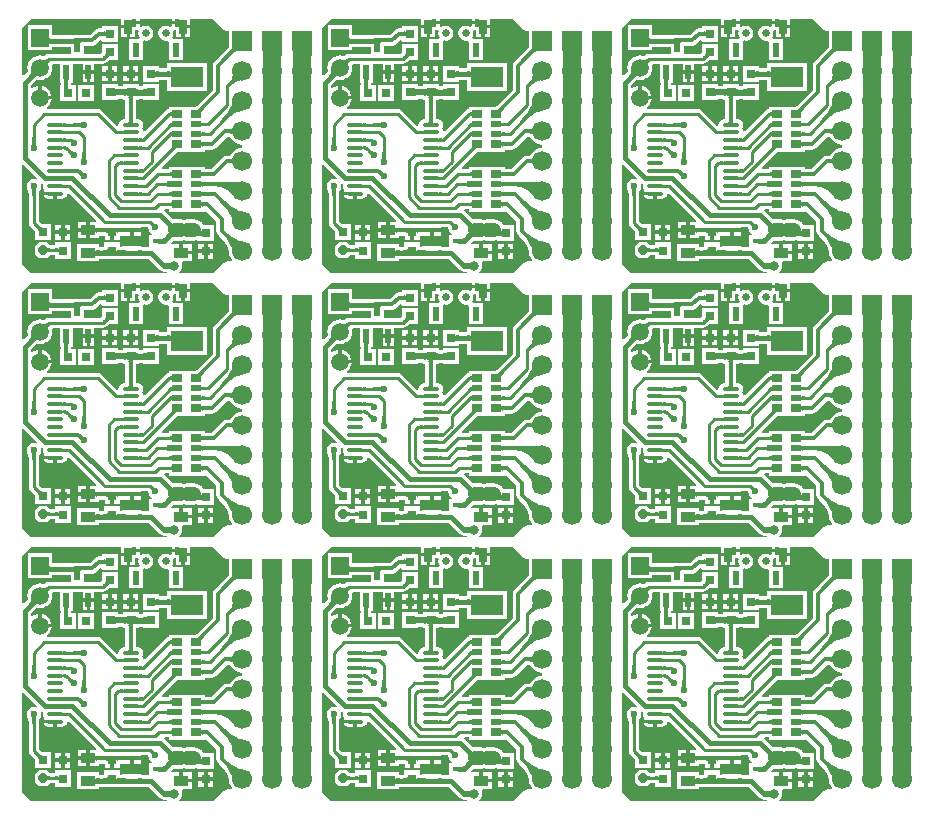
<source format=gtl>
G04*
G04 #@! TF.GenerationSoftware,Altium Limited,Altium Designer,20.2.6 (244)*
G04*
G04 Layer_Physical_Order=1*
G04 Layer_Color=255*
%FSLAX24Y24*%
%MOIN*%
G70*
G04*
G04 #@! TF.SameCoordinates,F166DB8F-6D7D-4CC1-83E2-008E4038BE53*
G04*
G04*
G04 #@! TF.FilePolarity,Positive*
G04*
G01*
G75*
%ADD10C,0.0591*%
%ADD11R,0.0591X0.0591*%
%ADD12R,0.0256X0.0512*%
%ADD13R,0.0157X0.0256*%
%ADD14R,0.0236X0.0472*%
%ADD15R,0.0300X0.0300*%
%ADD16R,0.0300X0.0300*%
%ADD17R,0.0197X0.0472*%
%ADD18P,0.0325X8X292.5*%
%ADD19R,0.1102X0.0709*%
%ADD20R,0.0394X0.0177*%
%ADD21R,0.0500X0.0350*%
%ADD22R,0.0354X0.0256*%
%ADD23R,0.0354X0.0197*%
%ADD24O,0.0591X0.0118*%
%ADD25C,0.0130*%
%ADD26C,0.0157*%
%ADD27C,0.0472*%
%ADD28C,0.0100*%
%ADD29C,0.0118*%
%ADD30C,0.0197*%
%ADD31C,0.0591*%
%ADD32C,0.0256*%
%ADD33C,0.0669*%
%ADD34R,0.0669X0.0669*%
%ADD35C,0.0236*%
%ADD36C,0.0315*%
G36*
X26886Y25886D02*
X26886Y25886D01*
X26939Y25852D01*
X27000Y25839D01*
X27047D01*
Y25339D01*
X27046Y25334D01*
X27047Y25328D01*
Y25307D01*
X27022Y25278D01*
X26562Y24818D01*
X26523Y24759D01*
X26509Y24690D01*
Y23874D01*
X25980Y23345D01*
X25971Y23337D01*
X25957Y23326D01*
X25949Y23320D01*
X25670D01*
Y23320D01*
X25630D01*
Y23320D01*
X25040D01*
Y23241D01*
X24998Y23232D01*
X24943Y23195D01*
X24242Y22494D01*
X24188Y22511D01*
X24183Y22535D01*
X24144Y22593D01*
Y22594D01*
X24183Y22652D01*
X24197Y22722D01*
X24183Y22791D01*
X24144Y22849D01*
X24085Y22888D01*
X24016Y22902D01*
X23960D01*
Y23532D01*
X24048D01*
Y23568D01*
X24070Y23569D01*
X24178D01*
X24192Y23569D01*
Y23532D01*
X24305D01*
X24311Y23531D01*
X24317Y23532D01*
X24728D01*
Y24068D01*
X24317D01*
X24311Y24069D01*
X24305Y24068D01*
X24192D01*
Y24013D01*
X24164Y24011D01*
X24071D01*
X24063Y24011D01*
X24048Y24013D01*
Y24068D01*
X23934D01*
X23929Y24069D01*
X23923Y24068D01*
X23637D01*
X23631Y24069D01*
X23625Y24068D01*
X23512D01*
Y24023D01*
X23483Y24021D01*
X23370D01*
X23348Y24022D01*
Y24068D01*
X23234D01*
X23229Y24069D01*
X23223Y24068D01*
X22812D01*
Y23532D01*
X23223D01*
X23229Y23531D01*
X23234Y23532D01*
X23348D01*
Y23577D01*
X23377Y23579D01*
X23490D01*
X23512Y23578D01*
Y23532D01*
X23599D01*
Y22902D01*
X23544D01*
X23475Y22888D01*
X23416Y22849D01*
X23377Y22791D01*
X23363Y22722D01*
X23366Y22707D01*
X23320Y22683D01*
X22811Y23191D01*
X22756Y23228D01*
X22690Y23241D01*
X20988D01*
X20971Y23291D01*
X21032Y23338D01*
X21095Y23421D01*
X21135Y23517D01*
X21141Y23561D01*
X20750D01*
Y23620D01*
X20691D01*
Y24011D01*
X20647Y24005D01*
X20551Y23965D01*
X20501Y23927D01*
X20451Y23952D01*
Y24037D01*
X20601Y24187D01*
X20607Y24192D01*
X20619Y24201D01*
X20629Y24207D01*
X20638Y24211D01*
X20645Y24213D01*
X20649Y24214D01*
X20653Y24215D01*
X20655Y24215D01*
X20666Y24213D01*
X20672Y24213D01*
X20684Y24212D01*
X20685Y24212D01*
X20685Y24212D01*
X20750Y24203D01*
X20858Y24217D01*
X20958Y24259D01*
X21045Y24325D01*
X21111Y24412D01*
X21153Y24512D01*
X21167Y24620D01*
X21157Y24699D01*
X21194Y24749D01*
X21403D01*
Y24241D01*
X21402Y24235D01*
X21403Y24229D01*
Y24116D01*
X21439D01*
Y24058D01*
X21420D01*
Y23953D01*
X21419Y23952D01*
X21420Y23948D01*
Y23944D01*
X21418Y23939D01*
X21420Y23933D01*
Y23522D01*
X21956D01*
Y24058D01*
X21800D01*
Y24116D01*
X21836D01*
Y24229D01*
X21837Y24235D01*
X21836Y24241D01*
Y24749D01*
X22169D01*
Y24529D01*
X22368D01*
X22566D01*
Y24749D01*
X22856D01*
X22922Y24762D01*
X22977Y24799D01*
X23034Y24856D01*
X23049Y24870D01*
X23057Y24876D01*
X23067D01*
X23073Y24875D01*
X23078Y24876D01*
X23348D01*
Y25412D01*
X22812D01*
Y25142D01*
X22811Y25137D01*
X22812Y25131D01*
Y25121D01*
X22795Y25102D01*
X22785Y25091D01*
X22210D01*
Y25349D01*
X22500D01*
X22569Y25363D01*
X22628Y25402D01*
X22762Y25536D01*
X22812Y25516D01*
Y25488D01*
X23348D01*
Y26024D01*
X22812D01*
Y25937D01*
X22726D01*
X22657Y25923D01*
X22598Y25884D01*
X22425Y25711D01*
X22210D01*
Y25724D01*
X22098D01*
X22093Y25725D01*
X22093Y25725D01*
X22092Y25725D01*
X22086Y25724D01*
X21902D01*
X21896Y25725D01*
X21891Y25724D01*
X21886Y25725D01*
X21884Y25724D01*
X21777D01*
Y25701D01*
X21168D01*
X21163Y25701D01*
Y26033D01*
X20337D01*
Y25207D01*
X21163D01*
Y25299D01*
X21168Y25299D01*
X21772D01*
X21777Y25299D01*
Y25091D01*
X21050D01*
X20984Y25078D01*
X20929Y25041D01*
X20895Y25007D01*
X20858Y25023D01*
X20750Y25037D01*
X20642Y25023D01*
X20542Y24981D01*
X20455Y24915D01*
X20389Y24828D01*
X20347Y24728D01*
X20333Y24620D01*
X20342Y24555D01*
X20342Y24555D01*
X20342Y24554D01*
X20343Y24542D01*
X20343Y24536D01*
X20345Y24525D01*
X20345Y24523D01*
X20344Y24519D01*
X20343Y24515D01*
X20341Y24508D01*
X20337Y24499D01*
X20331Y24489D01*
X20322Y24477D01*
X20317Y24471D01*
X20207Y24361D01*
X20161Y24380D01*
Y25933D01*
X20467Y26239D01*
X23467D01*
Y26049D01*
X23695D01*
Y25990D01*
X23754D01*
Y25634D01*
X23923D01*
Y25890D01*
X24002D01*
X24038Y25840D01*
X24024Y25773D01*
X24044Y25677D01*
X24078Y25626D01*
X24051Y25577D01*
X23704D01*
Y25245D01*
X23700Y25222D01*
X23704Y25199D01*
Y24868D01*
X24177D01*
Y25199D01*
X24182Y25222D01*
X24177Y25245D01*
Y25491D01*
X24227Y25532D01*
X24275Y25522D01*
X24371Y25542D01*
X24453Y25596D01*
X24507Y25677D01*
X24526Y25773D01*
X24507Y25869D01*
X24453Y25951D01*
X24371Y26005D01*
X24275Y26024D01*
X24179Y26005D01*
X24130Y25972D01*
X24080Y25999D01*
Y26059D01*
X23901D01*
Y26177D01*
X24080D01*
Y26239D01*
X25140D01*
Y26177D01*
X25319D01*
Y26059D01*
X25140D01*
Y25999D01*
X25090Y25972D01*
X25041Y26005D01*
X24945Y26024D01*
X24849Y26005D01*
X24767Y25951D01*
X24713Y25869D01*
X24694Y25773D01*
X24713Y25677D01*
X24767Y25596D01*
X24849Y25542D01*
X24945Y25522D01*
X24993Y25532D01*
X25043Y25491D01*
Y25120D01*
X25039Y25100D01*
X25043Y25080D01*
Y24868D01*
X25236D01*
X25280Y24859D01*
X25324Y24868D01*
X25516D01*
Y25073D01*
X25521Y25100D01*
X25516Y25127D01*
Y25577D01*
X25169D01*
X25142Y25626D01*
X25176Y25677D01*
X25196Y25773D01*
X25182Y25840D01*
X25218Y25890D01*
X25297D01*
Y25634D01*
X25466D01*
Y25990D01*
X25525D01*
Y26049D01*
X25753D01*
Y26239D01*
X26533D01*
X26886Y25886D01*
D02*
G37*
G36*
X16886D02*
X16886Y25886D01*
X16939Y25852D01*
X17000Y25839D01*
X17047D01*
Y25339D01*
X17046Y25334D01*
X17047Y25328D01*
Y25307D01*
X17022Y25278D01*
X16562Y24818D01*
X16523Y24759D01*
X16509Y24690D01*
Y23874D01*
X15980Y23345D01*
X15971Y23337D01*
X15957Y23326D01*
X15949Y23320D01*
X15670D01*
Y23320D01*
X15630D01*
Y23320D01*
X15040D01*
Y23241D01*
X14998Y23232D01*
X14943Y23195D01*
X14242Y22494D01*
X14188Y22511D01*
X14183Y22535D01*
X14144Y22593D01*
Y22594D01*
X14183Y22652D01*
X14197Y22722D01*
X14183Y22791D01*
X14144Y22849D01*
X14085Y22888D01*
X14016Y22902D01*
X13960D01*
Y23532D01*
X14048D01*
Y23568D01*
X14070Y23569D01*
X14178D01*
X14192Y23569D01*
Y23532D01*
X14305D01*
X14311Y23531D01*
X14317Y23532D01*
X14728D01*
Y24068D01*
X14317D01*
X14311Y24069D01*
X14305Y24068D01*
X14192D01*
Y24013D01*
X14164Y24011D01*
X14071D01*
X14063Y24011D01*
X14048Y24013D01*
Y24068D01*
X13934D01*
X13929Y24069D01*
X13923Y24068D01*
X13637D01*
X13631Y24069D01*
X13625Y24068D01*
X13512D01*
Y24023D01*
X13483Y24021D01*
X13370D01*
X13348Y24022D01*
Y24068D01*
X13234D01*
X13229Y24069D01*
X13223Y24068D01*
X12812D01*
Y23532D01*
X13223D01*
X13229Y23531D01*
X13234Y23532D01*
X13348D01*
Y23577D01*
X13377Y23579D01*
X13490D01*
X13512Y23578D01*
Y23532D01*
X13599D01*
Y22902D01*
X13544D01*
X13475Y22888D01*
X13416Y22849D01*
X13377Y22791D01*
X13363Y22722D01*
X13366Y22707D01*
X13320Y22683D01*
X12811Y23191D01*
X12756Y23228D01*
X12690Y23241D01*
X10988D01*
X10971Y23291D01*
X11032Y23338D01*
X11095Y23421D01*
X11135Y23517D01*
X11141Y23561D01*
X10750D01*
Y23620D01*
X10691D01*
Y24011D01*
X10647Y24005D01*
X10551Y23965D01*
X10501Y23927D01*
X10451Y23952D01*
Y24037D01*
X10601Y24187D01*
X10607Y24192D01*
X10619Y24201D01*
X10629Y24207D01*
X10638Y24211D01*
X10645Y24213D01*
X10649Y24214D01*
X10653Y24215D01*
X10655Y24215D01*
X10666Y24213D01*
X10672Y24213D01*
X10684Y24212D01*
X10685Y24212D01*
X10685Y24212D01*
X10750Y24203D01*
X10858Y24217D01*
X10958Y24259D01*
X11045Y24325D01*
X11111Y24412D01*
X11153Y24512D01*
X11167Y24620D01*
X11157Y24699D01*
X11194Y24749D01*
X11403D01*
Y24241D01*
X11402Y24235D01*
X11403Y24229D01*
Y24116D01*
X11439D01*
Y24058D01*
X11420D01*
Y23953D01*
X11419Y23952D01*
X11420Y23948D01*
Y23944D01*
X11418Y23939D01*
X11420Y23933D01*
Y23522D01*
X11956D01*
Y24058D01*
X11800D01*
Y24116D01*
X11836D01*
Y24229D01*
X11837Y24235D01*
X11836Y24241D01*
Y24749D01*
X12169D01*
Y24529D01*
X12368D01*
X12566D01*
Y24749D01*
X12856D01*
X12922Y24762D01*
X12977Y24799D01*
X13034Y24856D01*
X13049Y24870D01*
X13057Y24876D01*
X13067D01*
X13073Y24875D01*
X13078Y24876D01*
X13348D01*
Y25412D01*
X12812D01*
Y25142D01*
X12811Y25137D01*
X12812Y25131D01*
Y25121D01*
X12795Y25102D01*
X12785Y25091D01*
X12210D01*
Y25349D01*
X12500D01*
X12569Y25363D01*
X12628Y25402D01*
X12762Y25536D01*
X12812Y25516D01*
Y25488D01*
X13348D01*
Y26024D01*
X12812D01*
Y25937D01*
X12726D01*
X12657Y25923D01*
X12598Y25884D01*
X12425Y25711D01*
X12210D01*
Y25724D01*
X12098D01*
X12093Y25725D01*
X12093Y25725D01*
X12092Y25725D01*
X12086Y25724D01*
X11902D01*
X11896Y25725D01*
X11891Y25724D01*
X11886Y25725D01*
X11884Y25724D01*
X11777D01*
Y25701D01*
X11168D01*
X11163Y25701D01*
Y26033D01*
X10337D01*
Y25207D01*
X11163D01*
Y25299D01*
X11168Y25299D01*
X11772D01*
X11777Y25299D01*
Y25091D01*
X11050D01*
X10984Y25078D01*
X10929Y25041D01*
X10895Y25007D01*
X10858Y25023D01*
X10750Y25037D01*
X10642Y25023D01*
X10542Y24981D01*
X10455Y24915D01*
X10389Y24828D01*
X10347Y24728D01*
X10333Y24620D01*
X10342Y24555D01*
X10342Y24555D01*
X10342Y24554D01*
X10343Y24542D01*
X10343Y24536D01*
X10345Y24525D01*
X10345Y24523D01*
X10344Y24519D01*
X10343Y24515D01*
X10341Y24508D01*
X10337Y24499D01*
X10331Y24489D01*
X10322Y24477D01*
X10317Y24471D01*
X10207Y24361D01*
X10161Y24380D01*
Y25933D01*
X10467Y26239D01*
X13467D01*
Y26049D01*
X13695D01*
Y25990D01*
X13754D01*
Y25634D01*
X13923D01*
Y25890D01*
X14002D01*
X14038Y25840D01*
X14024Y25773D01*
X14044Y25677D01*
X14078Y25626D01*
X14051Y25577D01*
X13704D01*
Y25245D01*
X13700Y25222D01*
X13704Y25199D01*
Y24868D01*
X14177D01*
Y25199D01*
X14182Y25222D01*
X14177Y25245D01*
Y25491D01*
X14227Y25532D01*
X14275Y25522D01*
X14371Y25542D01*
X14453Y25596D01*
X14507Y25677D01*
X14526Y25773D01*
X14507Y25869D01*
X14453Y25951D01*
X14371Y26005D01*
X14275Y26024D01*
X14179Y26005D01*
X14130Y25972D01*
X14080Y25999D01*
Y26059D01*
X13901D01*
Y26177D01*
X14080D01*
Y26239D01*
X15140D01*
Y26177D01*
X15319D01*
Y26059D01*
X15140D01*
Y25999D01*
X15090Y25972D01*
X15041Y26005D01*
X14945Y26024D01*
X14849Y26005D01*
X14767Y25951D01*
X14713Y25869D01*
X14694Y25773D01*
X14713Y25677D01*
X14767Y25596D01*
X14849Y25542D01*
X14945Y25522D01*
X14993Y25532D01*
X15043Y25491D01*
Y25120D01*
X15039Y25100D01*
X15043Y25080D01*
Y24868D01*
X15236D01*
X15280Y24859D01*
X15324Y24868D01*
X15516D01*
Y25073D01*
X15521Y25100D01*
X15516Y25127D01*
Y25577D01*
X15169D01*
X15142Y25626D01*
X15176Y25677D01*
X15196Y25773D01*
X15182Y25840D01*
X15218Y25890D01*
X15297D01*
Y25634D01*
X15466D01*
Y25990D01*
X15525D01*
Y26049D01*
X15753D01*
Y26239D01*
X16533D01*
X16886Y25886D01*
D02*
G37*
G36*
X6886D02*
X6886Y25886D01*
X6939Y25852D01*
X7000Y25839D01*
X7047D01*
Y25339D01*
X7046Y25334D01*
X7047Y25328D01*
Y25307D01*
X7022Y25278D01*
X6562Y24818D01*
X6523Y24759D01*
X6509Y24690D01*
Y23874D01*
X5980Y23345D01*
X5971Y23337D01*
X5957Y23326D01*
X5949Y23320D01*
X5670D01*
Y23320D01*
X5630D01*
Y23320D01*
X5040D01*
Y23241D01*
X4998Y23232D01*
X4943Y23195D01*
X4242Y22494D01*
X4188Y22511D01*
X4183Y22535D01*
X4144Y22593D01*
Y22594D01*
X4183Y22652D01*
X4197Y22722D01*
X4183Y22791D01*
X4144Y22849D01*
X4085Y22888D01*
X4016Y22902D01*
X3960D01*
Y23532D01*
X4048D01*
Y23568D01*
X4070Y23569D01*
X4178D01*
X4192Y23569D01*
Y23532D01*
X4305D01*
X4311Y23531D01*
X4317Y23532D01*
X4728D01*
Y24068D01*
X4317D01*
X4311Y24069D01*
X4305Y24068D01*
X4192D01*
Y24013D01*
X4164Y24011D01*
X4071D01*
X4063Y24011D01*
X4048Y24013D01*
Y24068D01*
X3934D01*
X3929Y24069D01*
X3923Y24068D01*
X3637D01*
X3631Y24069D01*
X3625Y24068D01*
X3512D01*
Y24023D01*
X3483Y24021D01*
X3370D01*
X3348Y24022D01*
Y24068D01*
X3234D01*
X3229Y24069D01*
X3223Y24068D01*
X2812D01*
Y23532D01*
X3223D01*
X3229Y23531D01*
X3234Y23532D01*
X3348D01*
Y23577D01*
X3377Y23579D01*
X3490D01*
X3512Y23578D01*
Y23532D01*
X3599D01*
Y22902D01*
X3544D01*
X3474Y22888D01*
X3416Y22849D01*
X3377Y22791D01*
X3363Y22722D01*
X3366Y22707D01*
X3320Y22683D01*
X2811Y23191D01*
X2756Y23228D01*
X2690Y23241D01*
X988D01*
X971Y23291D01*
X1032Y23338D01*
X1095Y23421D01*
X1135Y23517D01*
X1141Y23561D01*
X750D01*
Y23620D01*
X691D01*
Y24011D01*
X647Y24005D01*
X551Y23965D01*
X501Y23927D01*
X451Y23952D01*
Y24037D01*
X601Y24187D01*
X607Y24192D01*
X619Y24201D01*
X629Y24207D01*
X638Y24211D01*
X645Y24213D01*
X649Y24214D01*
X653Y24215D01*
X655Y24215D01*
X666Y24213D01*
X672Y24213D01*
X684Y24212D01*
X685Y24212D01*
X685Y24212D01*
X750Y24203D01*
X858Y24217D01*
X958Y24259D01*
X1045Y24325D01*
X1111Y24412D01*
X1153Y24512D01*
X1167Y24620D01*
X1157Y24699D01*
X1194Y24749D01*
X1403D01*
Y24241D01*
X1402Y24235D01*
X1403Y24229D01*
Y24116D01*
X1439D01*
Y24058D01*
X1420D01*
Y23953D01*
X1419Y23952D01*
X1420Y23948D01*
Y23944D01*
X1418Y23939D01*
X1420Y23933D01*
Y23522D01*
X1956D01*
Y24058D01*
X1800D01*
Y24116D01*
X1836D01*
Y24229D01*
X1837Y24235D01*
X1836Y24241D01*
Y24749D01*
X2169D01*
Y24529D01*
X2368D01*
X2566D01*
Y24749D01*
X2856D01*
X2921Y24762D01*
X2977Y24799D01*
X3034Y24856D01*
X3049Y24870D01*
X3057Y24876D01*
X3067D01*
X3073Y24875D01*
X3078Y24876D01*
X3348D01*
Y25412D01*
X2812D01*
Y25142D01*
X2811Y25137D01*
X2812Y25131D01*
Y25121D01*
X2795Y25102D01*
X2785Y25091D01*
X2210D01*
Y25349D01*
X2500D01*
X2569Y25363D01*
X2628Y25402D01*
X2762Y25536D01*
X2812Y25516D01*
Y25488D01*
X3348D01*
Y26024D01*
X2812D01*
Y25937D01*
X2726D01*
X2657Y25923D01*
X2598Y25884D01*
X2425Y25711D01*
X2210D01*
Y25724D01*
X2098D01*
X2093Y25725D01*
X2093Y25725D01*
X2092Y25725D01*
X2086Y25724D01*
X1902D01*
X1896Y25725D01*
X1891Y25724D01*
X1886Y25725D01*
X1884Y25724D01*
X1777D01*
Y25701D01*
X1168D01*
X1163Y25701D01*
Y26033D01*
X337D01*
Y25207D01*
X1163D01*
Y25299D01*
X1168Y25299D01*
X1772D01*
X1777Y25299D01*
Y25091D01*
X1050D01*
X984Y25078D01*
X929Y25041D01*
X895Y25007D01*
X858Y25023D01*
X750Y25037D01*
X642Y25023D01*
X542Y24981D01*
X455Y24915D01*
X389Y24828D01*
X347Y24728D01*
X333Y24620D01*
X342Y24555D01*
X342Y24555D01*
X342Y24554D01*
X343Y24542D01*
X343Y24536D01*
X345Y24525D01*
X345Y24523D01*
X344Y24519D01*
X343Y24515D01*
X341Y24508D01*
X337Y24499D01*
X331Y24489D01*
X322Y24477D01*
X317Y24471D01*
X207Y24361D01*
X161Y24380D01*
Y25933D01*
X467Y26239D01*
X3467D01*
Y26049D01*
X3695D01*
Y25990D01*
X3754D01*
Y25634D01*
X3923D01*
Y25890D01*
X4002D01*
X4038Y25840D01*
X4024Y25773D01*
X4044Y25677D01*
X4078Y25626D01*
X4051Y25577D01*
X3704D01*
Y25245D01*
X3700Y25222D01*
X3704Y25199D01*
Y24868D01*
X4177D01*
Y25199D01*
X4182Y25222D01*
X4177Y25245D01*
Y25491D01*
X4227Y25532D01*
X4275Y25522D01*
X4371Y25542D01*
X4453Y25596D01*
X4507Y25677D01*
X4526Y25773D01*
X4507Y25869D01*
X4453Y25951D01*
X4371Y26005D01*
X4275Y26024D01*
X4179Y26005D01*
X4130Y25972D01*
X4080Y25999D01*
Y26059D01*
X3901D01*
Y26177D01*
X4080D01*
Y26239D01*
X5140D01*
Y26177D01*
X5319D01*
Y26059D01*
X5140D01*
Y25999D01*
X5090Y25972D01*
X5041Y26005D01*
X4945Y26024D01*
X4849Y26005D01*
X4767Y25951D01*
X4713Y25869D01*
X4694Y25773D01*
X4713Y25677D01*
X4767Y25596D01*
X4849Y25542D01*
X4945Y25522D01*
X4993Y25532D01*
X5043Y25491D01*
Y25120D01*
X5039Y25100D01*
X5043Y25080D01*
Y24868D01*
X5236D01*
X5280Y24859D01*
X5324Y24868D01*
X5516D01*
Y25073D01*
X5521Y25100D01*
X5516Y25127D01*
Y25577D01*
X5169D01*
X5142Y25626D01*
X5176Y25677D01*
X5196Y25773D01*
X5182Y25840D01*
X5218Y25890D01*
X5297D01*
Y25634D01*
X5466D01*
Y25990D01*
X5525D01*
Y26049D01*
X5753D01*
Y26239D01*
X6533D01*
X6886Y25886D01*
D02*
G37*
G36*
X22931Y25638D02*
X22930Y25649D01*
X22926Y25659D01*
X22921Y25668D01*
X22912Y25676D01*
X22902Y25682D01*
X22889Y25687D01*
X22873Y25692D01*
X22856Y25694D01*
X22836Y25696D01*
X22813Y25697D01*
Y25815D01*
X22836Y25816D01*
X22856Y25817D01*
X22873Y25820D01*
X22889Y25824D01*
X22902Y25830D01*
X22912Y25836D01*
X22921Y25844D01*
X22926Y25853D01*
X22930Y25863D01*
X22931Y25874D01*
Y25638D01*
D02*
G37*
G36*
X12931D02*
X12930Y25649D01*
X12926Y25659D01*
X12921Y25668D01*
X12912Y25676D01*
X12902Y25682D01*
X12889Y25687D01*
X12873Y25692D01*
X12856Y25694D01*
X12836Y25696D01*
X12813Y25697D01*
Y25815D01*
X12836Y25816D01*
X12856Y25817D01*
X12873Y25820D01*
X12889Y25824D01*
X12902Y25830D01*
X12912Y25836D01*
X12921Y25844D01*
X12926Y25853D01*
X12930Y25863D01*
X12931Y25874D01*
Y25638D01*
D02*
G37*
G36*
X2931D02*
X2930Y25649D01*
X2926Y25659D01*
X2921Y25668D01*
X2912Y25676D01*
X2902Y25682D01*
X2889Y25687D01*
X2873Y25692D01*
X2856Y25694D01*
X2836Y25696D01*
X2813Y25697D01*
Y25815D01*
X2836Y25816D01*
X2856Y25817D01*
X2873Y25820D01*
X2889Y25824D01*
X2902Y25830D01*
X2912Y25836D01*
X2921Y25844D01*
X2926Y25853D01*
X2930Y25863D01*
X2931Y25874D01*
Y25638D01*
D02*
G37*
G36*
X22092Y25602D02*
X22096Y25599D01*
X22101Y25597D01*
X22110Y25595D01*
X22120Y25593D01*
X22133Y25592D01*
X22187Y25589D01*
X22209Y25589D01*
Y25471D01*
X22186Y25470D01*
X22166Y25469D01*
X22148Y25466D01*
X22133Y25461D01*
X22120Y25456D01*
X22109Y25450D01*
X22101Y25442D01*
X22095Y25433D01*
X22091Y25423D01*
X22090Y25412D01*
X22091Y25605D01*
X22092Y25602D01*
D02*
G37*
G36*
X12092D02*
X12096Y25599D01*
X12101Y25597D01*
X12110Y25595D01*
X12120Y25593D01*
X12133Y25592D01*
X12187Y25589D01*
X12209Y25589D01*
Y25471D01*
X12186Y25470D01*
X12166Y25469D01*
X12148Y25466D01*
X12133Y25461D01*
X12120Y25456D01*
X12109Y25450D01*
X12101Y25442D01*
X12095Y25433D01*
X12091Y25423D01*
X12090Y25412D01*
X12091Y25605D01*
X12092Y25602D01*
D02*
G37*
G36*
X2092D02*
X2096Y25599D01*
X2101Y25597D01*
X2110Y25595D01*
X2120Y25593D01*
X2133Y25592D01*
X2187Y25589D01*
X2209Y25589D01*
Y25471D01*
X2186Y25470D01*
X2166Y25469D01*
X2148Y25466D01*
X2133Y25461D01*
X2120Y25456D01*
X2109Y25450D01*
X2101Y25442D01*
X2095Y25433D01*
X2091Y25423D01*
X2090Y25412D01*
X2091Y25605D01*
X2092Y25602D01*
D02*
G37*
G36*
X22056Y25451D02*
X22055Y25448D01*
X22055Y25443D01*
X22054Y25429D01*
X22053Y25370D01*
X21935D01*
X21931Y25453D01*
X22057D01*
X22056Y25451D01*
D02*
G37*
G36*
X12056D02*
X12055Y25448D01*
X12055Y25443D01*
X12054Y25429D01*
X12053Y25370D01*
X11935D01*
X11931Y25453D01*
X12057D01*
X12056Y25451D01*
D02*
G37*
G36*
X2056D02*
X2055Y25448D01*
X2055Y25443D01*
X2054Y25429D01*
X2053Y25370D01*
X1935D01*
X1931Y25453D01*
X2057D01*
X2056Y25451D01*
D02*
G37*
G36*
X21898Y25343D02*
X21896Y25357D01*
X21891Y25371D01*
X21883Y25383D01*
X21872Y25393D01*
X21858Y25402D01*
X21840Y25409D01*
X21820Y25414D01*
X21796Y25418D01*
X21769Y25420D01*
X21739Y25421D01*
Y25579D01*
X21769Y25579D01*
X21857Y25585D01*
X21871Y25588D01*
X21882Y25592D01*
X21890Y25596D01*
X21895Y25600D01*
X21896Y25605D01*
X21898Y25343D01*
D02*
G37*
G36*
X21044Y25643D02*
X21049Y25629D01*
X21057Y25617D01*
X21068Y25607D01*
X21083Y25598D01*
X21100Y25591D01*
X21121Y25586D01*
X21144Y25582D01*
X21171Y25580D01*
X21202Y25579D01*
Y25421D01*
X21171Y25420D01*
X21144Y25418D01*
X21121Y25414D01*
X21100Y25409D01*
X21083Y25402D01*
X21068Y25393D01*
X21057Y25383D01*
X21049Y25371D01*
X21044Y25357D01*
X21043Y25343D01*
Y25657D01*
X21044Y25643D01*
D02*
G37*
G36*
X11898Y25343D02*
X11896Y25357D01*
X11891Y25371D01*
X11883Y25383D01*
X11872Y25393D01*
X11858Y25402D01*
X11840Y25409D01*
X11820Y25414D01*
X11796Y25418D01*
X11769Y25420D01*
X11739Y25421D01*
Y25579D01*
X11769Y25579D01*
X11857Y25585D01*
X11871Y25588D01*
X11882Y25592D01*
X11890Y25596D01*
X11895Y25600D01*
X11896Y25605D01*
X11898Y25343D01*
D02*
G37*
G36*
X11044Y25643D02*
X11049Y25629D01*
X11057Y25617D01*
X11068Y25607D01*
X11083Y25598D01*
X11100Y25591D01*
X11121Y25586D01*
X11144Y25582D01*
X11171Y25580D01*
X11202Y25579D01*
Y25421D01*
X11171Y25420D01*
X11144Y25418D01*
X11121Y25414D01*
X11100Y25409D01*
X11083Y25402D01*
X11068Y25393D01*
X11057Y25383D01*
X11049Y25371D01*
X11044Y25357D01*
X11043Y25343D01*
Y25657D01*
X11044Y25643D01*
D02*
G37*
G36*
X1898Y25343D02*
X1896Y25357D01*
X1891Y25371D01*
X1883Y25383D01*
X1872Y25393D01*
X1858Y25402D01*
X1840Y25409D01*
X1820Y25414D01*
X1796Y25418D01*
X1769Y25420D01*
X1739Y25421D01*
Y25579D01*
X1769Y25579D01*
X1857Y25585D01*
X1871Y25588D01*
X1882Y25592D01*
X1890Y25596D01*
X1895Y25600D01*
X1896Y25605D01*
X1898Y25343D01*
D02*
G37*
G36*
X1044Y25643D02*
X1049Y25629D01*
X1057Y25617D01*
X1068Y25607D01*
X1083Y25598D01*
X1100Y25591D01*
X1121Y25586D01*
X1144Y25582D01*
X1171Y25580D01*
X1202Y25579D01*
Y25421D01*
X1171Y25420D01*
X1144Y25418D01*
X1121Y25414D01*
X1100Y25409D01*
X1083Y25402D01*
X1068Y25393D01*
X1057Y25383D01*
X1049Y25371D01*
X1044Y25357D01*
X1043Y25343D01*
Y25657D01*
X1044Y25643D01*
D02*
G37*
G36*
X27334Y25167D02*
X27324Y25173D01*
X27314Y25177D01*
X27301D01*
X27287Y25173D01*
X27271Y25167D01*
X27253Y25157D01*
X27234Y25143D01*
X27213Y25126D01*
X27167Y25083D01*
X27083Y25167D01*
X27106Y25191D01*
X27143Y25234D01*
X27157Y25253D01*
X27167Y25271D01*
X27173Y25287D01*
X27177Y25301D01*
Y25314D01*
X27173Y25324D01*
X27167Y25334D01*
X27334Y25167D01*
D02*
G37*
G36*
X17334D02*
X17324Y25173D01*
X17314Y25177D01*
X17301D01*
X17287Y25173D01*
X17271Y25167D01*
X17253Y25157D01*
X17234Y25143D01*
X17213Y25126D01*
X17167Y25083D01*
X17083Y25167D01*
X17106Y25191D01*
X17143Y25234D01*
X17157Y25253D01*
X17167Y25271D01*
X17173Y25287D01*
X17177Y25301D01*
Y25314D01*
X17173Y25324D01*
X17167Y25334D01*
X17334Y25167D01*
D02*
G37*
G36*
X7334D02*
X7324Y25173D01*
X7314Y25177D01*
X7301D01*
X7287Y25173D01*
X7271Y25167D01*
X7253Y25157D01*
X7234Y25143D01*
X7213Y25126D01*
X7167Y25083D01*
X7083Y25167D01*
X7106Y25191D01*
X7143Y25234D01*
X7157Y25253D01*
X7167Y25271D01*
X7173Y25287D01*
X7177Y25301D01*
Y25314D01*
X7173Y25324D01*
X7167Y25334D01*
X7334Y25167D01*
D02*
G37*
G36*
X23073Y24995D02*
X23065Y25001D01*
X23056Y25004D01*
X23045D01*
X23033Y25001D01*
X23020Y24995D01*
X23005Y24987D01*
X22988Y24976D01*
X22971Y24961D01*
X22931Y24925D01*
X22860Y24995D01*
X22880Y25016D01*
X22911Y25053D01*
X22923Y25069D01*
X22931Y25084D01*
X22937Y25097D01*
X22940Y25109D01*
Y25120D01*
X22937Y25129D01*
X22931Y25137D01*
X23073Y24995D01*
D02*
G37*
G36*
X13073D02*
X13065Y25001D01*
X13056Y25004D01*
X13045D01*
X13033Y25001D01*
X13020Y24995D01*
X13005Y24987D01*
X12988Y24976D01*
X12971Y24961D01*
X12931Y24925D01*
X12860Y24995D01*
X12880Y25016D01*
X12911Y25053D01*
X12923Y25069D01*
X12931Y25084D01*
X12937Y25097D01*
X12940Y25109D01*
Y25120D01*
X12937Y25129D01*
X12931Y25137D01*
X13073Y24995D01*
D02*
G37*
G36*
X3073D02*
X3065Y25001D01*
X3056Y25004D01*
X3045D01*
X3033Y25001D01*
X3020Y24995D01*
X3005Y24987D01*
X2988Y24976D01*
X2971Y24961D01*
X2931Y24925D01*
X2860Y24995D01*
X2880Y25016D01*
X2911Y25053D01*
X2923Y25069D01*
X2931Y25084D01*
X2937Y25097D01*
X2940Y25109D01*
Y25120D01*
X2937Y25129D01*
X2931Y25137D01*
X3073Y24995D01*
D02*
G37*
G36*
X21062Y24861D02*
X21049Y24848D01*
X21039Y24835D01*
X21030Y24822D01*
X21022Y24810D01*
X21017Y24799D01*
X21013Y24787D01*
X21012Y24776D01*
X21012Y24766D01*
X21014Y24756D01*
X21017Y24746D01*
X20876Y24887D01*
X20886Y24884D01*
X20896Y24882D01*
X20906Y24882D01*
X20917Y24883D01*
X20929Y24887D01*
X20940Y24892D01*
X20952Y24900D01*
X20965Y24909D01*
X20978Y24919D01*
X20991Y24932D01*
X21062Y24861D01*
D02*
G37*
G36*
X11062D02*
X11049Y24848D01*
X11039Y24835D01*
X11030Y24822D01*
X11022Y24810D01*
X11017Y24799D01*
X11013Y24787D01*
X11012Y24776D01*
X11012Y24766D01*
X11014Y24756D01*
X11017Y24746D01*
X10876Y24887D01*
X10886Y24884D01*
X10896Y24882D01*
X10906Y24882D01*
X10917Y24883D01*
X10929Y24887D01*
X10940Y24892D01*
X10952Y24900D01*
X10965Y24909D01*
X10978Y24919D01*
X10991Y24932D01*
X11062Y24861D01*
D02*
G37*
G36*
X1062D02*
X1049Y24848D01*
X1039Y24835D01*
X1030Y24822D01*
X1022Y24810D01*
X1017Y24799D01*
X1013Y24787D01*
X1012Y24776D01*
X1012Y24766D01*
X1014Y24756D01*
X1017Y24746D01*
X876Y24887D01*
X886Y24884D01*
X896Y24882D01*
X906Y24882D01*
X917Y24883D01*
X929Y24887D01*
X940Y24892D01*
X952Y24900D01*
X965Y24909D01*
X978Y24919D01*
X991Y24932D01*
X1062Y24861D01*
D02*
G37*
G36*
X20940Y24739D02*
X20829Y24620D01*
X20750Y24699D01*
X20753Y24700D01*
X20757Y24703D01*
X20764Y24709D01*
X20797Y24739D01*
X20869Y24810D01*
X20940Y24739D01*
D02*
G37*
G36*
X10940D02*
X10829Y24620D01*
X10750Y24699D01*
X10753Y24700D01*
X10757Y24703D01*
X10764Y24709D01*
X10797Y24739D01*
X10869Y24810D01*
X10940Y24739D01*
D02*
G37*
G36*
X940D02*
X829Y24620D01*
X750Y24699D01*
X753Y24700D01*
X757Y24703D01*
X764Y24709D01*
X797Y24739D01*
X869Y24810D01*
X940Y24739D01*
D02*
G37*
G36*
X29826Y25161D02*
X29820Y25143D01*
X29814Y25113D01*
X29809Y25072D01*
X29801Y24954D01*
X29795Y24576D01*
X29205D01*
X29204Y24688D01*
X29174Y25161D01*
X29167Y25167D01*
X29833D01*
X29826Y25161D01*
D02*
G37*
G36*
X28826D02*
X28820Y25143D01*
X28814Y25113D01*
X28809Y25072D01*
X28801Y24954D01*
X28795Y24576D01*
X28205D01*
X28204Y24688D01*
X28174Y25161D01*
X28167Y25167D01*
X28833D01*
X28826Y25161D01*
D02*
G37*
G36*
X19826D02*
X19820Y25143D01*
X19814Y25113D01*
X19809Y25072D01*
X19801Y24954D01*
X19795Y24576D01*
X19205D01*
X19204Y24688D01*
X19174Y25161D01*
X19167Y25167D01*
X19833D01*
X19826Y25161D01*
D02*
G37*
G36*
X18826D02*
X18820Y25143D01*
X18814Y25113D01*
X18809Y25072D01*
X18801Y24954D01*
X18795Y24576D01*
X18205D01*
X18204Y24688D01*
X18174Y25161D01*
X18167Y25167D01*
X18833D01*
X18826Y25161D01*
D02*
G37*
G36*
X9826D02*
X9820Y25143D01*
X9814Y25113D01*
X9809Y25072D01*
X9801Y24954D01*
X9795Y24576D01*
X9205D01*
X9204Y24688D01*
X9174Y25161D01*
X9167Y25167D01*
X9833D01*
X9826Y25161D01*
D02*
G37*
G36*
X8826D02*
X8820Y25143D01*
X8814Y25113D01*
X8809Y25072D01*
X8801Y24954D01*
X8795Y24576D01*
X8205D01*
X8204Y24688D01*
X8174Y25161D01*
X8167Y25167D01*
X8833D01*
X8826Y25161D01*
D02*
G37*
G36*
X20685Y24332D02*
X20666Y24335D01*
X20648Y24335D01*
X20629Y24333D01*
X20610Y24329D01*
X20591Y24322D01*
X20572Y24313D01*
X20553Y24301D01*
X20533Y24287D01*
X20513Y24271D01*
X20493Y24252D01*
X20382Y24363D01*
X20401Y24383D01*
X20417Y24403D01*
X20431Y24423D01*
X20443Y24442D01*
X20452Y24461D01*
X20459Y24481D01*
X20463Y24499D01*
X20465Y24518D01*
X20465Y24536D01*
X20462Y24555D01*
X20685Y24332D01*
D02*
G37*
G36*
X10685D02*
X10666Y24335D01*
X10648Y24335D01*
X10629Y24333D01*
X10611Y24329D01*
X10591Y24322D01*
X10572Y24313D01*
X10553Y24301D01*
X10533Y24287D01*
X10513Y24271D01*
X10493Y24252D01*
X10382Y24363D01*
X10401Y24383D01*
X10417Y24403D01*
X10431Y24423D01*
X10443Y24442D01*
X10452Y24461D01*
X10459Y24481D01*
X10463Y24499D01*
X10465Y24518D01*
X10465Y24536D01*
X10462Y24555D01*
X10685Y24332D01*
D02*
G37*
G36*
X685D02*
X666Y24335D01*
X648Y24335D01*
X629Y24333D01*
X611Y24329D01*
X591Y24322D01*
X572Y24313D01*
X553Y24301D01*
X533Y24287D01*
X513Y24271D01*
X493Y24252D01*
X382Y24363D01*
X401Y24383D01*
X417Y24403D01*
X431Y24423D01*
X443Y24442D01*
X452Y24461D01*
X459Y24481D01*
X463Y24499D01*
X465Y24518D01*
X465Y24536D01*
X462Y24555D01*
X685Y24332D01*
D02*
G37*
G36*
X27435Y24172D02*
X27402Y24175D01*
X27368Y24174D01*
X27332Y24166D01*
X27294Y24154D01*
X27255Y24136D01*
X27214Y24112D01*
X27172Y24084D01*
X27128Y24049D01*
X27082Y24010D01*
X27035Y23965D01*
X26965Y24035D01*
X27010Y24082D01*
X27084Y24172D01*
X27112Y24214D01*
X27136Y24255D01*
X27154Y24294D01*
X27166Y24332D01*
X27174Y24368D01*
X27175Y24402D01*
X27172Y24435D01*
X27435Y24172D01*
D02*
G37*
G36*
X17435D02*
X17402Y24175D01*
X17368Y24174D01*
X17332Y24166D01*
X17294Y24154D01*
X17255Y24136D01*
X17214Y24112D01*
X17172Y24084D01*
X17128Y24049D01*
X17082Y24010D01*
X17035Y23965D01*
X16965Y24035D01*
X17010Y24082D01*
X17084Y24172D01*
X17112Y24214D01*
X17136Y24255D01*
X17154Y24294D01*
X17166Y24332D01*
X17174Y24368D01*
X17175Y24402D01*
X17172Y24435D01*
X17435Y24172D01*
D02*
G37*
G36*
X7435D02*
X7402Y24175D01*
X7368Y24174D01*
X7332Y24166D01*
X7294Y24154D01*
X7255Y24136D01*
X7214Y24112D01*
X7172Y24084D01*
X7128Y24049D01*
X7082Y24010D01*
X7035Y23965D01*
X6965Y24035D01*
X7010Y24082D01*
X7084Y24172D01*
X7112Y24214D01*
X7136Y24255D01*
X7154Y24294D01*
X7166Y24332D01*
X7174Y24368D01*
X7175Y24402D01*
X7172Y24435D01*
X7435Y24172D01*
D02*
G37*
G36*
X21710Y24234D02*
X21703Y24230D01*
X21697Y24224D01*
X21692Y24216D01*
X21688Y24205D01*
X21685Y24192D01*
X21682Y24177D01*
X21680Y24159D01*
X21679Y24117D01*
X21561D01*
X21560Y24139D01*
X21557Y24177D01*
X21554Y24192D01*
X21551Y24205D01*
X21547Y24216D01*
X21542Y24224D01*
X21536Y24230D01*
X21530Y24234D01*
X21522Y24235D01*
X21717D01*
X21710Y24234D01*
D02*
G37*
G36*
X11710D02*
X11703Y24230D01*
X11697Y24224D01*
X11692Y24216D01*
X11688Y24205D01*
X11685Y24192D01*
X11682Y24177D01*
X11680Y24159D01*
X11679Y24117D01*
X11561D01*
X11560Y24139D01*
X11557Y24177D01*
X11554Y24192D01*
X11551Y24205D01*
X11547Y24216D01*
X11542Y24224D01*
X11536Y24230D01*
X11530Y24234D01*
X11522Y24235D01*
X11717D01*
X11710Y24234D01*
D02*
G37*
G36*
X1710D02*
X1703Y24230D01*
X1697Y24224D01*
X1692Y24216D01*
X1688Y24205D01*
X1685Y24192D01*
X1682Y24177D01*
X1680Y24159D01*
X1679Y24117D01*
X1561D01*
X1560Y24139D01*
X1557Y24177D01*
X1554Y24192D01*
X1551Y24205D01*
X1547Y24216D01*
X1542Y24224D01*
X1536Y24230D01*
X1530Y24234D01*
X1522Y24235D01*
X1717D01*
X1710Y24234D01*
D02*
G37*
G36*
X21679Y24034D02*
X21681Y24014D01*
X21684Y23997D01*
X21688Y23981D01*
X21693Y23968D01*
X21700Y23958D01*
X21708Y23949D01*
X21716Y23944D01*
X21727Y23940D01*
X21738Y23939D01*
X21539D01*
X21543Y23940D01*
X21547Y23944D01*
X21550Y23949D01*
X21553Y23958D01*
X21555Y23968D01*
X21557Y23981D01*
X21560Y24014D01*
X21561Y24057D01*
X21679D01*
X21679Y24034D01*
D02*
G37*
G36*
X11679D02*
X11681Y24014D01*
X11684Y23997D01*
X11688Y23981D01*
X11693Y23968D01*
X11700Y23958D01*
X11708Y23949D01*
X11716Y23944D01*
X11726Y23940D01*
X11738Y23939D01*
X11539D01*
X11543Y23940D01*
X11547Y23944D01*
X11550Y23949D01*
X11553Y23958D01*
X11555Y23968D01*
X11557Y23981D01*
X11560Y24014D01*
X11561Y24057D01*
X11679D01*
X11679Y24034D01*
D02*
G37*
G36*
X1679D02*
X1681Y24014D01*
X1684Y23997D01*
X1688Y23981D01*
X1693Y23968D01*
X1700Y23958D01*
X1708Y23949D01*
X1716Y23944D01*
X1726Y23940D01*
X1738Y23939D01*
X1539D01*
X1543Y23940D01*
X1547Y23944D01*
X1550Y23949D01*
X1553Y23958D01*
X1555Y23968D01*
X1557Y23981D01*
X1560Y24014D01*
X1561Y24057D01*
X1679D01*
X1679Y24034D01*
D02*
G37*
G36*
X24311Y23651D02*
X24309Y23659D01*
X24303Y23666D01*
X24293Y23672D01*
X24280Y23677D01*
X24262Y23681D01*
X24240Y23685D01*
X24215Y23688D01*
X24152Y23691D01*
X24120Y23692D01*
X24088Y23691D01*
X24000Y23685D01*
X23978Y23681D01*
X23960Y23677D01*
X23946Y23672D01*
X23937Y23666D01*
X23931Y23659D01*
X23929Y23651D01*
Y23949D01*
X23931Y23937D01*
X23937Y23927D01*
X23946Y23918D01*
X23960Y23910D01*
X23978Y23904D01*
X24000Y23898D01*
X24025Y23894D01*
X24055Y23891D01*
X24122Y23889D01*
X24152Y23889D01*
X24215Y23894D01*
X24240Y23898D01*
X24262Y23904D01*
X24280Y23910D01*
X24293Y23918D01*
X24303Y23927D01*
X24309Y23937D01*
X24311Y23949D01*
Y23651D01*
D02*
G37*
G36*
X14311D02*
X14309Y23659D01*
X14303Y23666D01*
X14293Y23672D01*
X14280Y23677D01*
X14262Y23681D01*
X14240Y23685D01*
X14215Y23688D01*
X14152Y23691D01*
X14120Y23692D01*
X14088Y23691D01*
X14000Y23685D01*
X13978Y23681D01*
X13960Y23677D01*
X13946Y23672D01*
X13937Y23666D01*
X13931Y23659D01*
X13929Y23651D01*
Y23949D01*
X13931Y23937D01*
X13937Y23927D01*
X13946Y23918D01*
X13960Y23910D01*
X13978Y23904D01*
X14000Y23898D01*
X14025Y23894D01*
X14055Y23891D01*
X14122Y23889D01*
X14152Y23889D01*
X14215Y23894D01*
X14240Y23898D01*
X14262Y23904D01*
X14280Y23910D01*
X14293Y23918D01*
X14303Y23927D01*
X14309Y23937D01*
X14311Y23949D01*
Y23651D01*
D02*
G37*
G36*
X4311D02*
X4309Y23659D01*
X4303Y23666D01*
X4293Y23672D01*
X4280Y23677D01*
X4262Y23681D01*
X4240Y23685D01*
X4215Y23688D01*
X4152Y23691D01*
X4120Y23692D01*
X4088Y23691D01*
X4000Y23685D01*
X3978Y23681D01*
X3960Y23677D01*
X3946Y23672D01*
X3937Y23666D01*
X3931Y23659D01*
X3929Y23651D01*
Y23949D01*
X3931Y23937D01*
X3937Y23927D01*
X3946Y23918D01*
X3960Y23910D01*
X3978Y23904D01*
X4000Y23898D01*
X4025Y23894D01*
X4055Y23891D01*
X4122Y23889D01*
X4152Y23889D01*
X4215Y23894D01*
X4240Y23898D01*
X4262Y23904D01*
X4280Y23910D01*
X4293Y23918D01*
X4303Y23927D01*
X4309Y23937D01*
X4311Y23949D01*
Y23651D01*
D02*
G37*
G36*
X23631D02*
X23629Y23661D01*
X23623Y23669D01*
X23613Y23677D01*
X23600Y23683D01*
X23582Y23689D01*
X23560Y23694D01*
X23535Y23697D01*
X23472Y23701D01*
X23434Y23702D01*
Y23898D01*
X23472Y23899D01*
X23560Y23906D01*
X23582Y23911D01*
X23600Y23917D01*
X23613Y23923D01*
X23623Y23931D01*
X23629Y23939D01*
X23631Y23949D01*
Y23651D01*
D02*
G37*
G36*
X23231Y23939D02*
X23237Y23931D01*
X23246Y23923D01*
X23260Y23917D01*
X23278Y23911D01*
X23300Y23906D01*
X23325Y23903D01*
X23388Y23899D01*
X23425Y23898D01*
Y23702D01*
X23388Y23701D01*
X23300Y23694D01*
X23278Y23689D01*
X23260Y23683D01*
X23246Y23677D01*
X23237Y23669D01*
X23231Y23661D01*
X23229Y23651D01*
Y23949D01*
X23231Y23939D01*
D02*
G37*
G36*
X13631Y23651D02*
X13629Y23661D01*
X13623Y23669D01*
X13613Y23677D01*
X13600Y23683D01*
X13582Y23689D01*
X13560Y23694D01*
X13535Y23697D01*
X13472Y23701D01*
X13434Y23702D01*
Y23898D01*
X13472Y23899D01*
X13560Y23906D01*
X13582Y23911D01*
X13600Y23917D01*
X13613Y23923D01*
X13623Y23931D01*
X13629Y23939D01*
X13631Y23949D01*
Y23651D01*
D02*
G37*
G36*
X13231Y23939D02*
X13237Y23931D01*
X13246Y23923D01*
X13260Y23917D01*
X13278Y23911D01*
X13300Y23906D01*
X13325Y23903D01*
X13388Y23899D01*
X13425Y23898D01*
Y23702D01*
X13388Y23701D01*
X13300Y23694D01*
X13278Y23689D01*
X13260Y23683D01*
X13246Y23677D01*
X13237Y23669D01*
X13231Y23661D01*
X13229Y23651D01*
Y23949D01*
X13231Y23939D01*
D02*
G37*
G36*
X3631Y23651D02*
X3629Y23661D01*
X3623Y23669D01*
X3613Y23677D01*
X3600Y23683D01*
X3582Y23689D01*
X3560Y23694D01*
X3535Y23697D01*
X3472Y23701D01*
X3434Y23702D01*
Y23898D01*
X3472Y23899D01*
X3560Y23906D01*
X3582Y23911D01*
X3600Y23917D01*
X3613Y23923D01*
X3623Y23931D01*
X3629Y23939D01*
X3631Y23949D01*
Y23651D01*
D02*
G37*
G36*
X3231Y23939D02*
X3237Y23931D01*
X3246Y23923D01*
X3260Y23917D01*
X3278Y23911D01*
X3300Y23906D01*
X3325Y23903D01*
X3388Y23899D01*
X3425Y23898D01*
Y23702D01*
X3388Y23701D01*
X3300Y23694D01*
X3278Y23689D01*
X3260Y23683D01*
X3246Y23677D01*
X3237Y23669D01*
X3231Y23661D01*
X3229Y23651D01*
Y23949D01*
X3231Y23939D01*
D02*
G37*
G36*
X23847Y23726D02*
X23846Y23720D01*
X23849D01*
X23847Y23716D01*
X23846Y23709D01*
X23844Y23697D01*
X23842Y23664D01*
X23841Y23652D01*
X23898D01*
X23887Y23651D01*
X23877Y23648D01*
X23868Y23642D01*
X23860Y23633D01*
X23854Y23623D01*
X23848Y23609D01*
X23844Y23594D01*
X23841Y23576D01*
X23840Y23558D01*
X23839Y23514D01*
X23721D01*
X23717Y23583D01*
X23715Y23594D01*
X23711Y23609D01*
X23706Y23623D01*
X23700Y23633D01*
X23692Y23642D01*
X23683Y23648D01*
X23673Y23651D01*
X23662Y23652D01*
X23714D01*
X23710Y23720D01*
X23711D01*
X23710Y23730D01*
X23849D01*
X23847Y23726D01*
D02*
G37*
G36*
X13847D02*
X13846Y23720D01*
X13849D01*
X13847Y23716D01*
X13846Y23709D01*
X13844Y23697D01*
X13842Y23664D01*
X13841Y23652D01*
X13898D01*
X13887Y23651D01*
X13877Y23648D01*
X13868Y23642D01*
X13860Y23633D01*
X13854Y23623D01*
X13848Y23609D01*
X13844Y23594D01*
X13841Y23576D01*
X13840Y23558D01*
X13839Y23514D01*
X13721D01*
X13717Y23583D01*
X13715Y23594D01*
X13711Y23609D01*
X13706Y23623D01*
X13700Y23633D01*
X13692Y23642D01*
X13683Y23648D01*
X13673Y23651D01*
X13662Y23652D01*
X13714D01*
X13710Y23720D01*
X13711D01*
X13710Y23730D01*
X13849D01*
X13847Y23726D01*
D02*
G37*
G36*
X3847D02*
X3846Y23720D01*
X3849D01*
X3847Y23716D01*
X3846Y23709D01*
X3844Y23697D01*
X3842Y23664D01*
X3841Y23652D01*
X3898D01*
X3887Y23651D01*
X3877Y23648D01*
X3868Y23642D01*
X3860Y23633D01*
X3854Y23623D01*
X3848Y23609D01*
X3844Y23594D01*
X3841Y23576D01*
X3840Y23558D01*
X3839Y23514D01*
X3721D01*
X3717Y23583D01*
X3715Y23594D01*
X3711Y23609D01*
X3706Y23623D01*
X3700Y23633D01*
X3692Y23642D01*
X3683Y23648D01*
X3673Y23651D01*
X3662Y23652D01*
X3714D01*
X3710Y23720D01*
X3711D01*
X3710Y23730D01*
X3849D01*
X3847Y23726D01*
D02*
G37*
G36*
X26224Y23250D02*
X26199Y23223D01*
X26159Y23177D01*
X26145Y23157D01*
X26134Y23139D01*
X26128Y23123D01*
X26125Y23110D01*
X26126Y23099D01*
X26131Y23090D01*
X26140Y23083D01*
X25925Y23199D01*
X25936Y23195D01*
X25948Y23194D01*
X25962Y23195D01*
X25977Y23199D01*
X25993Y23206D01*
X26010Y23216D01*
X26029Y23229D01*
X26049Y23244D01*
X26070Y23263D01*
X26092Y23284D01*
X26224Y23250D01*
D02*
G37*
G36*
X16224D02*
X16199Y23223D01*
X16159Y23177D01*
X16145Y23157D01*
X16134Y23139D01*
X16128Y23123D01*
X16125Y23110D01*
X16126Y23099D01*
X16131Y23090D01*
X16140Y23083D01*
X15925Y23199D01*
X15936Y23195D01*
X15948Y23194D01*
X15962Y23195D01*
X15977Y23199D01*
X15993Y23206D01*
X16010Y23216D01*
X16029Y23229D01*
X16049Y23244D01*
X16070Y23263D01*
X16092Y23284D01*
X16224Y23250D01*
D02*
G37*
G36*
X6224D02*
X6199Y23223D01*
X6159Y23177D01*
X6145Y23157D01*
X6134Y23139D01*
X6128Y23123D01*
X6125Y23110D01*
X6126Y23099D01*
X6131Y23090D01*
X6140Y23083D01*
X5925Y23199D01*
X5936Y23195D01*
X5948Y23194D01*
X5962Y23195D01*
X5977Y23199D01*
X5993Y23206D01*
X6010Y23216D01*
X6029Y23229D01*
X6049Y23244D01*
X6070Y23263D01*
X6092Y23284D01*
X6224Y23250D01*
D02*
G37*
G36*
X25160Y22979D02*
X25159Y22987D01*
X25156Y22995D01*
X25152Y23002D01*
X25145Y23008D01*
X25136Y23013D01*
X25126Y23017D01*
X25113Y23020D01*
X25099Y23022D01*
X25082Y23023D01*
X25064Y23024D01*
Y23124D01*
X25082Y23124D01*
X25099Y23126D01*
X25113Y23128D01*
X25126Y23131D01*
X25136Y23135D01*
X25145Y23140D01*
X25152Y23146D01*
X25156Y23153D01*
X25159Y23161D01*
X25160Y23169D01*
Y22979D01*
D02*
G37*
G36*
X15160D02*
X15159Y22987D01*
X15156Y22995D01*
X15152Y23002D01*
X15145Y23008D01*
X15136Y23013D01*
X15126Y23017D01*
X15113Y23020D01*
X15099Y23022D01*
X15082Y23023D01*
X15064Y23024D01*
Y23124D01*
X15082Y23124D01*
X15099Y23126D01*
X15113Y23128D01*
X15126Y23131D01*
X15136Y23135D01*
X15145Y23140D01*
X15152Y23146D01*
X15156Y23153D01*
X15159Y23161D01*
X15160Y23169D01*
Y22979D01*
D02*
G37*
G36*
X5160D02*
X5159Y22987D01*
X5156Y22995D01*
X5152Y23002D01*
X5145Y23008D01*
X5136Y23013D01*
X5126Y23017D01*
X5113Y23020D01*
X5099Y23022D01*
X5082Y23023D01*
X5064Y23024D01*
Y23124D01*
X5082Y23124D01*
X5099Y23126D01*
X5113Y23128D01*
X5126Y23131D01*
X5136Y23135D01*
X5145Y23140D01*
X5152Y23146D01*
X5156Y23153D01*
X5159Y23161D01*
X5160Y23169D01*
Y22979D01*
D02*
G37*
G36*
X23839Y22876D02*
X23841Y22856D01*
X23844Y22838D01*
X23848Y22822D01*
X23854Y22809D01*
X23860Y22798D01*
X23868Y22790D01*
X23877Y22784D01*
X23887Y22781D01*
X23898Y22779D01*
X23662D01*
X23673Y22781D01*
X23683Y22784D01*
X23692Y22790D01*
X23700Y22798D01*
X23706Y22809D01*
X23711Y22822D01*
X23715Y22838D01*
X23718Y22856D01*
X23720Y22876D01*
X23721Y22899D01*
X23839D01*
X23839Y22876D01*
D02*
G37*
G36*
X13839D02*
X13841Y22856D01*
X13844Y22838D01*
X13848Y22822D01*
X13854Y22809D01*
X13860Y22798D01*
X13868Y22790D01*
X13877Y22784D01*
X13887Y22781D01*
X13898Y22779D01*
X13662D01*
X13673Y22781D01*
X13683Y22784D01*
X13692Y22790D01*
X13700Y22798D01*
X13706Y22809D01*
X13711Y22822D01*
X13715Y22838D01*
X13718Y22856D01*
X13720Y22876D01*
X13721Y22899D01*
X13839D01*
X13839Y22876D01*
D02*
G37*
G36*
X3839D02*
X3841Y22856D01*
X3844Y22838D01*
X3848Y22822D01*
X3854Y22809D01*
X3860Y22798D01*
X3868Y22790D01*
X3877Y22784D01*
X3887Y22781D01*
X3898Y22779D01*
X3662D01*
X3673Y22781D01*
X3683Y22784D01*
X3692Y22790D01*
X3700Y22798D01*
X3706Y22809D01*
X3711Y22822D01*
X3715Y22838D01*
X3718Y22856D01*
X3720Y22876D01*
X3721Y22899D01*
X3839D01*
X3839Y22876D01*
D02*
G37*
G36*
X27500Y23165D02*
X27446Y23161D01*
X27389Y23149D01*
X27329Y23129D01*
X27266Y23100D01*
X27200Y23063D01*
X27131Y23018D01*
X27060Y22965D01*
X26908Y22835D01*
X26828Y22757D01*
X26757Y22828D01*
X26835Y22908D01*
X26965Y23060D01*
X27018Y23131D01*
X27063Y23200D01*
X27100Y23266D01*
X27129Y23329D01*
X27149Y23389D01*
X27161Y23446D01*
X27165Y23500D01*
X27500Y23165D01*
D02*
G37*
G36*
X17500D02*
X17446Y23161D01*
X17389Y23149D01*
X17329Y23129D01*
X17266Y23100D01*
X17200Y23063D01*
X17131Y23018D01*
X17060Y22965D01*
X16908Y22835D01*
X16828Y22757D01*
X16757Y22828D01*
X16835Y22908D01*
X16965Y23060D01*
X17018Y23131D01*
X17063Y23200D01*
X17100Y23266D01*
X17129Y23329D01*
X17149Y23389D01*
X17161Y23446D01*
X17165Y23500D01*
X17500Y23165D01*
D02*
G37*
G36*
X7500D02*
X7446Y23161D01*
X7389Y23149D01*
X7329Y23129D01*
X7266Y23100D01*
X7200Y23063D01*
X7131Y23018D01*
X7060Y22965D01*
X6908Y22835D01*
X6828Y22757D01*
X6757Y22828D01*
X6835Y22908D01*
X6965Y23060D01*
X7018Y23131D01*
X7063Y23200D01*
X7100Y23266D01*
X7129Y23329D01*
X7149Y23389D01*
X7161Y23446D01*
X7165Y23500D01*
X7500Y23165D01*
D02*
G37*
G36*
X21521Y22775D02*
X21525Y22774D01*
X21531Y22774D01*
X21561Y22772D01*
X21626Y22772D01*
Y22672D01*
X21519Y22667D01*
Y22776D01*
X21521Y22775D01*
D02*
G37*
G36*
X11521D02*
X11525Y22774D01*
X11531Y22774D01*
X11561Y22772D01*
X11626Y22772D01*
Y22672D01*
X11519Y22667D01*
Y22776D01*
X11521Y22775D01*
D02*
G37*
G36*
X1521D02*
X1525Y22774D01*
X1531Y22774D01*
X1561Y22772D01*
X1626Y22772D01*
Y22672D01*
X1519Y22667D01*
Y22776D01*
X1521Y22775D01*
D02*
G37*
G36*
X22127Y22638D02*
X22118Y22644D01*
X22106Y22649D01*
X22090Y22654D01*
X22070Y22658D01*
X22046Y22662D01*
X21986Y22667D01*
X21868Y22670D01*
X21866Y22770D01*
X21909Y22770D01*
X22044Y22779D01*
X22068Y22783D01*
X22088Y22787D01*
X22105Y22792D01*
X22117Y22798D01*
X22126Y22805D01*
X22127Y22638D01*
D02*
G37*
G36*
X12127D02*
X12118Y22644D01*
X12106Y22649D01*
X12090Y22654D01*
X12070Y22658D01*
X12046Y22662D01*
X11986Y22667D01*
X11868Y22670D01*
X11866Y22770D01*
X11909Y22770D01*
X12044Y22779D01*
X12068Y22783D01*
X12088Y22787D01*
X12105Y22792D01*
X12117Y22798D01*
X12126Y22805D01*
X12127Y22638D01*
D02*
G37*
G36*
X2127D02*
X2118Y22644D01*
X2106Y22649D01*
X2090Y22654D01*
X2070Y22658D01*
X2046Y22662D01*
X1986Y22667D01*
X1868Y22670D01*
X1866Y22770D01*
X1909Y22770D01*
X2044Y22779D01*
X2068Y22783D01*
X2088Y22787D01*
X2105Y22792D01*
X2117Y22798D01*
X2126Y22805D01*
X2127Y22638D01*
D02*
G37*
G36*
X26142Y22816D02*
X26145Y22808D01*
X26150Y22801D01*
X26157Y22794D01*
X26166Y22789D01*
X26177Y22785D01*
X26190Y22782D01*
X26205Y22779D01*
X26222Y22778D01*
X26241Y22777D01*
Y22677D01*
X26222Y22677D01*
X26205Y22676D01*
X26190Y22673D01*
X26177Y22670D01*
X26166Y22666D01*
X26157Y22660D01*
X26150Y22654D01*
X26145Y22647D01*
X26142Y22639D01*
X26141Y22630D01*
Y22825D01*
X26142Y22816D01*
D02*
G37*
G36*
X16142D02*
X16145Y22808D01*
X16150Y22801D01*
X16157Y22794D01*
X16166Y22789D01*
X16177Y22785D01*
X16190Y22782D01*
X16205Y22779D01*
X16222Y22778D01*
X16241Y22777D01*
Y22677D01*
X16222Y22677D01*
X16205Y22676D01*
X16190Y22673D01*
X16177Y22670D01*
X16166Y22666D01*
X16157Y22660D01*
X16150Y22654D01*
X16145Y22647D01*
X16142Y22639D01*
X16141Y22630D01*
Y22825D01*
X16142Y22816D01*
D02*
G37*
G36*
X6142D02*
X6145Y22808D01*
X6150Y22801D01*
X6157Y22794D01*
X6166Y22789D01*
X6177Y22785D01*
X6190Y22782D01*
X6205Y22779D01*
X6222Y22778D01*
X6241Y22777D01*
Y22677D01*
X6222Y22677D01*
X6205Y22676D01*
X6190Y22673D01*
X6177Y22670D01*
X6166Y22666D01*
X6157Y22660D01*
X6150Y22654D01*
X6145Y22647D01*
X6142Y22639D01*
X6141Y22630D01*
Y22825D01*
X6142Y22816D01*
D02*
G37*
G36*
X23521Y22411D02*
X23519Y22412D01*
X23515Y22413D01*
X23509Y22413D01*
X23479Y22415D01*
X23414Y22416D01*
Y22516D01*
X23521Y22520D01*
Y22411D01*
D02*
G37*
G36*
X21521Y22519D02*
X21525Y22519D01*
X21531Y22518D01*
X21561Y22516D01*
X21626Y22516D01*
Y22416D01*
X21519Y22411D01*
Y22520D01*
X21521Y22519D01*
D02*
G37*
G36*
X13521Y22411D02*
X13519Y22412D01*
X13515Y22413D01*
X13509Y22413D01*
X13479Y22415D01*
X13414Y22416D01*
Y22516D01*
X13521Y22520D01*
Y22411D01*
D02*
G37*
G36*
X11521Y22519D02*
X11525Y22519D01*
X11531Y22518D01*
X11561Y22516D01*
X11626Y22516D01*
Y22416D01*
X11519Y22411D01*
Y22520D01*
X11521Y22519D01*
D02*
G37*
G36*
X3521Y22411D02*
X3519Y22412D01*
X3515Y22413D01*
X3509Y22413D01*
X3479Y22415D01*
X3414Y22416D01*
Y22516D01*
X3521Y22520D01*
Y22411D01*
D02*
G37*
G36*
X1521Y22519D02*
X1525Y22519D01*
X1531Y22518D01*
X1561Y22516D01*
X1626Y22516D01*
Y22416D01*
X1519Y22411D01*
Y22520D01*
X1521Y22519D01*
D02*
G37*
G36*
X27191Y22372D02*
X27183Y22385D01*
X27170Y22397D01*
X27154Y22407D01*
X27132Y22416D01*
X27106Y22424D01*
X27076Y22430D01*
X27041Y22435D01*
X26958Y22440D01*
X26910Y22441D01*
Y22559D01*
X26958Y22560D01*
X27076Y22570D01*
X27106Y22576D01*
X27132Y22584D01*
X27154Y22593D01*
X27170Y22603D01*
X27183Y22615D01*
X27191Y22628D01*
Y22372D01*
D02*
G37*
G36*
X17191D02*
X17183Y22385D01*
X17170Y22397D01*
X17154Y22407D01*
X17132Y22416D01*
X17106Y22424D01*
X17076Y22430D01*
X17041Y22435D01*
X16958Y22440D01*
X16910Y22441D01*
Y22559D01*
X16958Y22560D01*
X17076Y22570D01*
X17106Y22576D01*
X17132Y22584D01*
X17154Y22593D01*
X17170Y22603D01*
X17183Y22615D01*
X17191Y22628D01*
Y22372D01*
D02*
G37*
G36*
X7191D02*
X7183Y22385D01*
X7170Y22397D01*
X7154Y22407D01*
X7132Y22416D01*
X7106Y22424D01*
X7076Y22430D01*
X7041Y22435D01*
X6958Y22440D01*
X6910Y22441D01*
Y22559D01*
X6958Y22560D01*
X7076Y22570D01*
X7106Y22576D01*
X7132Y22584D01*
X7154Y22593D01*
X7170Y22603D01*
X7183Y22615D01*
X7191Y22628D01*
Y22372D01*
D02*
G37*
G36*
X25160Y22339D02*
X25160Y22343D01*
X25157Y22347D01*
X25154Y22351D01*
X25148Y22354D01*
X25142Y22357D01*
X25133Y22359D01*
X25124Y22360D01*
X25112Y22362D01*
X25085Y22363D01*
Y22463D01*
X25100Y22463D01*
X25124Y22465D01*
X25133Y22466D01*
X25142Y22468D01*
X25148Y22471D01*
X25154Y22474D01*
X25157Y22478D01*
X25160Y22482D01*
X25160Y22486D01*
Y22339D01*
D02*
G37*
G36*
X15160D02*
X15160Y22343D01*
X15157Y22347D01*
X15154Y22351D01*
X15148Y22354D01*
X15142Y22357D01*
X15133Y22359D01*
X15124Y22360D01*
X15112Y22362D01*
X15085Y22363D01*
Y22463D01*
X15100Y22463D01*
X15124Y22465D01*
X15133Y22466D01*
X15142Y22468D01*
X15148Y22471D01*
X15154Y22474D01*
X15157Y22478D01*
X15160Y22482D01*
X15160Y22486D01*
Y22339D01*
D02*
G37*
G36*
X5160D02*
X5160Y22343D01*
X5157Y22347D01*
X5154Y22351D01*
X5148Y22354D01*
X5142Y22357D01*
X5133Y22359D01*
X5124Y22360D01*
X5112Y22362D01*
X5085Y22363D01*
Y22463D01*
X5100Y22463D01*
X5124Y22465D01*
X5133Y22466D01*
X5142Y22468D01*
X5148Y22471D01*
X5154Y22474D01*
X5157Y22478D01*
X5160Y22482D01*
X5160Y22486D01*
Y22339D01*
D02*
G37*
G36*
X26142Y22501D02*
X26145Y22493D01*
X26150Y22486D01*
X26157Y22480D01*
X26166Y22474D01*
X26177Y22470D01*
X26190Y22467D01*
X26205Y22464D01*
X26222Y22463D01*
X26241Y22463D01*
Y22363D01*
X26222Y22362D01*
X26205Y22361D01*
X26190Y22358D01*
X26177Y22355D01*
X26166Y22351D01*
X26157Y22346D01*
X26150Y22339D01*
X26145Y22332D01*
X26142Y22324D01*
X26141Y22315D01*
Y22510D01*
X26142Y22501D01*
D02*
G37*
G36*
X16142D02*
X16145Y22493D01*
X16150Y22486D01*
X16157Y22480D01*
X16166Y22474D01*
X16177Y22470D01*
X16190Y22467D01*
X16205Y22464D01*
X16222Y22463D01*
X16241Y22463D01*
Y22363D01*
X16222Y22362D01*
X16205Y22361D01*
X16190Y22358D01*
X16177Y22355D01*
X16166Y22351D01*
X16157Y22346D01*
X16150Y22339D01*
X16145Y22332D01*
X16142Y22324D01*
X16141Y22315D01*
Y22510D01*
X16142Y22501D01*
D02*
G37*
G36*
X6142D02*
X6145Y22493D01*
X6150Y22486D01*
X6157Y22480D01*
X6166Y22474D01*
X6177Y22470D01*
X6190Y22467D01*
X6205Y22464D01*
X6222Y22463D01*
X6241Y22463D01*
Y22363D01*
X6222Y22362D01*
X6205Y22361D01*
X6190Y22358D01*
X6177Y22355D01*
X6166Y22351D01*
X6157Y22346D01*
X6150Y22339D01*
X6145Y22332D01*
X6142Y22324D01*
X6141Y22315D01*
Y22510D01*
X6142Y22501D01*
D02*
G37*
G36*
X24041Y22263D02*
X24045Y22263D01*
X24051Y22262D01*
X24080Y22260D01*
X24145Y22260D01*
Y22160D01*
X24039Y22155D01*
Y22264D01*
X24041Y22263D01*
D02*
G37*
G36*
X21521D02*
X21525Y22263D01*
X21531Y22262D01*
X21561Y22260D01*
X21626Y22260D01*
Y22160D01*
X21519Y22155D01*
Y22264D01*
X21521Y22263D01*
D02*
G37*
G36*
X14041D02*
X14045Y22263D01*
X14051Y22262D01*
X14080Y22260D01*
X14145Y22260D01*
Y22160D01*
X14039Y22155D01*
Y22264D01*
X14041Y22263D01*
D02*
G37*
G36*
X11521D02*
X11525Y22263D01*
X11531Y22262D01*
X11561Y22260D01*
X11626Y22260D01*
Y22160D01*
X11519Y22155D01*
Y22264D01*
X11521Y22263D01*
D02*
G37*
G36*
X4041D02*
X4045Y22263D01*
X4051Y22262D01*
X4080Y22260D01*
X4145Y22260D01*
Y22160D01*
X4039Y22155D01*
Y22264D01*
X4041Y22263D01*
D02*
G37*
G36*
X1521D02*
X1525Y22263D01*
X1531Y22262D01*
X1561Y22260D01*
X1626Y22260D01*
Y22160D01*
X1519Y22155D01*
Y22264D01*
X1521Y22263D01*
D02*
G37*
G36*
X20600Y22254D02*
X20612Y22095D01*
X20616Y22075D01*
X20621Y22058D01*
X20627Y22046D01*
X20634Y22037D01*
X20466D01*
X20473Y22046D01*
X20479Y22058D01*
X20484Y22075D01*
X20488Y22095D01*
X20492Y22119D01*
X20497Y22179D01*
X20500Y22254D01*
X20500Y22297D01*
X20600D01*
X20600Y22254D01*
D02*
G37*
G36*
X10600D02*
X10612Y22095D01*
X10616Y22075D01*
X10621Y22058D01*
X10627Y22046D01*
X10634Y22037D01*
X10466D01*
X10473Y22046D01*
X10479Y22058D01*
X10484Y22075D01*
X10488Y22095D01*
X10492Y22119D01*
X10497Y22179D01*
X10500Y22254D01*
X10500Y22297D01*
X10600D01*
X10600Y22254D01*
D02*
G37*
G36*
X600D02*
X612Y22095D01*
X616Y22075D01*
X621Y22058D01*
X627Y22046D01*
X634Y22037D01*
X466D01*
X473Y22046D01*
X479Y22058D01*
X484Y22075D01*
X488Y22095D01*
X492Y22119D01*
X497Y22179D01*
X500Y22254D01*
X500Y22297D01*
X600D01*
X600Y22254D01*
D02*
G37*
G36*
X26142Y22173D02*
X26146Y22163D01*
X26152Y22154D01*
X26160Y22146D01*
X26170Y22140D01*
X26183Y22135D01*
X26199Y22130D01*
X26217Y22127D01*
X26237Y22126D01*
X26259Y22125D01*
Y22007D01*
X26237Y22006D01*
X26217Y22005D01*
X26199Y22002D01*
X26183Y21998D01*
X26170Y21992D01*
X26160Y21986D01*
X26152Y21978D01*
X26146Y21969D01*
X26142Y21959D01*
X26141Y21948D01*
Y22184D01*
X26142Y22173D01*
D02*
G37*
G36*
X16142D02*
X16146Y22163D01*
X16152Y22154D01*
X16160Y22146D01*
X16170Y22140D01*
X16183Y22135D01*
X16199Y22130D01*
X16217Y22127D01*
X16237Y22126D01*
X16259Y22125D01*
Y22007D01*
X16237Y22006D01*
X16217Y22005D01*
X16199Y22002D01*
X16183Y21998D01*
X16170Y21992D01*
X16160Y21986D01*
X16152Y21978D01*
X16146Y21969D01*
X16142Y21959D01*
X16141Y21948D01*
Y22184D01*
X16142Y22173D01*
D02*
G37*
G36*
X6142D02*
X6146Y22163D01*
X6152Y22154D01*
X6160Y22146D01*
X6170Y22140D01*
X6183Y22135D01*
X6199Y22130D01*
X6217Y22127D01*
X6237Y22126D01*
X6259Y22125D01*
Y22007D01*
X6237Y22006D01*
X6217Y22005D01*
X6199Y22002D01*
X6183Y21998D01*
X6170Y21992D01*
X6160Y21986D01*
X6152Y21978D01*
X6146Y21969D01*
X6142Y21959D01*
X6141Y21948D01*
Y22184D01*
X6142Y22173D01*
D02*
G37*
G36*
X25350Y21941D02*
X25340Y21944D01*
X25329Y21945D01*
X25317Y21944D01*
X25305Y21940D01*
X25291Y21934D01*
X25276Y21925D01*
X25261Y21915D01*
X25244Y21902D01*
X25227Y21886D01*
X25208Y21869D01*
X25088Y21890D01*
X25110Y21913D01*
X25145Y21953D01*
X25157Y21970D01*
X25166Y21985D01*
X25171Y21998D01*
X25174Y22009D01*
X25172Y22019D01*
X25168Y22026D01*
X25160Y22032D01*
X25350Y21941D01*
D02*
G37*
G36*
X15350D02*
X15340Y21944D01*
X15329Y21945D01*
X15317Y21944D01*
X15305Y21940D01*
X15291Y21934D01*
X15276Y21925D01*
X15261Y21915D01*
X15244Y21902D01*
X15227Y21886D01*
X15208Y21869D01*
X15088Y21890D01*
X15110Y21913D01*
X15145Y21953D01*
X15157Y21970D01*
X15166Y21985D01*
X15171Y21998D01*
X15174Y22009D01*
X15172Y22019D01*
X15168Y22026D01*
X15160Y22032D01*
X15350Y21941D01*
D02*
G37*
G36*
X5350D02*
X5340Y21944D01*
X5329Y21945D01*
X5317Y21944D01*
X5305Y21940D01*
X5291Y21934D01*
X5276Y21925D01*
X5261Y21915D01*
X5244Y21902D01*
X5227Y21886D01*
X5208Y21869D01*
X5088Y21890D01*
X5110Y21913D01*
X5145Y21953D01*
X5157Y21970D01*
X5166Y21985D01*
X5171Y21998D01*
X5174Y22009D01*
X5172Y22019D01*
X5168Y22026D01*
X5160Y22032D01*
X5350Y21941D01*
D02*
G37*
G36*
X24041Y22008D02*
X24045Y22007D01*
X24051Y22006D01*
X24080Y22005D01*
X24145Y22004D01*
Y21904D01*
X24039Y21899D01*
Y22008D01*
X24041Y22008D01*
D02*
G37*
G36*
X14041D02*
X14045Y22007D01*
X14051Y22006D01*
X14080Y22005D01*
X14145Y22004D01*
Y21904D01*
X14039Y21899D01*
Y22008D01*
X14041Y22008D01*
D02*
G37*
G36*
X4041D02*
X4045Y22007D01*
X4051Y22006D01*
X4080Y22005D01*
X4145Y22004D01*
Y21904D01*
X4039Y21899D01*
Y22008D01*
X4041Y22008D01*
D02*
G37*
G36*
X27029Y22315D02*
X27056Y22311D01*
X27077Y22307D01*
X27092Y22303D01*
X27105Y22272D01*
X27177Y22177D01*
X27272Y22105D01*
X27382Y22059D01*
X27500Y22043D01*
Y21957D01*
X27382Y21941D01*
X27272Y21895D01*
X27177Y21823D01*
X27105Y21728D01*
X27087Y21685D01*
X27086Y21685D01*
X27016Y21681D01*
X26970D01*
X26901Y21667D01*
X26842Y21628D01*
X26469Y21255D01*
X26260D01*
Y21320D01*
X25670D01*
Y21320D01*
X25630D01*
Y21320D01*
X25040D01*
Y21245D01*
X25039Y21245D01*
X24822D01*
X24803Y21292D01*
X25315Y21804D01*
X25321Y21809D01*
X25332Y21818D01*
X25335Y21820D01*
X25630D01*
Y21820D01*
X25670D01*
Y21820D01*
X26260D01*
Y21885D01*
X26476D01*
X26545Y21899D01*
X26604Y21938D01*
X26983Y22318D01*
X27029Y22315D01*
D02*
G37*
G36*
X17029D02*
X17056Y22311D01*
X17077Y22307D01*
X17092Y22303D01*
X17105Y22272D01*
X17177Y22177D01*
X17272Y22105D01*
X17382Y22059D01*
X17500Y22043D01*
Y21957D01*
X17382Y21941D01*
X17272Y21895D01*
X17177Y21823D01*
X17105Y21728D01*
X17087Y21685D01*
X17086Y21685D01*
X17016Y21681D01*
X16970D01*
X16901Y21667D01*
X16842Y21628D01*
X16469Y21255D01*
X16260D01*
Y21320D01*
X15670D01*
Y21320D01*
X15630D01*
Y21320D01*
X15040D01*
Y21245D01*
X15039Y21245D01*
X14822D01*
X14803Y21292D01*
X15315Y21804D01*
X15321Y21809D01*
X15332Y21818D01*
X15335Y21820D01*
X15630D01*
Y21820D01*
X15670D01*
Y21820D01*
X16260D01*
Y21885D01*
X16476D01*
X16545Y21899D01*
X16604Y21938D01*
X16983Y22318D01*
X17029Y22315D01*
D02*
G37*
G36*
X7029D02*
X7056Y22311D01*
X7077Y22307D01*
X7092Y22303D01*
X7105Y22272D01*
X7177Y22177D01*
X7272Y22105D01*
X7382Y22059D01*
X7500Y22043D01*
Y21957D01*
X7382Y21941D01*
X7272Y21895D01*
X7177Y21823D01*
X7105Y21728D01*
X7087Y21685D01*
X7086Y21685D01*
X7016Y21681D01*
X6970D01*
X6901Y21667D01*
X6842Y21628D01*
X6469Y21255D01*
X6260D01*
Y21320D01*
X5670D01*
Y21320D01*
X5630D01*
Y21320D01*
X5040D01*
Y21245D01*
X5039Y21245D01*
X4822D01*
X4803Y21292D01*
X5315Y21804D01*
X5321Y21809D01*
X5332Y21818D01*
X5335Y21820D01*
X5630D01*
Y21820D01*
X5670D01*
Y21820D01*
X6260D01*
Y21885D01*
X6476D01*
X6545Y21899D01*
X6604Y21938D01*
X6983Y22318D01*
X7029Y22315D01*
D02*
G37*
G36*
X21521Y22008D02*
X21526Y22007D01*
X21532Y22006D01*
X21564Y22005D01*
X21634Y22004D01*
Y21927D01*
X21683Y21976D01*
X21714Y21946D01*
X21834Y21842D01*
X21851Y21830D01*
X21867Y21822D01*
X21879Y21818D01*
X21890Y21816D01*
X21772Y21698D01*
X21770Y21709D01*
X21765Y21721D01*
X21757Y21737D01*
X21746Y21754D01*
X21732Y21773D01*
X21694Y21819D01*
X21642Y21874D01*
X21614Y21903D01*
X21519Y21899D01*
Y22008D01*
X21521Y22008D01*
D02*
G37*
G36*
X11521D02*
X11526Y22007D01*
X11532Y22006D01*
X11564Y22005D01*
X11634Y22004D01*
Y21927D01*
X11683Y21976D01*
X11714Y21946D01*
X11834Y21842D01*
X11851Y21830D01*
X11867Y21822D01*
X11879Y21818D01*
X11890Y21816D01*
X11772Y21698D01*
X11770Y21709D01*
X11765Y21721D01*
X11757Y21737D01*
X11746Y21754D01*
X11732Y21773D01*
X11694Y21819D01*
X11642Y21874D01*
X11614Y21903D01*
X11519Y21899D01*
Y22008D01*
X11521Y22008D01*
D02*
G37*
G36*
X1521D02*
X1526Y22007D01*
X1532Y22006D01*
X1564Y22005D01*
X1634Y22004D01*
Y21927D01*
X1683Y21976D01*
X1714Y21946D01*
X1834Y21842D01*
X1851Y21830D01*
X1867Y21822D01*
X1879Y21818D01*
X1890Y21816D01*
X1772Y21698D01*
X1770Y21709D01*
X1765Y21721D01*
X1757Y21737D01*
X1746Y21754D01*
X1732Y21773D01*
X1694Y21819D01*
X1642Y21874D01*
X1614Y21903D01*
X1519Y21899D01*
Y22008D01*
X1521Y22008D01*
D02*
G37*
G36*
X23521Y21643D02*
X23519Y21644D01*
X23515Y21645D01*
X23509Y21646D01*
X23479Y21647D01*
X23414Y21648D01*
Y21748D01*
X23521Y21752D01*
Y21643D01*
D02*
G37*
G36*
X13521D02*
X13519Y21644D01*
X13515Y21645D01*
X13509Y21646D01*
X13479Y21647D01*
X13414Y21648D01*
Y21748D01*
X13521Y21752D01*
Y21643D01*
D02*
G37*
G36*
X3521D02*
X3519Y21644D01*
X3515Y21645D01*
X3509Y21646D01*
X3479Y21647D01*
X3414Y21648D01*
Y21748D01*
X3521Y21752D01*
Y21643D01*
D02*
G37*
G36*
X22260Y21770D02*
X22272Y21611D01*
X22276Y21591D01*
X22281Y21575D01*
X22287Y21562D01*
X22294Y21553D01*
X22126D01*
X22133Y21562D01*
X22139Y21575D01*
X22144Y21591D01*
X22148Y21611D01*
X22152Y21635D01*
X22157Y21695D01*
X22160Y21770D01*
X22160Y21813D01*
X22260D01*
X22260Y21770D01*
D02*
G37*
G36*
X12260D02*
X12272Y21611D01*
X12276Y21591D01*
X12281Y21575D01*
X12287Y21562D01*
X12294Y21553D01*
X12126D01*
X12133Y21562D01*
X12139Y21575D01*
X12144Y21591D01*
X12148Y21611D01*
X12152Y21635D01*
X12157Y21695D01*
X12160Y21770D01*
X12160Y21813D01*
X12260D01*
X12260Y21770D01*
D02*
G37*
G36*
X2260D02*
X2272Y21611D01*
X2276Y21591D01*
X2281Y21575D01*
X2287Y21562D01*
X2294Y21553D01*
X2126D01*
X2133Y21562D01*
X2139Y21575D01*
X2144Y21591D01*
X2148Y21611D01*
X2152Y21635D01*
X2157Y21695D01*
X2160Y21770D01*
X2160Y21813D01*
X2260D01*
X2260Y21770D01*
D02*
G37*
G36*
X27180Y21402D02*
X27176Y21410D01*
X27168Y21416D01*
X27156Y21422D01*
X27141Y21427D01*
X27122Y21431D01*
X27099Y21435D01*
X27042Y21439D01*
X26970Y21441D01*
Y21559D01*
X27008Y21559D01*
X27099Y21565D01*
X27122Y21569D01*
X27141Y21573D01*
X27156Y21578D01*
X27168Y21584D01*
X27176Y21590D01*
X27180Y21598D01*
Y21402D01*
D02*
G37*
G36*
X17180D02*
X17176Y21410D01*
X17168Y21416D01*
X17156Y21422D01*
X17141Y21427D01*
X17122Y21431D01*
X17099Y21435D01*
X17042Y21439D01*
X16970Y21441D01*
Y21559D01*
X17008Y21559D01*
X17099Y21565D01*
X17122Y21569D01*
X17141Y21573D01*
X17156Y21578D01*
X17168Y21584D01*
X17176Y21590D01*
X17180Y21598D01*
Y21402D01*
D02*
G37*
G36*
X7180D02*
X7176Y21410D01*
X7168Y21416D01*
X7156Y21422D01*
X7141Y21427D01*
X7122Y21431D01*
X7099Y21435D01*
X7042Y21439D01*
X6970Y21441D01*
Y21559D01*
X7008Y21559D01*
X7099Y21565D01*
X7122Y21569D01*
X7141Y21573D01*
X7156Y21578D01*
X7168Y21584D01*
X7176Y21590D01*
X7180Y21598D01*
Y21402D01*
D02*
G37*
G36*
X23521Y21388D02*
X23519Y21388D01*
X23515Y21389D01*
X23509Y21390D01*
X23479Y21391D01*
X23414Y21392D01*
Y21492D01*
X23521Y21497D01*
Y21388D01*
D02*
G37*
G36*
X13521D02*
X13519Y21388D01*
X13515Y21389D01*
X13509Y21390D01*
X13479Y21391D01*
X13414Y21392D01*
Y21492D01*
X13521Y21497D01*
Y21388D01*
D02*
G37*
G36*
X3521D02*
X3519Y21388D01*
X3515Y21389D01*
X3509Y21390D01*
X3479Y21391D01*
X3414Y21392D01*
Y21492D01*
X3521Y21497D01*
Y21388D01*
D02*
G37*
G36*
X24041Y21240D02*
X24045Y21239D01*
X24051Y21238D01*
X24080Y21237D01*
X24145Y21236D01*
Y21136D01*
X24039Y21132D01*
Y21241D01*
X24041Y21240D01*
D02*
G37*
G36*
X14041D02*
X14045Y21239D01*
X14051Y21238D01*
X14080Y21237D01*
X14145Y21236D01*
Y21136D01*
X14039Y21132D01*
Y21241D01*
X14041Y21240D01*
D02*
G37*
G36*
X4041D02*
X4045Y21239D01*
X4051Y21238D01*
X4080Y21237D01*
X4145Y21236D01*
Y21136D01*
X4039Y21132D01*
Y21241D01*
X4041Y21240D01*
D02*
G37*
G36*
X22187Y21126D02*
X22094Y21033D01*
X22093Y21036D01*
X22091Y21040D01*
X22086Y21046D01*
X22069Y21065D01*
X21992Y21144D01*
X22076Y21228D01*
X22187Y21126D01*
D02*
G37*
G36*
X12187D02*
X12094Y21033D01*
X12093Y21036D01*
X12091Y21040D01*
X12086Y21046D01*
X12069Y21065D01*
X11992Y21144D01*
X12076Y21228D01*
X12187Y21126D01*
D02*
G37*
G36*
X2187D02*
X2094Y21033D01*
X2093Y21036D01*
X2091Y21040D01*
X2086Y21046D01*
X2069Y21065D01*
X1992Y21144D01*
X2076Y21228D01*
X2187Y21126D01*
D02*
G37*
G36*
X25160Y21134D02*
X25194Y21136D01*
X25214Y21140D01*
X25230Y21145D01*
X25243Y21151D01*
X25252Y21158D01*
Y20990D01*
X25243Y20997D01*
X25230Y21002D01*
X25214Y21007D01*
X25194Y21012D01*
X25170Y21016D01*
X25160Y21016D01*
Y20974D01*
X25159Y20983D01*
X25156Y20992D01*
X25151Y20999D01*
X25144Y21006D01*
X25135Y21011D01*
X25124Y21016D01*
X25111Y21019D01*
X25099Y21021D01*
X25035Y21024D01*
X24992Y21024D01*
Y21124D01*
X25035Y21124D01*
X25118Y21130D01*
X25124Y21132D01*
X25135Y21136D01*
X25144Y21142D01*
X25151Y21148D01*
X25156Y21156D01*
X25159Y21164D01*
X25160Y21174D01*
Y21134D01*
D02*
G37*
G36*
X15160D02*
X15194Y21136D01*
X15214Y21140D01*
X15230Y21145D01*
X15243Y21151D01*
X15252Y21158D01*
Y20990D01*
X15243Y20997D01*
X15230Y21002D01*
X15214Y21007D01*
X15194Y21012D01*
X15170Y21016D01*
X15160Y21016D01*
Y20974D01*
X15159Y20983D01*
X15156Y20992D01*
X15151Y20999D01*
X15144Y21006D01*
X15135Y21011D01*
X15124Y21016D01*
X15111Y21019D01*
X15099Y21021D01*
X15035Y21024D01*
X14992Y21024D01*
Y21124D01*
X15035Y21124D01*
X15118Y21130D01*
X15124Y21132D01*
X15135Y21136D01*
X15144Y21142D01*
X15151Y21148D01*
X15156Y21156D01*
X15159Y21164D01*
X15160Y21174D01*
Y21134D01*
D02*
G37*
G36*
X5160D02*
X5194Y21136D01*
X5214Y21140D01*
X5230Y21145D01*
X5243Y21151D01*
X5252Y21158D01*
Y20990D01*
X5243Y20997D01*
X5230Y21002D01*
X5214Y21007D01*
X5194Y21012D01*
X5170Y21016D01*
X5160Y21016D01*
Y20974D01*
X5159Y20983D01*
X5156Y20992D01*
X5151Y20999D01*
X5144Y21006D01*
X5135Y21011D01*
X5124Y21016D01*
X5111Y21019D01*
X5099Y21021D01*
X5035Y21024D01*
X4992Y21024D01*
Y21124D01*
X5035Y21124D01*
X5118Y21130D01*
X5124Y21132D01*
X5135Y21136D01*
X5144Y21142D01*
X5151Y21148D01*
X5156Y21156D01*
X5159Y21164D01*
X5160Y21174D01*
Y21134D01*
D02*
G37*
G36*
X26142Y21181D02*
X26146Y21171D01*
X26152Y21162D01*
X26160Y21154D01*
X26170Y21148D01*
X26183Y21142D01*
X26199Y21138D01*
X26217Y21135D01*
X26237Y21134D01*
X26259Y21133D01*
Y21015D01*
X26237Y21014D01*
X26217Y21013D01*
X26199Y21010D01*
X26183Y21005D01*
X26170Y21000D01*
X26160Y20994D01*
X26152Y20986D01*
X26146Y20977D01*
X26142Y20967D01*
X26141Y20956D01*
Y21192D01*
X26142Y21181D01*
D02*
G37*
G36*
X16142D02*
X16146Y21171D01*
X16152Y21162D01*
X16160Y21154D01*
X16170Y21148D01*
X16183Y21142D01*
X16199Y21138D01*
X16217Y21135D01*
X16237Y21134D01*
X16259Y21133D01*
Y21015D01*
X16237Y21014D01*
X16217Y21013D01*
X16199Y21010D01*
X16183Y21005D01*
X16170Y21000D01*
X16160Y20994D01*
X16152Y20986D01*
X16146Y20977D01*
X16142Y20967D01*
X16141Y20956D01*
Y21192D01*
X16142Y21181D01*
D02*
G37*
G36*
X6142D02*
X6146Y21171D01*
X6152Y21162D01*
X6160Y21154D01*
X6170Y21148D01*
X6183Y21142D01*
X6199Y21138D01*
X6217Y21135D01*
X6237Y21134D01*
X6259Y21133D01*
Y21015D01*
X6237Y21014D01*
X6217Y21013D01*
X6199Y21010D01*
X6183Y21005D01*
X6170Y21000D01*
X6160Y20994D01*
X6152Y20986D01*
X6146Y20977D01*
X6142Y20967D01*
X6141Y20956D01*
Y21192D01*
X6142Y21181D01*
D02*
G37*
G36*
X20642Y20948D02*
X20617Y20902D01*
X20550Y20915D01*
X20458Y20897D01*
X20380Y20845D01*
X20327Y20766D01*
X20309Y20674D01*
X20327Y20582D01*
X20367Y20523D01*
X20367Y20523D01*
X20368Y20516D01*
X20379Y20379D01*
Y19446D01*
X20392Y19380D01*
X20429Y19325D01*
X20552Y19202D01*
X20566Y19186D01*
X20572Y19179D01*
Y19169D01*
X20571Y19163D01*
X20572Y19158D01*
Y18888D01*
X21108D01*
Y19424D01*
X20838D01*
X20833Y19425D01*
X20827Y19424D01*
X20817D01*
X20798Y19441D01*
X20721Y19517D01*
Y20390D01*
X20723Y20442D01*
X20728Y20495D01*
X20731Y20511D01*
X20733Y20523D01*
X20733Y20523D01*
X20773Y20582D01*
X20791Y20674D01*
X20779Y20733D01*
X20821Y20767D01*
X20852Y20755D01*
X20857Y20743D01*
X20843Y20674D01*
X20857Y20605D01*
X20896Y20547D01*
X20884Y20495D01*
X20874Y20480D01*
X20874Y20477D01*
X21260D01*
Y20418D01*
X21319D01*
Y20256D01*
X21496D01*
X21558Y20269D01*
X21611Y20304D01*
X21646Y20356D01*
X21657Y20410D01*
X21683Y20424D01*
X21707Y20430D01*
X22612Y19525D01*
X22593Y19479D01*
X22419D01*
Y19204D01*
Y18929D01*
X22710D01*
Y19013D01*
X22713Y19017D01*
X22714Y19017D01*
X22905D01*
X22905Y19017D01*
X22910Y19011D01*
Y18886D01*
X23101D01*
Y19136D01*
X23219D01*
Y18886D01*
X23410D01*
Y19012D01*
X23413Y19016D01*
X23414Y19017D01*
X23513D01*
Y19015D01*
X23552D01*
X23558Y19010D01*
X23563Y19009D01*
X23568Y19005D01*
X23586Y19002D01*
X23603Y18997D01*
X23609Y18997D01*
X23614Y18996D01*
X23632Y19000D01*
X23649Y19001D01*
X23655Y19004D01*
X23660Y19005D01*
X23675Y19015D01*
X23676Y19015D01*
X23751D01*
Y19204D01*
X23810D01*
Y19263D01*
X24107D01*
Y19299D01*
X24348D01*
X24355Y19290D01*
X24372Y19203D01*
X24425Y19125D01*
X24482Y19087D01*
X24466Y19037D01*
X24388D01*
Y18657D01*
X24125D01*
Y18663D01*
X24013D01*
X24008Y18664D01*
X24007Y18664D01*
X24006Y18664D01*
X24000Y18663D01*
X23620D01*
X23614Y18664D01*
X23611Y18663D01*
X23608Y18664D01*
X23591Y18663D01*
X23495D01*
Y18657D01*
X23482Y18657D01*
X23433D01*
X23428Y18657D01*
Y18792D01*
X22892D01*
Y18657D01*
X22887Y18657D01*
X22733D01*
X22728Y18657D01*
Y18749D01*
X21992D01*
Y18163D01*
X22728D01*
Y18255D01*
X22733Y18255D01*
X23009D01*
X23011Y18255D01*
X23013Y18255D01*
X23307D01*
X23309Y18255D01*
X23310Y18255D01*
X23310Y18255D01*
X23342Y18255D01*
X23495D01*
Y18249D01*
X23607D01*
X23612Y18248D01*
X23613Y18248D01*
X23614Y18248D01*
X23620Y18249D01*
X24000D01*
X24006Y18248D01*
X24009Y18249D01*
X24012Y18248D01*
X24029Y18249D01*
X24125D01*
Y18255D01*
X24138Y18255D01*
X24369D01*
X24746Y17878D01*
X24811Y17835D01*
X24888Y17819D01*
X24990D01*
X25000Y17812D01*
X25001Y17811D01*
X24973Y17761D01*
X20467D01*
X20161Y18067D01*
Y21364D01*
X20207Y21383D01*
X20642Y20948D01*
D02*
G37*
G36*
X10642D02*
X10617Y20902D01*
X10550Y20915D01*
X10458Y20897D01*
X10380Y20845D01*
X10327Y20766D01*
X10309Y20674D01*
X10327Y20582D01*
X10367Y20523D01*
X10367Y20523D01*
X10368Y20516D01*
X10379Y20379D01*
Y19446D01*
X10392Y19380D01*
X10429Y19325D01*
X10552Y19202D01*
X10566Y19186D01*
X10572Y19179D01*
Y19169D01*
X10571Y19163D01*
X10572Y19158D01*
Y18888D01*
X11108D01*
Y19424D01*
X10838D01*
X10833Y19425D01*
X10827Y19424D01*
X10817D01*
X10798Y19441D01*
X10721Y19517D01*
Y20390D01*
X10723Y20442D01*
X10728Y20495D01*
X10731Y20511D01*
X10733Y20523D01*
X10733Y20523D01*
X10773Y20582D01*
X10791Y20674D01*
X10779Y20733D01*
X10821Y20767D01*
X10852Y20755D01*
X10857Y20743D01*
X10843Y20674D01*
X10857Y20605D01*
X10896Y20547D01*
X10884Y20495D01*
X10874Y20480D01*
X10874Y20477D01*
X11260D01*
Y20418D01*
X11319D01*
Y20256D01*
X11496D01*
X11558Y20269D01*
X11611Y20304D01*
X11646Y20356D01*
X11657Y20410D01*
X11683Y20424D01*
X11707Y20430D01*
X12612Y19525D01*
X12593Y19479D01*
X12419D01*
Y19204D01*
Y18929D01*
X12710D01*
Y19013D01*
X12713Y19017D01*
X12714Y19017D01*
X12905D01*
X12905Y19017D01*
X12910Y19011D01*
Y18886D01*
X13101D01*
Y19136D01*
X13219D01*
Y18886D01*
X13410D01*
Y19012D01*
X13413Y19016D01*
X13413Y19017D01*
X13513D01*
Y19015D01*
X13552D01*
X13558Y19010D01*
X13563Y19009D01*
X13568Y19005D01*
X13586Y19002D01*
X13603Y18997D01*
X13609Y18997D01*
X13614Y18996D01*
X13632Y19000D01*
X13649Y19001D01*
X13655Y19004D01*
X13660Y19005D01*
X13675Y19015D01*
X13676Y19015D01*
X13751D01*
Y19204D01*
X13810D01*
Y19263D01*
X14107D01*
Y19299D01*
X14348D01*
X14355Y19290D01*
X14372Y19203D01*
X14425Y19125D01*
X14482Y19087D01*
X14466Y19037D01*
X14388D01*
Y18657D01*
X14125D01*
Y18663D01*
X14013D01*
X14008Y18664D01*
X14007Y18664D01*
X14006Y18664D01*
X14000Y18663D01*
X13620D01*
X13614Y18664D01*
X13611Y18663D01*
X13608Y18664D01*
X13591Y18663D01*
X13495D01*
Y18657D01*
X13482Y18657D01*
X13433D01*
X13428Y18657D01*
Y18792D01*
X12892D01*
Y18657D01*
X12887Y18657D01*
X12733D01*
X12728Y18657D01*
Y18749D01*
X11992D01*
Y18163D01*
X12728D01*
Y18255D01*
X12733Y18255D01*
X13009D01*
X13011Y18255D01*
X13013Y18255D01*
X13307D01*
X13309Y18255D01*
X13310Y18255D01*
X13310Y18255D01*
X13342Y18255D01*
X13495D01*
Y18249D01*
X13607D01*
X13612Y18248D01*
X13613Y18248D01*
X13614Y18248D01*
X13620Y18249D01*
X14000D01*
X14006Y18248D01*
X14009Y18249D01*
X14012Y18248D01*
X14029Y18249D01*
X14125D01*
Y18255D01*
X14138Y18255D01*
X14369D01*
X14746Y17878D01*
X14811Y17835D01*
X14888Y17819D01*
X14990D01*
X15000Y17812D01*
X15001Y17811D01*
X14973Y17761D01*
X10467D01*
X10161Y18067D01*
Y21364D01*
X10207Y21383D01*
X10642Y20948D01*
D02*
G37*
G36*
X642D02*
X617Y20902D01*
X550Y20915D01*
X458Y20897D01*
X380Y20845D01*
X327Y20766D01*
X309Y20674D01*
X327Y20582D01*
X367Y20523D01*
X367Y20523D01*
X368Y20516D01*
X379Y20379D01*
Y19446D01*
X392Y19380D01*
X429Y19325D01*
X552Y19202D01*
X566Y19186D01*
X572Y19179D01*
Y19169D01*
X571Y19163D01*
X572Y19158D01*
Y18888D01*
X1108D01*
Y19424D01*
X838D01*
X833Y19425D01*
X827Y19424D01*
X817D01*
X798Y19441D01*
X721Y19517D01*
Y20390D01*
X723Y20442D01*
X728Y20495D01*
X731Y20511D01*
X733Y20523D01*
X733Y20523D01*
X773Y20582D01*
X791Y20674D01*
X779Y20733D01*
X821Y20767D01*
X852Y20755D01*
X857Y20743D01*
X843Y20674D01*
X857Y20605D01*
X896Y20547D01*
X884Y20495D01*
X874Y20480D01*
X874Y20477D01*
X1260D01*
Y20418D01*
X1319D01*
Y20256D01*
X1496D01*
X1558Y20269D01*
X1611Y20304D01*
X1646Y20356D01*
X1657Y20410D01*
X1683Y20424D01*
X1707Y20430D01*
X2612Y19525D01*
X2593Y19479D01*
X2419D01*
Y19204D01*
Y18929D01*
X2710D01*
Y19013D01*
X2713Y19017D01*
X2714Y19017D01*
X2905D01*
X2905Y19017D01*
X2910Y19011D01*
Y18886D01*
X3101D01*
Y19136D01*
X3219D01*
Y18886D01*
X3410D01*
Y19012D01*
X3413Y19016D01*
X3413Y19017D01*
X3513D01*
Y19015D01*
X3552D01*
X3558Y19010D01*
X3563Y19009D01*
X3568Y19005D01*
X3586Y19002D01*
X3603Y18997D01*
X3609Y18997D01*
X3614Y18996D01*
X3632Y19000D01*
X3649Y19001D01*
X3655Y19004D01*
X3660Y19005D01*
X3675Y19015D01*
X3676Y19015D01*
X3751D01*
Y19204D01*
X3810D01*
Y19263D01*
X4107D01*
Y19299D01*
X4348D01*
X4355Y19290D01*
X4372Y19203D01*
X4425Y19125D01*
X4482Y19087D01*
X4466Y19037D01*
X4388D01*
Y18657D01*
X4125D01*
Y18663D01*
X4013D01*
X4008Y18664D01*
X4007Y18664D01*
X4006Y18664D01*
X4000Y18663D01*
X3620D01*
X3614Y18664D01*
X3611Y18663D01*
X3608Y18664D01*
X3591Y18663D01*
X3495D01*
Y18657D01*
X3482Y18657D01*
X3433D01*
X3428Y18657D01*
Y18792D01*
X2892D01*
Y18657D01*
X2887Y18657D01*
X2733D01*
X2728Y18657D01*
Y18749D01*
X1992D01*
Y18163D01*
X2728D01*
Y18255D01*
X2733Y18255D01*
X3009D01*
X3011Y18255D01*
X3013Y18255D01*
X3307D01*
X3309Y18255D01*
X3310Y18255D01*
X3310Y18255D01*
X3342Y18255D01*
X3495D01*
Y18249D01*
X3607D01*
X3612Y18248D01*
X3613Y18248D01*
X3614Y18248D01*
X3620Y18249D01*
X4000D01*
X4006Y18248D01*
X4009Y18249D01*
X4012Y18248D01*
X4029Y18249D01*
X4125D01*
Y18255D01*
X4138Y18255D01*
X4369D01*
X4746Y17878D01*
X4811Y17835D01*
X4888Y17819D01*
X4990D01*
X5000Y17812D01*
X5001Y17811D01*
X4973Y17761D01*
X467D01*
X161Y18067D01*
Y21364D01*
X207Y21383D01*
X642Y20948D01*
D02*
G37*
G36*
X24041Y20984D02*
X24045Y20983D01*
X24051Y20982D01*
X24080Y20981D01*
X24145Y20980D01*
Y20880D01*
X24039Y20876D01*
Y20985D01*
X24041Y20984D01*
D02*
G37*
G36*
X14041D02*
X14045Y20983D01*
X14051Y20982D01*
X14080Y20981D01*
X14145Y20980D01*
Y20880D01*
X14039Y20876D01*
Y20985D01*
X14041Y20984D01*
D02*
G37*
G36*
X4041D02*
X4045Y20983D01*
X4051Y20982D01*
X4080Y20981D01*
X4145Y20980D01*
Y20880D01*
X4039Y20876D01*
Y20985D01*
X4041Y20984D01*
D02*
G37*
G36*
X25205Y20784D02*
X25209Y20783D01*
X25217Y20782D01*
X25226Y20781D01*
X25270Y20778D01*
X25335Y20777D01*
Y20677D01*
X25311Y20677D01*
X25205Y20671D01*
X25203Y20669D01*
Y20786D01*
X25205Y20784D01*
D02*
G37*
G36*
X15205D02*
X15209Y20783D01*
X15217Y20782D01*
X15226Y20781D01*
X15270Y20778D01*
X15335Y20777D01*
Y20677D01*
X15311Y20677D01*
X15205Y20671D01*
X15203Y20669D01*
Y20786D01*
X15205Y20784D01*
D02*
G37*
G36*
X5205D02*
X5209Y20783D01*
X5217Y20782D01*
X5226Y20781D01*
X5270Y20778D01*
X5335Y20777D01*
Y20677D01*
X5311Y20677D01*
X5205Y20671D01*
X5203Y20669D01*
Y20786D01*
X5205Y20784D01*
D02*
G37*
G36*
X25160Y20668D02*
X25160Y20670D01*
X25158Y20672D01*
X25155Y20673D01*
X25151Y20674D01*
X25145Y20675D01*
X25139Y20676D01*
X25122Y20677D01*
X25100Y20677D01*
Y20777D01*
X25111Y20778D01*
X25145Y20780D01*
X25151Y20781D01*
X25155Y20782D01*
X25158Y20783D01*
X25160Y20785D01*
X25160Y20787D01*
Y20668D01*
D02*
G37*
G36*
X15160D02*
X15160Y20670D01*
X15158Y20672D01*
X15155Y20673D01*
X15151Y20674D01*
X15145Y20675D01*
X15139Y20676D01*
X15122Y20677D01*
X15100Y20677D01*
Y20777D01*
X15111Y20778D01*
X15145Y20780D01*
X15151Y20781D01*
X15155Y20782D01*
X15158Y20783D01*
X15160Y20785D01*
X15160Y20787D01*
Y20668D01*
D02*
G37*
G36*
X5160D02*
X5160Y20670D01*
X5158Y20672D01*
X5155Y20673D01*
X5151Y20674D01*
X5145Y20675D01*
X5139Y20676D01*
X5122Y20677D01*
X5100Y20677D01*
Y20777D01*
X5111Y20778D01*
X5145Y20780D01*
X5151Y20781D01*
X5155Y20782D01*
X5158Y20783D01*
X5160Y20785D01*
X5160Y20787D01*
Y20668D01*
D02*
G37*
G36*
X25017Y20644D02*
X25008Y20650D01*
X24995Y20656D01*
X24979Y20661D01*
X24959Y20665D01*
X24935Y20669D01*
X24875Y20674D01*
X24800Y20677D01*
X24757Y20677D01*
Y20777D01*
X24800Y20778D01*
X24959Y20790D01*
X24979Y20794D01*
X24995Y20799D01*
X25008Y20805D01*
X25017Y20811D01*
Y20644D01*
D02*
G37*
G36*
X15017D02*
X15008Y20650D01*
X14995Y20656D01*
X14979Y20661D01*
X14959Y20665D01*
X14935Y20669D01*
X14875Y20674D01*
X14800Y20677D01*
X14757Y20677D01*
Y20777D01*
X14800Y20778D01*
X14959Y20790D01*
X14979Y20794D01*
X14995Y20799D01*
X15008Y20805D01*
X15017Y20811D01*
Y20644D01*
D02*
G37*
G36*
X5017D02*
X5008Y20650D01*
X4995Y20656D01*
X4979Y20661D01*
X4959Y20665D01*
X4935Y20669D01*
X4875Y20674D01*
X4800Y20677D01*
X4757Y20677D01*
Y20777D01*
X4800Y20778D01*
X4959Y20790D01*
X4979Y20794D01*
X4995Y20799D01*
X5008Y20805D01*
X5017Y20811D01*
Y20644D01*
D02*
G37*
G36*
X26142Y20817D02*
X26146Y20811D01*
X26152Y20805D01*
X26160Y20800D01*
X26170Y20796D01*
X26183Y20793D01*
X26199Y20790D01*
X26217Y20788D01*
X26259Y20787D01*
Y20668D01*
X26237Y20668D01*
X26199Y20665D01*
X26183Y20662D01*
X26170Y20659D01*
X26160Y20655D01*
X26152Y20650D01*
X26146Y20644D01*
X26142Y20638D01*
X26141Y20630D01*
Y20825D01*
X26142Y20817D01*
D02*
G37*
G36*
X16142D02*
X16146Y20811D01*
X16152Y20805D01*
X16160Y20800D01*
X16170Y20796D01*
X16183Y20793D01*
X16199Y20790D01*
X16217Y20788D01*
X16259Y20787D01*
Y20668D01*
X16237Y20668D01*
X16199Y20665D01*
X16183Y20662D01*
X16170Y20659D01*
X16160Y20655D01*
X16152Y20650D01*
X16146Y20644D01*
X16142Y20638D01*
X16141Y20630D01*
Y20825D01*
X16142Y20817D01*
D02*
G37*
G36*
X6142D02*
X6146Y20811D01*
X6152Y20805D01*
X6160Y20800D01*
X6170Y20796D01*
X6183Y20793D01*
X6199Y20790D01*
X6217Y20788D01*
X6259Y20787D01*
Y20668D01*
X6237Y20668D01*
X6199Y20665D01*
X6183Y20662D01*
X6170Y20659D01*
X6160Y20655D01*
X6152Y20650D01*
X6146Y20644D01*
X6142Y20638D01*
X6141Y20630D01*
Y20825D01*
X6142Y20817D01*
D02*
G37*
G36*
X24041Y20728D02*
X24045Y20727D01*
X24051Y20727D01*
X24080Y20725D01*
X24145Y20724D01*
Y20624D01*
X24039Y20620D01*
Y20729D01*
X24041Y20728D01*
D02*
G37*
G36*
X21521D02*
X21525Y20727D01*
X21531Y20727D01*
X21561Y20725D01*
X21626Y20724D01*
Y20624D01*
X21519Y20620D01*
Y20729D01*
X21521Y20728D01*
D02*
G37*
G36*
X14041D02*
X14045Y20727D01*
X14051Y20727D01*
X14080Y20725D01*
X14145Y20724D01*
Y20624D01*
X14039Y20620D01*
Y20729D01*
X14041Y20728D01*
D02*
G37*
G36*
X11521D02*
X11525Y20727D01*
X11531Y20727D01*
X11561Y20725D01*
X11626Y20724D01*
Y20624D01*
X11519Y20620D01*
Y20729D01*
X11521Y20728D01*
D02*
G37*
G36*
X4041D02*
X4045Y20727D01*
X4051Y20727D01*
X4080Y20725D01*
X4145Y20724D01*
Y20624D01*
X4039Y20620D01*
Y20729D01*
X4041Y20728D01*
D02*
G37*
G36*
X1521D02*
X1525Y20727D01*
X1531Y20727D01*
X1561Y20725D01*
X1626Y20724D01*
Y20624D01*
X1519Y20620D01*
Y20729D01*
X1521Y20728D01*
D02*
G37*
G36*
X24041Y20472D02*
X24045Y20471D01*
X24051Y20471D01*
X24080Y20469D01*
X24145Y20468D01*
Y20368D01*
X24039Y20364D01*
Y20473D01*
X24041Y20472D01*
D02*
G37*
G36*
X14041D02*
X14045Y20471D01*
X14051Y20471D01*
X14080Y20469D01*
X14145Y20468D01*
Y20368D01*
X14039Y20364D01*
Y20473D01*
X14041Y20472D01*
D02*
G37*
G36*
X4041D02*
X4045Y20471D01*
X4051Y20471D01*
X4080Y20469D01*
X4145Y20468D01*
Y20368D01*
X4039Y20364D01*
Y20473D01*
X4041Y20472D01*
D02*
G37*
G36*
X20627Y20582D02*
X20621Y20570D01*
X20616Y20553D01*
X20612Y20533D01*
X20608Y20509D01*
X20603Y20449D01*
X20600Y20374D01*
X20600Y20331D01*
X20500D01*
X20500Y20374D01*
X20488Y20533D01*
X20484Y20553D01*
X20479Y20570D01*
X20473Y20582D01*
X20466Y20591D01*
X20634D01*
X20627Y20582D01*
D02*
G37*
G36*
X10627D02*
X10621Y20570D01*
X10616Y20553D01*
X10612Y20533D01*
X10608Y20509D01*
X10603Y20449D01*
X10600Y20374D01*
X10600Y20331D01*
X10500D01*
X10500Y20374D01*
X10488Y20533D01*
X10484Y20553D01*
X10479Y20570D01*
X10473Y20582D01*
X10466Y20591D01*
X10634D01*
X10627Y20582D01*
D02*
G37*
G36*
X627D02*
X621Y20570D01*
X616Y20553D01*
X612Y20533D01*
X608Y20509D01*
X603Y20449D01*
X600Y20374D01*
X600Y20331D01*
X500D01*
X500Y20374D01*
X488Y20533D01*
X484Y20553D01*
X479Y20570D01*
X473Y20582D01*
X466Y20591D01*
X634D01*
X627Y20582D01*
D02*
G37*
G36*
X27219Y20319D02*
X27171Y20385D01*
X27119Y20445D01*
X27063Y20497D01*
X27002Y20542D01*
X26937Y20581D01*
X26867Y20612D01*
X26792Y20637D01*
X26713Y20654D01*
X26630Y20665D01*
X26542Y20668D01*
X26585Y20787D01*
X27337Y20792D01*
X27219Y20319D01*
D02*
G37*
G36*
X17219D02*
X17171Y20385D01*
X17119Y20445D01*
X17063Y20497D01*
X17002Y20542D01*
X16937Y20581D01*
X16867Y20612D01*
X16792Y20637D01*
X16713Y20654D01*
X16630Y20665D01*
X16542Y20668D01*
X16585Y20787D01*
X17337Y20792D01*
X17219Y20319D01*
D02*
G37*
G36*
X7219D02*
X7171Y20385D01*
X7119Y20445D01*
X7063Y20497D01*
X7002Y20542D01*
X6937Y20581D01*
X6867Y20612D01*
X6792Y20637D01*
X6713Y20654D01*
X6630Y20665D01*
X6542Y20668D01*
X6585Y20787D01*
X7337Y20792D01*
X7219Y20319D01*
D02*
G37*
G36*
X26142Y20502D02*
X26146Y20496D01*
X26152Y20490D01*
X26160Y20485D01*
X26170Y20481D01*
X26183Y20478D01*
X26199Y20475D01*
X26217Y20473D01*
X26259Y20472D01*
Y20353D01*
X26237Y20353D01*
X26199Y20350D01*
X26183Y20347D01*
X26170Y20344D01*
X26160Y20340D01*
X26152Y20335D01*
X26146Y20329D01*
X26142Y20323D01*
X26141Y20315D01*
Y20510D01*
X26142Y20502D01*
D02*
G37*
G36*
X25159Y20315D02*
X25158Y20324D01*
X25155Y20332D01*
X25150Y20339D01*
X25143Y20346D01*
X25134Y20351D01*
X25123Y20355D01*
X25110Y20358D01*
X25095Y20361D01*
X25078Y20362D01*
X25059Y20363D01*
Y20463D01*
X25078Y20463D01*
X25095Y20464D01*
X25110Y20467D01*
X25123Y20470D01*
X25134Y20474D01*
X25143Y20480D01*
X25150Y20486D01*
X25155Y20493D01*
X25158Y20501D01*
X25159Y20510D01*
Y20315D01*
D02*
G37*
G36*
X16142Y20502D02*
X16146Y20496D01*
X16152Y20490D01*
X16160Y20485D01*
X16170Y20481D01*
X16183Y20478D01*
X16199Y20475D01*
X16217Y20473D01*
X16259Y20472D01*
Y20353D01*
X16237Y20353D01*
X16199Y20350D01*
X16183Y20347D01*
X16170Y20344D01*
X16160Y20340D01*
X16152Y20335D01*
X16146Y20329D01*
X16142Y20323D01*
X16141Y20315D01*
Y20510D01*
X16142Y20502D01*
D02*
G37*
G36*
X15159Y20315D02*
X15158Y20324D01*
X15155Y20332D01*
X15150Y20339D01*
X15143Y20346D01*
X15134Y20351D01*
X15123Y20355D01*
X15110Y20358D01*
X15095Y20361D01*
X15078Y20362D01*
X15059Y20363D01*
Y20463D01*
X15078Y20463D01*
X15095Y20464D01*
X15110Y20467D01*
X15123Y20470D01*
X15134Y20474D01*
X15143Y20480D01*
X15150Y20486D01*
X15155Y20493D01*
X15158Y20501D01*
X15159Y20510D01*
Y20315D01*
D02*
G37*
G36*
X6142Y20502D02*
X6146Y20496D01*
X6152Y20490D01*
X6160Y20485D01*
X6170Y20481D01*
X6183Y20478D01*
X6199Y20475D01*
X6217Y20473D01*
X6259Y20472D01*
Y20353D01*
X6237Y20353D01*
X6199Y20350D01*
X6183Y20347D01*
X6170Y20344D01*
X6160Y20340D01*
X6152Y20335D01*
X6146Y20329D01*
X6142Y20323D01*
X6141Y20315D01*
Y20510D01*
X6142Y20502D01*
D02*
G37*
G36*
X5159Y20315D02*
X5158Y20324D01*
X5155Y20332D01*
X5150Y20339D01*
X5143Y20346D01*
X5134Y20351D01*
X5123Y20355D01*
X5110Y20358D01*
X5095Y20361D01*
X5078Y20362D01*
X5059Y20363D01*
Y20463D01*
X5078Y20463D01*
X5095Y20464D01*
X5110Y20467D01*
X5123Y20470D01*
X5134Y20474D01*
X5143Y20480D01*
X5150Y20486D01*
X5155Y20493D01*
X5158Y20501D01*
X5159Y20510D01*
Y20315D01*
D02*
G37*
G36*
X25160Y19966D02*
X25159Y19976D01*
X25156Y19984D01*
X25151Y19992D01*
X25144Y19998D01*
X25135Y20004D01*
X25124Y20008D01*
X25111Y20012D01*
X25096Y20014D01*
X25078Y20016D01*
X25059Y20016D01*
Y20116D01*
X25078Y20117D01*
X25096Y20118D01*
X25111Y20121D01*
X25124Y20124D01*
X25135Y20129D01*
X25144Y20134D01*
X25151Y20141D01*
X25156Y20148D01*
X25159Y20157D01*
X25160Y20166D01*
Y19966D01*
D02*
G37*
G36*
X15160D02*
X15159Y19976D01*
X15156Y19984D01*
X15151Y19992D01*
X15144Y19998D01*
X15135Y20004D01*
X15124Y20008D01*
X15111Y20012D01*
X15096Y20014D01*
X15078Y20016D01*
X15059Y20016D01*
Y20116D01*
X15078Y20117D01*
X15096Y20118D01*
X15111Y20121D01*
X15124Y20124D01*
X15135Y20129D01*
X15144Y20134D01*
X15151Y20141D01*
X15156Y20148D01*
X15159Y20157D01*
X15160Y20166D01*
Y19966D01*
D02*
G37*
G36*
X5160D02*
X5159Y19976D01*
X5156Y19984D01*
X5151Y19992D01*
X5144Y19998D01*
X5135Y20004D01*
X5124Y20008D01*
X5111Y20012D01*
X5096Y20014D01*
X5078Y20016D01*
X5059Y20016D01*
Y20116D01*
X5078Y20117D01*
X5096Y20118D01*
X5111Y20121D01*
X5124Y20124D01*
X5135Y20129D01*
X5144Y20134D01*
X5151Y20141D01*
X5156Y20148D01*
X5159Y20157D01*
X5160Y20166D01*
Y19966D01*
D02*
G37*
G36*
X26142Y20173D02*
X26146Y20163D01*
X26152Y20154D01*
X26160Y20146D01*
X26170Y20140D01*
X26183Y20135D01*
X26199Y20130D01*
X26217Y20127D01*
X26237Y20126D01*
X26259Y20125D01*
Y20007D01*
X26237Y20006D01*
X26217Y20005D01*
X26199Y20002D01*
X26183Y19998D01*
X26170Y19992D01*
X26160Y19986D01*
X26152Y19978D01*
X26146Y19969D01*
X26142Y19959D01*
X26141Y19948D01*
Y20184D01*
X26142Y20173D01*
D02*
G37*
G36*
X16142D02*
X16146Y20163D01*
X16152Y20154D01*
X16160Y20146D01*
X16170Y20140D01*
X16183Y20135D01*
X16199Y20130D01*
X16217Y20127D01*
X16237Y20126D01*
X16259Y20125D01*
Y20007D01*
X16237Y20006D01*
X16217Y20005D01*
X16199Y20002D01*
X16183Y19998D01*
X16170Y19992D01*
X16160Y19986D01*
X16152Y19978D01*
X16146Y19969D01*
X16142Y19959D01*
X16141Y19948D01*
Y20184D01*
X16142Y20173D01*
D02*
G37*
G36*
X6142D02*
X6146Y20163D01*
X6152Y20154D01*
X6160Y20146D01*
X6170Y20140D01*
X6183Y20135D01*
X6199Y20130D01*
X6217Y20127D01*
X6237Y20126D01*
X6259Y20125D01*
Y20007D01*
X6237Y20006D01*
X6217Y20005D01*
X6199Y20002D01*
X6183Y19998D01*
X6170Y19992D01*
X6160Y19986D01*
X6152Y19978D01*
X6146Y19969D01*
X6142Y19959D01*
X6141Y19948D01*
Y20184D01*
X6142Y20173D01*
D02*
G37*
G36*
X26921Y20165D02*
X27071Y20035D01*
X27142Y19982D01*
X27210Y19937D01*
X27274Y19901D01*
X27336Y19872D01*
X27394Y19852D01*
X27450Y19839D01*
X27503Y19835D01*
X27165Y19497D01*
X27161Y19550D01*
X27148Y19606D01*
X27128Y19664D01*
X27099Y19726D01*
X27063Y19790D01*
X27018Y19858D01*
X26965Y19929D01*
X26835Y20079D01*
X26758Y20158D01*
X26842Y20242D01*
X26921Y20165D01*
D02*
G37*
G36*
X16921D02*
X17071Y20035D01*
X17142Y19982D01*
X17210Y19937D01*
X17274Y19901D01*
X17336Y19872D01*
X17394Y19852D01*
X17450Y19839D01*
X17503Y19835D01*
X17165Y19497D01*
X17161Y19550D01*
X17148Y19606D01*
X17128Y19664D01*
X17099Y19726D01*
X17063Y19790D01*
X17018Y19858D01*
X16965Y19929D01*
X16835Y20079D01*
X16758Y20158D01*
X16842Y20242D01*
X16921Y20165D01*
D02*
G37*
G36*
X6921D02*
X7071Y20035D01*
X7142Y19982D01*
X7210Y19937D01*
X7274Y19901D01*
X7336Y19872D01*
X7394Y19852D01*
X7450Y19839D01*
X7503Y19835D01*
X7165Y19497D01*
X7161Y19550D01*
X7148Y19606D01*
X7128Y19664D01*
X7099Y19726D01*
X7063Y19790D01*
X7018Y19858D01*
X6965Y19929D01*
X6835Y20079D01*
X6758Y20158D01*
X6842Y20242D01*
X6921Y20165D01*
D02*
G37*
G36*
X24474Y19487D02*
X24553Y19418D01*
X24561Y19413D01*
X24567Y19411D01*
X24571Y19411D01*
X24479Y19319D01*
X24479Y19323D01*
X24477Y19329D01*
X24472Y19337D01*
X24466Y19346D01*
X24457Y19357D01*
X24420Y19399D01*
X24385Y19435D01*
X24455Y19505D01*
X24474Y19487D01*
D02*
G37*
G36*
X14474D02*
X14553Y19418D01*
X14561Y19413D01*
X14567Y19411D01*
X14571Y19411D01*
X14479Y19319D01*
X14479Y19323D01*
X14477Y19329D01*
X14472Y19337D01*
X14466Y19346D01*
X14457Y19357D01*
X14420Y19399D01*
X14385Y19435D01*
X14455Y19505D01*
X14474Y19487D01*
D02*
G37*
G36*
X4474D02*
X4553Y19418D01*
X4561Y19413D01*
X4567Y19411D01*
X4571Y19411D01*
X4479Y19319D01*
X4479Y19323D01*
X4477Y19329D01*
X4472Y19337D01*
X4466Y19346D01*
X4457Y19357D01*
X4420Y19399D01*
X4385Y19435D01*
X4455Y19505D01*
X4474Y19487D01*
D02*
G37*
G36*
X20712Y19356D02*
X20748Y19325D01*
X20765Y19313D01*
X20780Y19305D01*
X20793Y19299D01*
X20805Y19296D01*
X20816D01*
X20825Y19299D01*
X20833Y19305D01*
X20691Y19163D01*
X20697Y19171D01*
X20700Y19180D01*
Y19191D01*
X20697Y19203D01*
X20691Y19216D01*
X20683Y19231D01*
X20671Y19247D01*
X20657Y19265D01*
X20621Y19305D01*
X20691Y19375D01*
X20712Y19356D01*
D02*
G37*
G36*
X10712D02*
X10748Y19325D01*
X10765Y19313D01*
X10780Y19305D01*
X10793Y19299D01*
X10805Y19296D01*
X10816D01*
X10825Y19299D01*
X10833Y19305D01*
X10691Y19163D01*
X10697Y19171D01*
X10700Y19180D01*
Y19191D01*
X10697Y19203D01*
X10691Y19216D01*
X10683Y19231D01*
X10671Y19247D01*
X10657Y19265D01*
X10621Y19305D01*
X10691Y19375D01*
X10712Y19356D01*
D02*
G37*
G36*
X712D02*
X748Y19325D01*
X765Y19313D01*
X780Y19305D01*
X793Y19299D01*
X805Y19296D01*
X816D01*
X825Y19299D01*
X833Y19305D01*
X691Y19163D01*
X697Y19171D01*
X700Y19180D01*
Y19191D01*
X697Y19203D01*
X691Y19216D01*
X683Y19231D01*
X671Y19247D01*
X657Y19265D01*
X620Y19305D01*
X691Y19375D01*
X712Y19356D01*
D02*
G37*
G36*
X23614Y19117D02*
X23613Y19121D01*
X23609Y19125D01*
X23603Y19128D01*
X23594Y19131D01*
X23582Y19133D01*
X23568Y19136D01*
X23531Y19138D01*
X23484Y19139D01*
Y19269D01*
X23509Y19269D01*
X23582Y19275D01*
X23594Y19277D01*
X23603Y19280D01*
X23609Y19283D01*
X23613Y19287D01*
X23614Y19291D01*
Y19117D01*
D02*
G37*
G36*
X13614D02*
X13613Y19121D01*
X13609Y19125D01*
X13603Y19128D01*
X13594Y19131D01*
X13582Y19133D01*
X13568Y19136D01*
X13531Y19138D01*
X13484Y19139D01*
Y19269D01*
X13509Y19269D01*
X13582Y19275D01*
X13594Y19277D01*
X13603Y19280D01*
X13609Y19283D01*
X13613Y19287D01*
X13614Y19291D01*
Y19117D01*
D02*
G37*
G36*
X3614D02*
X3613Y19121D01*
X3609Y19125D01*
X3603Y19128D01*
X3594Y19131D01*
X3582Y19133D01*
X3568Y19136D01*
X3531Y19138D01*
X3484Y19139D01*
Y19269D01*
X3509Y19269D01*
X3582Y19275D01*
X3594Y19277D01*
X3603Y19280D01*
X3609Y19283D01*
X3613Y19287D01*
X3614Y19291D01*
Y19117D01*
D02*
G37*
G36*
X23310Y19282D02*
X23314Y19279D01*
X23320Y19277D01*
X23330Y19275D01*
X23341Y19273D01*
X23372Y19270D01*
X23439Y19269D01*
Y19139D01*
X23414Y19138D01*
X23392Y19136D01*
X23372Y19133D01*
X23355Y19129D01*
X23341Y19123D01*
X23329Y19116D01*
X23320Y19107D01*
X23313Y19098D01*
X23309Y19086D01*
X23308Y19074D01*
X23309Y19285D01*
X23310Y19282D01*
D02*
G37*
G36*
X23011Y19074D02*
X23010Y19086D01*
X23006Y19098D01*
X23000Y19107D01*
X22990Y19116D01*
X22979Y19123D01*
X22964Y19129D01*
X22948Y19133D01*
X22928Y19136D01*
X22906Y19138D01*
X22881Y19139D01*
Y19269D01*
X22906Y19269D01*
X22990Y19275D01*
X23000Y19277D01*
X23006Y19279D01*
X23010Y19282D01*
X23011Y19285D01*
Y19074D01*
D02*
G37*
G36*
X22609Y19322D02*
X22613Y19311D01*
X22619Y19301D01*
X22629Y19292D01*
X22640Y19285D01*
X22655Y19279D01*
X22672Y19275D01*
X22691Y19272D01*
X22714Y19270D01*
X22739Y19269D01*
Y19139D01*
X22714Y19138D01*
X22691Y19136D01*
X22672Y19133D01*
X22655Y19129D01*
X22640Y19123D01*
X22629Y19116D01*
X22619Y19107D01*
X22613Y19098D01*
X22609Y19086D01*
X22608Y19074D01*
Y19334D01*
X22609Y19322D01*
D02*
G37*
G36*
X13310Y19282D02*
X13314Y19279D01*
X13320Y19277D01*
X13330Y19275D01*
X13341Y19273D01*
X13372Y19270D01*
X13439Y19269D01*
Y19139D01*
X13414Y19138D01*
X13392Y19136D01*
X13372Y19133D01*
X13355Y19129D01*
X13341Y19123D01*
X13329Y19116D01*
X13320Y19107D01*
X13313Y19098D01*
X13309Y19086D01*
X13308Y19074D01*
X13309Y19285D01*
X13310Y19282D01*
D02*
G37*
G36*
X13011Y19074D02*
X13010Y19086D01*
X13006Y19098D01*
X13000Y19107D01*
X12990Y19116D01*
X12979Y19123D01*
X12964Y19129D01*
X12948Y19133D01*
X12928Y19136D01*
X12906Y19138D01*
X12881Y19139D01*
Y19269D01*
X12906Y19269D01*
X12990Y19275D01*
X13000Y19277D01*
X13006Y19279D01*
X13010Y19282D01*
X13011Y19285D01*
Y19074D01*
D02*
G37*
G36*
X12609Y19322D02*
X12613Y19311D01*
X12619Y19301D01*
X12629Y19292D01*
X12640Y19285D01*
X12655Y19279D01*
X12672Y19275D01*
X12691Y19272D01*
X12714Y19270D01*
X12739Y19269D01*
Y19139D01*
X12714Y19138D01*
X12691Y19136D01*
X12672Y19133D01*
X12655Y19129D01*
X12640Y19123D01*
X12629Y19116D01*
X12619Y19107D01*
X12613Y19098D01*
X12609Y19086D01*
X12608Y19074D01*
Y19334D01*
X12609Y19322D01*
D02*
G37*
G36*
X3310Y19282D02*
X3314Y19279D01*
X3320Y19277D01*
X3330Y19275D01*
X3341Y19273D01*
X3372Y19270D01*
X3439Y19269D01*
Y19139D01*
X3414Y19138D01*
X3392Y19136D01*
X3372Y19133D01*
X3355Y19129D01*
X3341Y19123D01*
X3329Y19116D01*
X3320Y19107D01*
X3313Y19098D01*
X3309Y19086D01*
X3308Y19074D01*
X3309Y19285D01*
X3310Y19282D01*
D02*
G37*
G36*
X3011Y19074D02*
X3010Y19086D01*
X3006Y19098D01*
X3000Y19107D01*
X2990Y19116D01*
X2979Y19123D01*
X2964Y19129D01*
X2948Y19133D01*
X2928Y19136D01*
X2906Y19138D01*
X2881Y19139D01*
Y19269D01*
X2906Y19269D01*
X2990Y19275D01*
X3000Y19277D01*
X3006Y19279D01*
X3010Y19282D01*
X3011Y19285D01*
Y19074D01*
D02*
G37*
G36*
X2609Y19322D02*
X2613Y19311D01*
X2619Y19301D01*
X2629Y19292D01*
X2640Y19285D01*
X2655Y19279D01*
X2672Y19275D01*
X2691Y19272D01*
X2714Y19270D01*
X2739Y19269D01*
Y19139D01*
X2714Y19138D01*
X2691Y19136D01*
X2672Y19133D01*
X2655Y19129D01*
X2640Y19123D01*
X2629Y19116D01*
X2619Y19107D01*
X2613Y19098D01*
X2609Y19086D01*
X2608Y19074D01*
Y19334D01*
X2609Y19322D01*
D02*
G37*
G36*
X26131Y18967D02*
X26130Y18980D01*
X26125Y18992D01*
X26118Y19003D01*
X26107Y19012D01*
X26093Y19020D01*
X26077Y19026D01*
X26057Y19031D01*
X26034Y19034D01*
X26009Y19036D01*
X25980Y19037D01*
Y19195D01*
X26009Y19195D01*
X26034Y19197D01*
X26057Y19201D01*
X26077Y19206D01*
X26093Y19212D01*
X26107Y19220D01*
X26118Y19229D01*
X26125Y19239D01*
X26130Y19251D01*
X26131Y19265D01*
Y18967D01*
D02*
G37*
G36*
X16131D02*
X16130Y18980D01*
X16125Y18992D01*
X16118Y19003D01*
X16107Y19012D01*
X16093Y19020D01*
X16077Y19026D01*
X16057Y19031D01*
X16034Y19034D01*
X16009Y19036D01*
X15980Y19037D01*
Y19195D01*
X16009Y19195D01*
X16034Y19197D01*
X16057Y19201D01*
X16077Y19206D01*
X16093Y19212D01*
X16107Y19220D01*
X16118Y19229D01*
X16125Y19239D01*
X16130Y19251D01*
X16131Y19265D01*
Y18967D01*
D02*
G37*
G36*
X6131D02*
X6130Y18980D01*
X6125Y18992D01*
X6118Y19003D01*
X6107Y19012D01*
X6093Y19020D01*
X6077Y19026D01*
X6057Y19031D01*
X6034Y19034D01*
X6009Y19036D01*
X5980Y19037D01*
Y19195D01*
X6009Y19195D01*
X6034Y19197D01*
X6057Y19201D01*
X6077Y19206D01*
X6093Y19212D01*
X6107Y19220D01*
X6118Y19229D01*
X6125Y19239D01*
X6130Y19251D01*
X6131Y19265D01*
Y18967D01*
D02*
G37*
G36*
X25033Y19542D02*
X25192Y19402D01*
X25213Y19387D01*
X25232Y19376D01*
X25247Y19370D01*
X25259Y19367D01*
X25211Y19319D01*
Y19102D01*
X25262Y19053D01*
X25251Y19050D01*
X25238Y19044D01*
X25220Y19033D01*
X25200Y19017D01*
X25148Y18974D01*
X25043Y18875D01*
X25001Y18834D01*
X24999Y18836D01*
X24899Y18743D01*
X24751Y18917D01*
X24762Y18908D01*
X24776Y18903D01*
X24792Y18902D01*
X24811Y18906D01*
X24832Y18915D01*
X24855Y18929D01*
X24881Y18947D01*
X24910Y18969D01*
X24941Y18999D01*
X25068Y19142D01*
X25083Y19164D01*
X25094Y19182D01*
X25100Y19197D01*
X25103Y19209D01*
X25100Y19219D01*
X25094Y19232D01*
X25083Y19250D01*
X25067Y19270D01*
X25024Y19322D01*
X24925Y19427D01*
X24884Y19469D01*
X24992Y19583D01*
X25033Y19542D01*
D02*
G37*
G36*
X15033D02*
X15192Y19402D01*
X15214Y19387D01*
X15232Y19376D01*
X15247Y19370D01*
X15259Y19367D01*
X15211Y19319D01*
Y19102D01*
X15262Y19053D01*
X15251Y19050D01*
X15238Y19044D01*
X15220Y19033D01*
X15200Y19017D01*
X15148Y18974D01*
X15043Y18875D01*
X15001Y18834D01*
X14999Y18836D01*
X14899Y18743D01*
X14751Y18917D01*
X14762Y18908D01*
X14776Y18903D01*
X14792Y18902D01*
X14811Y18906D01*
X14832Y18915D01*
X14855Y18929D01*
X14881Y18947D01*
X14910Y18969D01*
X14941Y18999D01*
X15068Y19142D01*
X15083Y19164D01*
X15094Y19182D01*
X15100Y19197D01*
X15103Y19209D01*
X15100Y19219D01*
X15094Y19232D01*
X15083Y19250D01*
X15067Y19270D01*
X15024Y19322D01*
X14925Y19427D01*
X14884Y19469D01*
X14992Y19583D01*
X15033Y19542D01*
D02*
G37*
G36*
X5033D02*
X5192Y19402D01*
X5214Y19387D01*
X5232Y19376D01*
X5247Y19370D01*
X5259Y19367D01*
X5211Y19319D01*
Y19102D01*
X5262Y19053D01*
X5251Y19050D01*
X5238Y19044D01*
X5220Y19033D01*
X5200Y19017D01*
X5148Y18974D01*
X5043Y18875D01*
X5001Y18834D01*
X4999Y18836D01*
X4899Y18743D01*
X4751Y18917D01*
X4762Y18908D01*
X4776Y18903D01*
X4792Y18902D01*
X4811Y18906D01*
X4832Y18915D01*
X4855Y18929D01*
X4881Y18947D01*
X4910Y18969D01*
X4941Y18999D01*
X5068Y19142D01*
X5083Y19164D01*
X5094Y19182D01*
X5100Y19197D01*
X5102Y19209D01*
X5100Y19219D01*
X5094Y19232D01*
X5083Y19250D01*
X5067Y19270D01*
X5024Y19322D01*
X4925Y19427D01*
X4884Y19469D01*
X4992Y19583D01*
X5033Y19542D01*
D02*
G37*
G36*
X25040Y19820D02*
X25630D01*
Y19820D01*
X25670D01*
Y19820D01*
X26260D01*
X26260Y19820D01*
Y19820D01*
X26307Y19808D01*
X26629Y19485D01*
Y19190D01*
X26643Y19121D01*
X26682Y19062D01*
X26730Y19014D01*
X26754Y18990D01*
X26875Y18849D01*
X26922Y18786D01*
X26961Y18726D01*
X26992Y18670D01*
X27016Y18618D01*
X27032Y18571D01*
X27041Y18530D01*
X27044Y18503D01*
X27043Y18500D01*
X27059Y18382D01*
X27105Y18272D01*
X27151Y18211D01*
X27127Y18161D01*
X27000D01*
X26939Y18148D01*
X26886Y18114D01*
X26886Y18114D01*
X26533Y17761D01*
X25417D01*
X25400Y17811D01*
X25417Y17823D01*
X25461Y17881D01*
X25489Y17948D01*
X25498Y18020D01*
X25489Y18092D01*
X25472Y18131D01*
X25504Y18181D01*
X25810D01*
Y18397D01*
X25460D01*
Y18456D01*
X25401D01*
Y18731D01*
X25142D01*
X25121Y18781D01*
X25157Y18817D01*
X25198Y18856D01*
X25266Y18847D01*
X25460D01*
X25553Y18859D01*
X25567Y18865D01*
X25568Y18865D01*
X25660Y18853D01*
X25886D01*
X25962Y18863D01*
X26012Y18848D01*
Y18848D01*
X26126D01*
X26131Y18847D01*
X26137Y18848D01*
X26141D01*
X26145Y18847D01*
X26146Y18848D01*
X26548D01*
Y19384D01*
X26197D01*
X26195Y19389D01*
X26139Y19463D01*
X26065Y19520D01*
X25978Y19555D01*
X25886Y19567D01*
X25660D01*
X25568Y19555D01*
X25553Y19549D01*
X25553Y19549D01*
X25460Y19561D01*
X25306D01*
X25260Y19567D01*
X25196Y19559D01*
X25131Y19617D01*
X24905Y19843D01*
X24902Y19845D01*
X24917Y19895D01*
X25040D01*
Y19820D01*
D02*
G37*
G36*
X15040D02*
X15630D01*
Y19820D01*
X15670D01*
Y19820D01*
X16260D01*
X16260Y19820D01*
Y19820D01*
X16307Y19808D01*
X16629Y19485D01*
Y19190D01*
X16643Y19121D01*
X16682Y19062D01*
X16730Y19014D01*
X16754Y18990D01*
X16875Y18849D01*
X16922Y18786D01*
X16961Y18726D01*
X16992Y18670D01*
X17016Y18618D01*
X17032Y18571D01*
X17041Y18530D01*
X17044Y18503D01*
X17043Y18500D01*
X17059Y18382D01*
X17105Y18272D01*
X17151Y18211D01*
X17127Y18161D01*
X17000D01*
X16939Y18148D01*
X16886Y18114D01*
X16886Y18114D01*
X16533Y17761D01*
X15417D01*
X15400Y17811D01*
X15417Y17823D01*
X15461Y17881D01*
X15489Y17948D01*
X15498Y18020D01*
X15489Y18092D01*
X15472Y18131D01*
X15504Y18181D01*
X15810D01*
Y18397D01*
X15460D01*
Y18456D01*
X15401D01*
Y18731D01*
X15142D01*
X15121Y18781D01*
X15157Y18817D01*
X15198Y18856D01*
X15266Y18847D01*
X15460D01*
X15553Y18859D01*
X15567Y18865D01*
X15568Y18865D01*
X15660Y18853D01*
X15886D01*
X15962Y18863D01*
X16012Y18848D01*
Y18848D01*
X16126D01*
X16131Y18847D01*
X16137Y18848D01*
X16141D01*
X16145Y18847D01*
X16146Y18848D01*
X16548D01*
Y19384D01*
X16197D01*
X16195Y19389D01*
X16139Y19463D01*
X16065Y19520D01*
X15978Y19555D01*
X15886Y19567D01*
X15660D01*
X15568Y19555D01*
X15553Y19549D01*
X15553Y19549D01*
X15460Y19561D01*
X15306D01*
X15260Y19567D01*
X15196Y19559D01*
X15131Y19617D01*
X14905Y19843D01*
X14902Y19845D01*
X14917Y19895D01*
X15040D01*
Y19820D01*
D02*
G37*
G36*
X5040D02*
X5630D01*
Y19820D01*
X5670D01*
Y19820D01*
X6260D01*
X6260Y19820D01*
Y19820D01*
X6307Y19808D01*
X6629Y19485D01*
Y19190D01*
X6643Y19121D01*
X6682Y19062D01*
X6730Y19014D01*
X6754Y18990D01*
X6875Y18849D01*
X6922Y18786D01*
X6961Y18726D01*
X6992Y18670D01*
X7016Y18618D01*
X7032Y18571D01*
X7041Y18530D01*
X7044Y18503D01*
X7043Y18500D01*
X7059Y18382D01*
X7105Y18272D01*
X7151Y18211D01*
X7127Y18161D01*
X7000D01*
X6939Y18148D01*
X6886Y18114D01*
X6886Y18114D01*
X6533Y17761D01*
X5417D01*
X5400Y17811D01*
X5417Y17823D01*
X5461Y17881D01*
X5488Y17948D01*
X5498Y18020D01*
X5488Y18092D01*
X5472Y18131D01*
X5504Y18181D01*
X5810D01*
Y18397D01*
X5460D01*
Y18456D01*
X5401D01*
Y18731D01*
X5142D01*
X5121Y18781D01*
X5157Y18817D01*
X5198Y18856D01*
X5266Y18847D01*
X5460D01*
X5553Y18859D01*
X5567Y18865D01*
X5567Y18865D01*
X5660Y18853D01*
X5886D01*
X5962Y18863D01*
X6012Y18848D01*
Y18848D01*
X6126D01*
X6131Y18847D01*
X6137Y18848D01*
X6141D01*
X6145Y18847D01*
X6146Y18848D01*
X6548D01*
Y19384D01*
X6197D01*
X6195Y19389D01*
X6139Y19463D01*
X6065Y19520D01*
X5978Y19555D01*
X5886Y19567D01*
X5660D01*
X5567Y19555D01*
X5553Y19549D01*
X5553Y19549D01*
X5460Y19561D01*
X5306D01*
X5260Y19567D01*
X5196Y19559D01*
X5131Y19617D01*
X4905Y19843D01*
X4902Y19845D01*
X4917Y19895D01*
X5040D01*
Y19820D01*
D02*
G37*
G36*
X26929Y19157D02*
X27076Y19031D01*
X27145Y18979D01*
X27212Y18936D01*
X27276Y18900D01*
X27337Y18872D01*
X27396Y18852D01*
X27452Y18839D01*
X27505Y18835D01*
X27165Y18495D01*
X27161Y18548D01*
X27148Y18604D01*
X27128Y18663D01*
X27100Y18724D01*
X27064Y18788D01*
X27021Y18855D01*
X26969Y18924D01*
X26843Y19071D01*
X26768Y19148D01*
X26852Y19232D01*
X26929Y19157D01*
D02*
G37*
G36*
X16929D02*
X17076Y19031D01*
X17145Y18979D01*
X17212Y18936D01*
X17276Y18900D01*
X17337Y18872D01*
X17396Y18852D01*
X17452Y18839D01*
X17505Y18835D01*
X17165Y18495D01*
X17161Y18548D01*
X17148Y18604D01*
X17128Y18663D01*
X17100Y18724D01*
X17064Y18788D01*
X17021Y18855D01*
X16969Y18924D01*
X16843Y19071D01*
X16768Y19148D01*
X16852Y19232D01*
X16929Y19157D01*
D02*
G37*
G36*
X6929D02*
X7076Y19031D01*
X7145Y18979D01*
X7212Y18936D01*
X7276Y18900D01*
X7337Y18872D01*
X7396Y18852D01*
X7452Y18839D01*
X7505Y18835D01*
X7165Y18495D01*
X7161Y18548D01*
X7148Y18604D01*
X7128Y18663D01*
X7100Y18724D01*
X7064Y18788D01*
X7021Y18855D01*
X6969Y18924D01*
X6843Y19071D01*
X6768Y19148D01*
X6852Y19232D01*
X6929Y19157D01*
D02*
G37*
G36*
X23011Y18375D02*
X23010Y18376D01*
X23005Y18376D01*
X22934Y18377D01*
X22854Y18377D01*
Y18535D01*
X22884Y18536D01*
X22910Y18538D01*
X22934Y18542D01*
X22955Y18547D01*
X22972Y18554D01*
X22986Y18563D01*
X22997Y18573D01*
X23005Y18585D01*
X23010Y18599D01*
X23011Y18613D01*
Y18375D01*
D02*
G37*
G36*
X13011D02*
X13010Y18376D01*
X13005Y18376D01*
X12934Y18377D01*
X12854Y18377D01*
Y18535D01*
X12884Y18536D01*
X12910Y18538D01*
X12934Y18542D01*
X12955Y18547D01*
X12972Y18554D01*
X12986Y18563D01*
X12997Y18573D01*
X13005Y18585D01*
X13010Y18599D01*
X13011Y18613D01*
Y18375D01*
D02*
G37*
G36*
X3011D02*
X3010Y18376D01*
X3005Y18376D01*
X2934Y18377D01*
X2854Y18377D01*
Y18535D01*
X2884Y18536D01*
X2910Y18538D01*
X2934Y18542D01*
X2955Y18547D01*
X2972Y18554D01*
X2986Y18563D01*
X2997Y18573D01*
X3005Y18585D01*
X3010Y18599D01*
X3011Y18613D01*
Y18375D01*
D02*
G37*
G36*
X24007Y18542D02*
X24012Y18540D01*
X24020Y18539D01*
X24031Y18538D01*
X24083Y18535D01*
X24163Y18535D01*
Y18377D01*
X24006Y18369D01*
Y18543D01*
X24007Y18542D01*
D02*
G37*
G36*
X23309Y18599D02*
X23314Y18585D01*
X23322Y18573D01*
X23333Y18563D01*
X23347Y18554D01*
X23365Y18547D01*
X23386Y18542D01*
X23409Y18538D01*
X23436Y18536D01*
X23460Y18535D01*
X23614Y18543D01*
Y18369D01*
X23613Y18370D01*
X23608Y18372D01*
X23600Y18373D01*
X23589Y18374D01*
X23537Y18376D01*
X23462Y18377D01*
X23309Y18375D01*
X23308Y18613D01*
X23309Y18599D01*
D02*
G37*
G36*
X14007Y18542D02*
X14012Y18540D01*
X14020Y18539D01*
X14031Y18538D01*
X14083Y18535D01*
X14163Y18535D01*
Y18377D01*
X14006Y18369D01*
Y18543D01*
X14007Y18542D01*
D02*
G37*
G36*
X13309Y18599D02*
X13314Y18585D01*
X13322Y18573D01*
X13333Y18563D01*
X13347Y18554D01*
X13365Y18547D01*
X13386Y18542D01*
X13409Y18538D01*
X13436Y18536D01*
X13460Y18535D01*
X13614Y18543D01*
Y18369D01*
X13613Y18370D01*
X13608Y18372D01*
X13600Y18373D01*
X13589Y18374D01*
X13537Y18376D01*
X13462Y18377D01*
X13309Y18375D01*
X13308Y18613D01*
X13309Y18599D01*
D02*
G37*
G36*
X4007Y18542D02*
X4012Y18540D01*
X4020Y18539D01*
X4031Y18538D01*
X4083Y18535D01*
X4163Y18535D01*
Y18377D01*
X4006Y18369D01*
Y18543D01*
X4007Y18542D01*
D02*
G37*
G36*
X3309Y18599D02*
X3314Y18585D01*
X3322Y18573D01*
X3333Y18563D01*
X3347Y18554D01*
X3365Y18547D01*
X3386Y18542D01*
X3409Y18538D01*
X3436Y18536D01*
X3460Y18535D01*
X3614Y18543D01*
Y18369D01*
X3613Y18370D01*
X3608Y18372D01*
X3600Y18373D01*
X3589Y18374D01*
X3537Y18376D01*
X3462Y18377D01*
X3309Y18375D01*
X3308Y18613D01*
X3309Y18599D01*
D02*
G37*
G36*
X22609D02*
X22614Y18585D01*
X22622Y18573D01*
X22633Y18563D01*
X22647Y18554D01*
X22665Y18547D01*
X22685Y18542D01*
X22709Y18538D01*
X22736Y18536D01*
X22766Y18535D01*
Y18377D01*
X22736Y18376D01*
X22709Y18374D01*
X22685Y18370D01*
X22665Y18365D01*
X22647Y18358D01*
X22633Y18349D01*
X22622Y18339D01*
X22614Y18327D01*
X22609Y18313D01*
X22608Y18298D01*
Y18613D01*
X22609Y18599D01*
D02*
G37*
G36*
X12609D02*
X12614Y18585D01*
X12622Y18573D01*
X12633Y18563D01*
X12647Y18554D01*
X12665Y18547D01*
X12685Y18542D01*
X12709Y18538D01*
X12736Y18536D01*
X12766Y18535D01*
Y18377D01*
X12736Y18376D01*
X12709Y18374D01*
X12685Y18370D01*
X12665Y18365D01*
X12647Y18358D01*
X12633Y18349D01*
X12622Y18339D01*
X12614Y18327D01*
X12609Y18313D01*
X12608Y18298D01*
Y18613D01*
X12609Y18599D01*
D02*
G37*
G36*
X2609D02*
X2614Y18585D01*
X2622Y18573D01*
X2633Y18563D01*
X2647Y18554D01*
X2665Y18547D01*
X2685Y18542D01*
X2709Y18538D01*
X2736Y18536D01*
X2766Y18535D01*
Y18377D01*
X2736Y18376D01*
X2709Y18374D01*
X2685Y18370D01*
X2665Y18365D01*
X2647Y18358D01*
X2633Y18349D01*
X2622Y18339D01*
X2614Y18327D01*
X2609Y18313D01*
X2608Y18298D01*
Y18613D01*
X2609Y18599D01*
D02*
G37*
G36*
X25089Y17933D02*
X25086Y17934D01*
X25079Y17936D01*
X25068Y17937D01*
X25036Y17939D01*
X24888Y17941D01*
Y18099D01*
X25089Y18107D01*
Y17933D01*
D02*
G37*
G36*
X15089D02*
X15086Y17934D01*
X15079Y17936D01*
X15068Y17937D01*
X15036Y17939D01*
X14888Y17941D01*
Y18099D01*
X15089Y18107D01*
Y17933D01*
D02*
G37*
G36*
X5089D02*
X5086Y17934D01*
X5079Y17936D01*
X5068Y17937D01*
X5036Y17939D01*
X4888Y17941D01*
Y18099D01*
X5089Y18107D01*
Y17933D01*
D02*
G37*
G36*
X26886Y17086D02*
X26886Y17086D01*
X26939Y17052D01*
X27000Y17039D01*
X27047D01*
Y16539D01*
X27046Y16534D01*
X27047Y16528D01*
Y16507D01*
X27022Y16478D01*
X26562Y16018D01*
X26523Y15959D01*
X26509Y15890D01*
Y15074D01*
X25980Y14545D01*
X25971Y14537D01*
X25957Y14526D01*
X25949Y14520D01*
X25670D01*
Y14520D01*
X25630D01*
Y14520D01*
X25040D01*
Y14441D01*
X24998Y14432D01*
X24943Y14395D01*
X24242Y13694D01*
X24188Y13711D01*
X24183Y13735D01*
X24144Y13793D01*
Y13794D01*
X24183Y13852D01*
X24197Y13922D01*
X24183Y13991D01*
X24144Y14049D01*
X24085Y14088D01*
X24016Y14102D01*
X23960D01*
Y14732D01*
X24048D01*
Y14768D01*
X24070Y14769D01*
X24178D01*
X24192Y14769D01*
Y14732D01*
X24305D01*
X24311Y14731D01*
X24317Y14732D01*
X24728D01*
Y15268D01*
X24317D01*
X24311Y15269D01*
X24305Y15268D01*
X24192D01*
Y15213D01*
X24164Y15211D01*
X24071D01*
X24063Y15211D01*
X24048Y15213D01*
Y15268D01*
X23934D01*
X23929Y15269D01*
X23923Y15268D01*
X23637D01*
X23631Y15269D01*
X23625Y15268D01*
X23512D01*
Y15223D01*
X23483Y15221D01*
X23370D01*
X23348Y15222D01*
Y15268D01*
X23234D01*
X23229Y15269D01*
X23223Y15268D01*
X22812D01*
Y14732D01*
X23223D01*
X23229Y14731D01*
X23234Y14732D01*
X23348D01*
Y14777D01*
X23377Y14779D01*
X23490D01*
X23512Y14778D01*
Y14732D01*
X23599D01*
Y14102D01*
X23544D01*
X23475Y14088D01*
X23416Y14049D01*
X23377Y13991D01*
X23363Y13922D01*
X23366Y13907D01*
X23320Y13883D01*
X22811Y14391D01*
X22756Y14428D01*
X22690Y14441D01*
X20988D01*
X20971Y14491D01*
X21032Y14538D01*
X21095Y14621D01*
X21135Y14717D01*
X21141Y14761D01*
X20750D01*
Y14820D01*
X20691D01*
Y15211D01*
X20647Y15205D01*
X20551Y15165D01*
X20501Y15127D01*
X20451Y15152D01*
Y15237D01*
X20601Y15387D01*
X20607Y15392D01*
X20619Y15401D01*
X20629Y15407D01*
X20638Y15411D01*
X20645Y15413D01*
X20649Y15414D01*
X20653Y15415D01*
X20655Y15415D01*
X20666Y15413D01*
X20672Y15413D01*
X20684Y15412D01*
X20685Y15412D01*
X20685Y15412D01*
X20750Y15403D01*
X20858Y15417D01*
X20958Y15459D01*
X21045Y15525D01*
X21111Y15612D01*
X21153Y15712D01*
X21167Y15820D01*
X21157Y15899D01*
X21194Y15949D01*
X21403D01*
Y15441D01*
X21402Y15435D01*
X21403Y15429D01*
Y15316D01*
X21439D01*
Y15258D01*
X21420D01*
Y15153D01*
X21419Y15152D01*
X21420Y15148D01*
Y15144D01*
X21418Y15139D01*
X21420Y15133D01*
Y14722D01*
X21956D01*
Y15258D01*
X21800D01*
Y15316D01*
X21836D01*
Y15429D01*
X21837Y15435D01*
X21836Y15441D01*
Y15949D01*
X22169D01*
Y15729D01*
X22368D01*
X22566D01*
Y15949D01*
X22856D01*
X22922Y15962D01*
X22977Y15999D01*
X23034Y16056D01*
X23049Y16070D01*
X23057Y16076D01*
X23067D01*
X23073Y16075D01*
X23078Y16076D01*
X23348D01*
Y16612D01*
X22812D01*
Y16342D01*
X22811Y16337D01*
X22812Y16331D01*
Y16321D01*
X22795Y16302D01*
X22785Y16291D01*
X22210D01*
Y16549D01*
X22500D01*
X22569Y16563D01*
X22628Y16602D01*
X22762Y16736D01*
X22812Y16716D01*
Y16688D01*
X23348D01*
Y17224D01*
X22812D01*
Y17137D01*
X22726D01*
X22657Y17123D01*
X22598Y17084D01*
X22425Y16911D01*
X22210D01*
Y16924D01*
X22098D01*
X22093Y16925D01*
X22093Y16925D01*
X22092Y16925D01*
X22086Y16924D01*
X21902D01*
X21896Y16925D01*
X21891Y16924D01*
X21886Y16925D01*
X21884Y16924D01*
X21777D01*
Y16901D01*
X21168D01*
X21163Y16901D01*
Y17233D01*
X20337D01*
Y16407D01*
X21163D01*
Y16499D01*
X21168Y16499D01*
X21772D01*
X21777Y16499D01*
Y16291D01*
X21050D01*
X20984Y16278D01*
X20929Y16241D01*
X20895Y16207D01*
X20858Y16223D01*
X20750Y16237D01*
X20642Y16223D01*
X20542Y16181D01*
X20455Y16115D01*
X20389Y16028D01*
X20347Y15928D01*
X20333Y15820D01*
X20342Y15755D01*
X20342Y15755D01*
X20342Y15754D01*
X20343Y15742D01*
X20343Y15736D01*
X20345Y15725D01*
X20345Y15723D01*
X20344Y15719D01*
X20343Y15715D01*
X20341Y15708D01*
X20337Y15699D01*
X20331Y15689D01*
X20322Y15677D01*
X20317Y15671D01*
X20207Y15561D01*
X20161Y15580D01*
Y17133D01*
X20467Y17439D01*
X23467D01*
Y17249D01*
X23695D01*
Y17190D01*
X23754D01*
Y16834D01*
X23923D01*
Y17090D01*
X24002D01*
X24038Y17040D01*
X24024Y16973D01*
X24044Y16877D01*
X24078Y16826D01*
X24051Y16776D01*
X23704D01*
Y16445D01*
X23700Y16422D01*
X23704Y16399D01*
Y16068D01*
X24177D01*
Y16399D01*
X24182Y16422D01*
X24177Y16445D01*
Y16691D01*
X24227Y16732D01*
X24275Y16722D01*
X24371Y16742D01*
X24453Y16796D01*
X24507Y16877D01*
X24526Y16973D01*
X24507Y17069D01*
X24453Y17151D01*
X24371Y17205D01*
X24275Y17224D01*
X24179Y17205D01*
X24130Y17172D01*
X24080Y17199D01*
Y17259D01*
X23901D01*
Y17377D01*
X24080D01*
Y17439D01*
X25140D01*
Y17377D01*
X25319D01*
Y17259D01*
X25140D01*
Y17199D01*
X25090Y17172D01*
X25041Y17205D01*
X24945Y17224D01*
X24849Y17205D01*
X24767Y17151D01*
X24713Y17069D01*
X24694Y16973D01*
X24713Y16877D01*
X24767Y16796D01*
X24849Y16742D01*
X24945Y16722D01*
X24993Y16732D01*
X25043Y16691D01*
Y16320D01*
X25039Y16300D01*
X25043Y16280D01*
Y16068D01*
X25236D01*
X25280Y16059D01*
X25324Y16068D01*
X25516D01*
Y16273D01*
X25521Y16300D01*
X25516Y16327D01*
Y16776D01*
X25169D01*
X25142Y16826D01*
X25176Y16877D01*
X25196Y16973D01*
X25182Y17040D01*
X25218Y17090D01*
X25297D01*
Y16834D01*
X25466D01*
Y17190D01*
X25525D01*
Y17249D01*
X25753D01*
Y17439D01*
X26533D01*
X26886Y17086D01*
D02*
G37*
G36*
X16886D02*
X16886Y17086D01*
X16939Y17052D01*
X17000Y17039D01*
X17047D01*
Y16539D01*
X17046Y16534D01*
X17047Y16528D01*
Y16507D01*
X17022Y16478D01*
X16562Y16018D01*
X16523Y15959D01*
X16509Y15890D01*
Y15074D01*
X15980Y14545D01*
X15971Y14537D01*
X15957Y14526D01*
X15949Y14520D01*
X15670D01*
Y14520D01*
X15630D01*
Y14520D01*
X15040D01*
Y14441D01*
X14998Y14432D01*
X14943Y14395D01*
X14242Y13694D01*
X14188Y13711D01*
X14183Y13735D01*
X14144Y13793D01*
Y13794D01*
X14183Y13852D01*
X14197Y13922D01*
X14183Y13991D01*
X14144Y14049D01*
X14085Y14088D01*
X14016Y14102D01*
X13960D01*
Y14732D01*
X14048D01*
Y14768D01*
X14070Y14769D01*
X14178D01*
X14192Y14769D01*
Y14732D01*
X14305D01*
X14311Y14731D01*
X14317Y14732D01*
X14728D01*
Y15268D01*
X14317D01*
X14311Y15269D01*
X14305Y15268D01*
X14192D01*
Y15213D01*
X14164Y15211D01*
X14071D01*
X14063Y15211D01*
X14048Y15213D01*
Y15268D01*
X13934D01*
X13929Y15269D01*
X13923Y15268D01*
X13637D01*
X13631Y15269D01*
X13625Y15268D01*
X13512D01*
Y15223D01*
X13483Y15221D01*
X13370D01*
X13348Y15222D01*
Y15268D01*
X13234D01*
X13229Y15269D01*
X13223Y15268D01*
X12812D01*
Y14732D01*
X13223D01*
X13229Y14731D01*
X13234Y14732D01*
X13348D01*
Y14777D01*
X13377Y14779D01*
X13490D01*
X13512Y14778D01*
Y14732D01*
X13599D01*
Y14102D01*
X13544D01*
X13475Y14088D01*
X13416Y14049D01*
X13377Y13991D01*
X13363Y13922D01*
X13366Y13907D01*
X13320Y13883D01*
X12811Y14391D01*
X12756Y14428D01*
X12690Y14441D01*
X10988D01*
X10971Y14491D01*
X11032Y14538D01*
X11095Y14621D01*
X11135Y14717D01*
X11141Y14761D01*
X10750D01*
Y14820D01*
X10691D01*
Y15211D01*
X10647Y15205D01*
X10551Y15165D01*
X10501Y15127D01*
X10451Y15152D01*
Y15237D01*
X10601Y15387D01*
X10607Y15392D01*
X10619Y15401D01*
X10629Y15407D01*
X10638Y15411D01*
X10645Y15413D01*
X10649Y15414D01*
X10653Y15415D01*
X10655Y15415D01*
X10666Y15413D01*
X10672Y15413D01*
X10684Y15412D01*
X10685Y15412D01*
X10685Y15412D01*
X10750Y15403D01*
X10858Y15417D01*
X10958Y15459D01*
X11045Y15525D01*
X11111Y15612D01*
X11153Y15712D01*
X11167Y15820D01*
X11157Y15899D01*
X11194Y15949D01*
X11403D01*
Y15441D01*
X11402Y15435D01*
X11403Y15429D01*
Y15316D01*
X11439D01*
Y15258D01*
X11420D01*
Y15153D01*
X11419Y15152D01*
X11420Y15148D01*
Y15144D01*
X11418Y15139D01*
X11420Y15133D01*
Y14722D01*
X11956D01*
Y15258D01*
X11800D01*
Y15316D01*
X11836D01*
Y15429D01*
X11837Y15435D01*
X11836Y15441D01*
Y15949D01*
X12169D01*
Y15729D01*
X12368D01*
X12566D01*
Y15949D01*
X12856D01*
X12922Y15962D01*
X12977Y15999D01*
X13034Y16056D01*
X13049Y16070D01*
X13057Y16076D01*
X13067D01*
X13073Y16075D01*
X13078Y16076D01*
X13348D01*
Y16612D01*
X12812D01*
Y16342D01*
X12811Y16337D01*
X12812Y16331D01*
Y16321D01*
X12795Y16302D01*
X12785Y16291D01*
X12210D01*
Y16549D01*
X12500D01*
X12569Y16563D01*
X12628Y16602D01*
X12762Y16736D01*
X12812Y16716D01*
Y16688D01*
X13348D01*
Y17224D01*
X12812D01*
Y17137D01*
X12726D01*
X12657Y17123D01*
X12598Y17084D01*
X12425Y16911D01*
X12210D01*
Y16924D01*
X12098D01*
X12093Y16925D01*
X12093Y16925D01*
X12092Y16925D01*
X12086Y16924D01*
X11902D01*
X11896Y16925D01*
X11891Y16924D01*
X11886Y16925D01*
X11884Y16924D01*
X11777D01*
Y16901D01*
X11168D01*
X11163Y16901D01*
Y17233D01*
X10337D01*
Y16407D01*
X11163D01*
Y16499D01*
X11168Y16499D01*
X11772D01*
X11777Y16499D01*
Y16291D01*
X11050D01*
X10984Y16278D01*
X10929Y16241D01*
X10895Y16207D01*
X10858Y16223D01*
X10750Y16237D01*
X10642Y16223D01*
X10542Y16181D01*
X10455Y16115D01*
X10389Y16028D01*
X10347Y15928D01*
X10333Y15820D01*
X10342Y15755D01*
X10342Y15755D01*
X10342Y15754D01*
X10343Y15742D01*
X10343Y15736D01*
X10345Y15725D01*
X10345Y15723D01*
X10344Y15719D01*
X10343Y15715D01*
X10341Y15708D01*
X10337Y15699D01*
X10331Y15689D01*
X10322Y15677D01*
X10317Y15671D01*
X10207Y15561D01*
X10161Y15580D01*
Y17133D01*
X10467Y17439D01*
X13467D01*
Y17249D01*
X13695D01*
Y17190D01*
X13754D01*
Y16834D01*
X13923D01*
Y17090D01*
X14002D01*
X14038Y17040D01*
X14024Y16973D01*
X14044Y16877D01*
X14078Y16826D01*
X14051Y16776D01*
X13704D01*
Y16445D01*
X13700Y16422D01*
X13704Y16399D01*
Y16068D01*
X14177D01*
Y16399D01*
X14182Y16422D01*
X14177Y16445D01*
Y16691D01*
X14227Y16732D01*
X14275Y16722D01*
X14371Y16742D01*
X14453Y16796D01*
X14507Y16877D01*
X14526Y16973D01*
X14507Y17069D01*
X14453Y17151D01*
X14371Y17205D01*
X14275Y17224D01*
X14179Y17205D01*
X14130Y17172D01*
X14080Y17199D01*
Y17259D01*
X13901D01*
Y17377D01*
X14080D01*
Y17439D01*
X15140D01*
Y17377D01*
X15319D01*
Y17259D01*
X15140D01*
Y17199D01*
X15090Y17172D01*
X15041Y17205D01*
X14945Y17224D01*
X14849Y17205D01*
X14767Y17151D01*
X14713Y17069D01*
X14694Y16973D01*
X14713Y16877D01*
X14767Y16796D01*
X14849Y16742D01*
X14945Y16722D01*
X14993Y16732D01*
X15043Y16691D01*
Y16320D01*
X15039Y16300D01*
X15043Y16280D01*
Y16068D01*
X15236D01*
X15280Y16059D01*
X15324Y16068D01*
X15516D01*
Y16273D01*
X15521Y16300D01*
X15516Y16327D01*
Y16776D01*
X15169D01*
X15142Y16826D01*
X15176Y16877D01*
X15196Y16973D01*
X15182Y17040D01*
X15218Y17090D01*
X15297D01*
Y16834D01*
X15466D01*
Y17190D01*
X15525D01*
Y17249D01*
X15753D01*
Y17439D01*
X16533D01*
X16886Y17086D01*
D02*
G37*
G36*
X6886D02*
X6886Y17086D01*
X6939Y17052D01*
X7000Y17039D01*
X7047D01*
Y16539D01*
X7046Y16534D01*
X7047Y16528D01*
Y16507D01*
X7022Y16478D01*
X6562Y16018D01*
X6523Y15959D01*
X6509Y15890D01*
Y15074D01*
X5980Y14545D01*
X5971Y14537D01*
X5957Y14526D01*
X5949Y14520D01*
X5670D01*
Y14520D01*
X5630D01*
Y14520D01*
X5040D01*
Y14441D01*
X4998Y14432D01*
X4943Y14395D01*
X4242Y13694D01*
X4188Y13711D01*
X4183Y13735D01*
X4144Y13793D01*
Y13794D01*
X4183Y13852D01*
X4197Y13922D01*
X4183Y13991D01*
X4144Y14049D01*
X4085Y14088D01*
X4016Y14102D01*
X3960D01*
Y14732D01*
X4048D01*
Y14768D01*
X4070Y14769D01*
X4178D01*
X4192Y14769D01*
Y14732D01*
X4305D01*
X4311Y14731D01*
X4317Y14732D01*
X4728D01*
Y15268D01*
X4317D01*
X4311Y15269D01*
X4305Y15268D01*
X4192D01*
Y15213D01*
X4164Y15211D01*
X4071D01*
X4063Y15211D01*
X4048Y15213D01*
Y15268D01*
X3934D01*
X3929Y15269D01*
X3923Y15268D01*
X3637D01*
X3631Y15269D01*
X3625Y15268D01*
X3512D01*
Y15223D01*
X3483Y15221D01*
X3370D01*
X3348Y15222D01*
Y15268D01*
X3234D01*
X3229Y15269D01*
X3223Y15268D01*
X2812D01*
Y14732D01*
X3223D01*
X3229Y14731D01*
X3234Y14732D01*
X3348D01*
Y14777D01*
X3377Y14779D01*
X3490D01*
X3512Y14778D01*
Y14732D01*
X3599D01*
Y14102D01*
X3544D01*
X3474Y14088D01*
X3416Y14049D01*
X3377Y13991D01*
X3363Y13922D01*
X3366Y13907D01*
X3320Y13883D01*
X2811Y14391D01*
X2756Y14428D01*
X2690Y14441D01*
X988D01*
X971Y14491D01*
X1032Y14538D01*
X1095Y14621D01*
X1135Y14717D01*
X1141Y14761D01*
X750D01*
Y14820D01*
X691D01*
Y15211D01*
X647Y15205D01*
X551Y15165D01*
X501Y15127D01*
X451Y15152D01*
Y15237D01*
X601Y15387D01*
X607Y15392D01*
X619Y15401D01*
X629Y15407D01*
X638Y15411D01*
X645Y15413D01*
X649Y15414D01*
X653Y15415D01*
X655Y15415D01*
X666Y15413D01*
X672Y15413D01*
X684Y15412D01*
X685Y15412D01*
X685Y15412D01*
X750Y15403D01*
X858Y15417D01*
X958Y15459D01*
X1045Y15525D01*
X1111Y15612D01*
X1153Y15712D01*
X1167Y15820D01*
X1157Y15899D01*
X1194Y15949D01*
X1403D01*
Y15441D01*
X1402Y15435D01*
X1403Y15429D01*
Y15316D01*
X1439D01*
Y15258D01*
X1420D01*
Y15153D01*
X1419Y15152D01*
X1420Y15148D01*
Y15144D01*
X1418Y15139D01*
X1420Y15133D01*
Y14722D01*
X1956D01*
Y15258D01*
X1800D01*
Y15316D01*
X1836D01*
Y15429D01*
X1837Y15435D01*
X1836Y15441D01*
Y15949D01*
X2169D01*
Y15729D01*
X2368D01*
X2566D01*
Y15949D01*
X2856D01*
X2921Y15962D01*
X2977Y15999D01*
X3034Y16056D01*
X3049Y16070D01*
X3057Y16076D01*
X3067D01*
X3073Y16075D01*
X3078Y16076D01*
X3348D01*
Y16612D01*
X2812D01*
Y16342D01*
X2811Y16337D01*
X2812Y16331D01*
Y16321D01*
X2795Y16302D01*
X2785Y16291D01*
X2210D01*
Y16549D01*
X2500D01*
X2569Y16563D01*
X2628Y16602D01*
X2762Y16736D01*
X2812Y16716D01*
Y16688D01*
X3348D01*
Y17224D01*
X2812D01*
Y17137D01*
X2726D01*
X2657Y17123D01*
X2598Y17084D01*
X2425Y16911D01*
X2210D01*
Y16924D01*
X2098D01*
X2093Y16925D01*
X2093Y16925D01*
X2092Y16925D01*
X2086Y16924D01*
X1902D01*
X1896Y16925D01*
X1891Y16924D01*
X1886Y16925D01*
X1884Y16924D01*
X1777D01*
Y16901D01*
X1168D01*
X1163Y16901D01*
Y17233D01*
X337D01*
Y16407D01*
X1163D01*
Y16499D01*
X1168Y16499D01*
X1772D01*
X1777Y16499D01*
Y16291D01*
X1050D01*
X984Y16278D01*
X929Y16241D01*
X895Y16207D01*
X858Y16223D01*
X750Y16237D01*
X642Y16223D01*
X542Y16181D01*
X455Y16115D01*
X389Y16028D01*
X347Y15928D01*
X333Y15820D01*
X342Y15755D01*
X342Y15755D01*
X342Y15754D01*
X343Y15742D01*
X343Y15736D01*
X345Y15725D01*
X345Y15723D01*
X344Y15719D01*
X343Y15715D01*
X341Y15708D01*
X337Y15699D01*
X331Y15689D01*
X322Y15677D01*
X317Y15671D01*
X207Y15561D01*
X161Y15580D01*
Y17133D01*
X467Y17439D01*
X3467D01*
Y17249D01*
X3695D01*
Y17190D01*
X3754D01*
Y16834D01*
X3923D01*
Y17090D01*
X4002D01*
X4038Y17040D01*
X4024Y16973D01*
X4044Y16877D01*
X4078Y16826D01*
X4051Y16776D01*
X3704D01*
Y16445D01*
X3700Y16422D01*
X3704Y16399D01*
Y16068D01*
X4177D01*
Y16399D01*
X4182Y16422D01*
X4177Y16445D01*
Y16691D01*
X4227Y16732D01*
X4275Y16722D01*
X4371Y16742D01*
X4453Y16796D01*
X4507Y16877D01*
X4526Y16973D01*
X4507Y17069D01*
X4453Y17151D01*
X4371Y17205D01*
X4275Y17224D01*
X4179Y17205D01*
X4130Y17172D01*
X4080Y17199D01*
Y17259D01*
X3901D01*
Y17377D01*
X4080D01*
Y17439D01*
X5140D01*
Y17377D01*
X5319D01*
Y17259D01*
X5140D01*
Y17199D01*
X5090Y17172D01*
X5041Y17205D01*
X4945Y17224D01*
X4849Y17205D01*
X4767Y17151D01*
X4713Y17069D01*
X4694Y16973D01*
X4713Y16877D01*
X4767Y16796D01*
X4849Y16742D01*
X4945Y16722D01*
X4993Y16732D01*
X5043Y16691D01*
Y16320D01*
X5039Y16300D01*
X5043Y16280D01*
Y16068D01*
X5236D01*
X5280Y16059D01*
X5324Y16068D01*
X5516D01*
Y16273D01*
X5521Y16300D01*
X5516Y16327D01*
Y16776D01*
X5169D01*
X5142Y16826D01*
X5176Y16877D01*
X5196Y16973D01*
X5182Y17040D01*
X5218Y17090D01*
X5297D01*
Y16834D01*
X5466D01*
Y17190D01*
X5525D01*
Y17249D01*
X5753D01*
Y17439D01*
X6533D01*
X6886Y17086D01*
D02*
G37*
G36*
X22931Y16838D02*
X22930Y16849D01*
X22926Y16859D01*
X22921Y16868D01*
X22912Y16876D01*
X22902Y16882D01*
X22889Y16887D01*
X22873Y16892D01*
X22856Y16894D01*
X22836Y16896D01*
X22813Y16897D01*
Y17015D01*
X22836Y17016D01*
X22856Y17017D01*
X22873Y17020D01*
X22889Y17024D01*
X22902Y17030D01*
X22912Y17036D01*
X22921Y17044D01*
X22926Y17053D01*
X22930Y17063D01*
X22931Y17074D01*
Y16838D01*
D02*
G37*
G36*
X12931D02*
X12930Y16849D01*
X12926Y16859D01*
X12921Y16868D01*
X12912Y16876D01*
X12902Y16882D01*
X12889Y16887D01*
X12873Y16892D01*
X12856Y16894D01*
X12836Y16896D01*
X12813Y16897D01*
Y17015D01*
X12836Y17016D01*
X12856Y17017D01*
X12873Y17020D01*
X12889Y17024D01*
X12902Y17030D01*
X12912Y17036D01*
X12921Y17044D01*
X12926Y17053D01*
X12930Y17063D01*
X12931Y17074D01*
Y16838D01*
D02*
G37*
G36*
X2931D02*
X2930Y16849D01*
X2926Y16859D01*
X2921Y16868D01*
X2912Y16876D01*
X2902Y16882D01*
X2889Y16887D01*
X2873Y16892D01*
X2856Y16894D01*
X2836Y16896D01*
X2813Y16897D01*
Y17015D01*
X2836Y17016D01*
X2856Y17017D01*
X2873Y17020D01*
X2889Y17024D01*
X2902Y17030D01*
X2912Y17036D01*
X2921Y17044D01*
X2926Y17053D01*
X2930Y17063D01*
X2931Y17074D01*
Y16838D01*
D02*
G37*
G36*
X22092Y16802D02*
X22096Y16799D01*
X22101Y16797D01*
X22110Y16795D01*
X22120Y16793D01*
X22133Y16792D01*
X22187Y16789D01*
X22209Y16789D01*
Y16671D01*
X22186Y16670D01*
X22166Y16669D01*
X22148Y16666D01*
X22133Y16661D01*
X22120Y16656D01*
X22109Y16650D01*
X22101Y16642D01*
X22095Y16633D01*
X22091Y16623D01*
X22090Y16612D01*
X22091Y16805D01*
X22092Y16802D01*
D02*
G37*
G36*
X12092D02*
X12096Y16799D01*
X12101Y16797D01*
X12110Y16795D01*
X12120Y16793D01*
X12133Y16792D01*
X12187Y16789D01*
X12209Y16789D01*
Y16671D01*
X12186Y16670D01*
X12166Y16669D01*
X12148Y16666D01*
X12133Y16661D01*
X12120Y16656D01*
X12109Y16650D01*
X12101Y16642D01*
X12095Y16633D01*
X12091Y16623D01*
X12090Y16612D01*
X12091Y16805D01*
X12092Y16802D01*
D02*
G37*
G36*
X2092D02*
X2096Y16799D01*
X2101Y16797D01*
X2110Y16795D01*
X2120Y16793D01*
X2133Y16792D01*
X2187Y16789D01*
X2209Y16789D01*
Y16671D01*
X2186Y16670D01*
X2166Y16669D01*
X2148Y16666D01*
X2133Y16661D01*
X2120Y16656D01*
X2109Y16650D01*
X2101Y16642D01*
X2095Y16633D01*
X2091Y16623D01*
X2090Y16612D01*
X2091Y16805D01*
X2092Y16802D01*
D02*
G37*
G36*
X22056Y16651D02*
X22055Y16648D01*
X22055Y16643D01*
X22054Y16629D01*
X22053Y16570D01*
X21935D01*
X21931Y16653D01*
X22057D01*
X22056Y16651D01*
D02*
G37*
G36*
X12056D02*
X12055Y16648D01*
X12055Y16643D01*
X12054Y16629D01*
X12053Y16570D01*
X11935D01*
X11931Y16653D01*
X12057D01*
X12056Y16651D01*
D02*
G37*
G36*
X2056D02*
X2055Y16648D01*
X2055Y16643D01*
X2054Y16629D01*
X2053Y16570D01*
X1935D01*
X1931Y16653D01*
X2057D01*
X2056Y16651D01*
D02*
G37*
G36*
X21898Y16543D02*
X21896Y16557D01*
X21891Y16571D01*
X21883Y16583D01*
X21872Y16593D01*
X21858Y16602D01*
X21840Y16609D01*
X21820Y16614D01*
X21796Y16618D01*
X21769Y16620D01*
X21739Y16621D01*
Y16779D01*
X21769Y16779D01*
X21857Y16785D01*
X21871Y16788D01*
X21882Y16792D01*
X21890Y16796D01*
X21895Y16800D01*
X21896Y16805D01*
X21898Y16543D01*
D02*
G37*
G36*
X21044Y16843D02*
X21049Y16829D01*
X21057Y16817D01*
X21068Y16807D01*
X21083Y16798D01*
X21100Y16791D01*
X21121Y16786D01*
X21144Y16782D01*
X21171Y16780D01*
X21202Y16779D01*
Y16621D01*
X21171Y16620D01*
X21144Y16618D01*
X21121Y16614D01*
X21100Y16609D01*
X21083Y16602D01*
X21068Y16593D01*
X21057Y16583D01*
X21049Y16571D01*
X21044Y16557D01*
X21043Y16543D01*
Y16857D01*
X21044Y16843D01*
D02*
G37*
G36*
X11898Y16543D02*
X11896Y16557D01*
X11891Y16571D01*
X11883Y16583D01*
X11872Y16593D01*
X11858Y16602D01*
X11840Y16609D01*
X11820Y16614D01*
X11796Y16618D01*
X11769Y16620D01*
X11739Y16621D01*
Y16779D01*
X11769Y16779D01*
X11857Y16785D01*
X11871Y16788D01*
X11882Y16792D01*
X11890Y16796D01*
X11895Y16800D01*
X11896Y16805D01*
X11898Y16543D01*
D02*
G37*
G36*
X11044Y16843D02*
X11049Y16829D01*
X11057Y16817D01*
X11068Y16807D01*
X11083Y16798D01*
X11100Y16791D01*
X11121Y16786D01*
X11144Y16782D01*
X11171Y16780D01*
X11202Y16779D01*
Y16621D01*
X11171Y16620D01*
X11144Y16618D01*
X11121Y16614D01*
X11100Y16609D01*
X11083Y16602D01*
X11068Y16593D01*
X11057Y16583D01*
X11049Y16571D01*
X11044Y16557D01*
X11043Y16543D01*
Y16857D01*
X11044Y16843D01*
D02*
G37*
G36*
X1898Y16543D02*
X1896Y16557D01*
X1891Y16571D01*
X1883Y16583D01*
X1872Y16593D01*
X1858Y16602D01*
X1840Y16609D01*
X1820Y16614D01*
X1796Y16618D01*
X1769Y16620D01*
X1739Y16621D01*
Y16779D01*
X1769Y16779D01*
X1857Y16785D01*
X1871Y16788D01*
X1882Y16792D01*
X1890Y16796D01*
X1895Y16800D01*
X1896Y16805D01*
X1898Y16543D01*
D02*
G37*
G36*
X1044Y16843D02*
X1049Y16829D01*
X1057Y16817D01*
X1068Y16807D01*
X1083Y16798D01*
X1100Y16791D01*
X1121Y16786D01*
X1144Y16782D01*
X1171Y16780D01*
X1202Y16779D01*
Y16621D01*
X1171Y16620D01*
X1144Y16618D01*
X1121Y16614D01*
X1100Y16609D01*
X1083Y16602D01*
X1068Y16593D01*
X1057Y16583D01*
X1049Y16571D01*
X1044Y16557D01*
X1043Y16543D01*
Y16857D01*
X1044Y16843D01*
D02*
G37*
G36*
X27334Y16367D02*
X27324Y16373D01*
X27314Y16377D01*
X27301D01*
X27287Y16373D01*
X27271Y16367D01*
X27253Y16357D01*
X27234Y16343D01*
X27213Y16326D01*
X27167Y16283D01*
X27083Y16367D01*
X27106Y16391D01*
X27143Y16434D01*
X27157Y16453D01*
X27167Y16471D01*
X27173Y16487D01*
X27177Y16501D01*
Y16514D01*
X27173Y16524D01*
X27167Y16534D01*
X27334Y16367D01*
D02*
G37*
G36*
X17334D02*
X17324Y16373D01*
X17314Y16377D01*
X17301D01*
X17287Y16373D01*
X17271Y16367D01*
X17253Y16357D01*
X17234Y16343D01*
X17213Y16326D01*
X17167Y16283D01*
X17083Y16367D01*
X17106Y16391D01*
X17143Y16434D01*
X17157Y16453D01*
X17167Y16471D01*
X17173Y16487D01*
X17177Y16501D01*
Y16514D01*
X17173Y16524D01*
X17167Y16534D01*
X17334Y16367D01*
D02*
G37*
G36*
X7334D02*
X7324Y16373D01*
X7314Y16377D01*
X7301D01*
X7287Y16373D01*
X7271Y16367D01*
X7253Y16357D01*
X7234Y16343D01*
X7213Y16326D01*
X7167Y16283D01*
X7083Y16367D01*
X7106Y16391D01*
X7143Y16434D01*
X7157Y16453D01*
X7167Y16471D01*
X7173Y16487D01*
X7177Y16501D01*
Y16514D01*
X7173Y16524D01*
X7167Y16534D01*
X7334Y16367D01*
D02*
G37*
G36*
X23073Y16195D02*
X23065Y16201D01*
X23056Y16204D01*
X23045D01*
X23033Y16201D01*
X23020Y16195D01*
X23005Y16187D01*
X22988Y16176D01*
X22971Y16161D01*
X22931Y16125D01*
X22860Y16195D01*
X22880Y16216D01*
X22911Y16253D01*
X22923Y16269D01*
X22931Y16284D01*
X22937Y16297D01*
X22940Y16309D01*
Y16320D01*
X22937Y16329D01*
X22931Y16337D01*
X23073Y16195D01*
D02*
G37*
G36*
X13073D02*
X13065Y16201D01*
X13056Y16204D01*
X13045D01*
X13033Y16201D01*
X13020Y16195D01*
X13005Y16187D01*
X12988Y16176D01*
X12971Y16161D01*
X12931Y16125D01*
X12860Y16195D01*
X12880Y16216D01*
X12911Y16253D01*
X12923Y16269D01*
X12931Y16284D01*
X12937Y16297D01*
X12940Y16309D01*
Y16320D01*
X12937Y16329D01*
X12931Y16337D01*
X13073Y16195D01*
D02*
G37*
G36*
X3073D02*
X3065Y16201D01*
X3056Y16204D01*
X3045D01*
X3033Y16201D01*
X3020Y16195D01*
X3005Y16187D01*
X2988Y16176D01*
X2971Y16161D01*
X2931Y16125D01*
X2860Y16195D01*
X2880Y16216D01*
X2911Y16253D01*
X2923Y16269D01*
X2931Y16284D01*
X2937Y16297D01*
X2940Y16309D01*
Y16320D01*
X2937Y16329D01*
X2931Y16337D01*
X3073Y16195D01*
D02*
G37*
G36*
X21062Y16061D02*
X21049Y16048D01*
X21039Y16035D01*
X21030Y16022D01*
X21022Y16010D01*
X21017Y15999D01*
X21013Y15987D01*
X21012Y15976D01*
X21012Y15966D01*
X21014Y15956D01*
X21017Y15946D01*
X20876Y16087D01*
X20886Y16084D01*
X20896Y16082D01*
X20906Y16082D01*
X20917Y16083D01*
X20929Y16087D01*
X20940Y16092D01*
X20952Y16100D01*
X20965Y16109D01*
X20978Y16119D01*
X20991Y16132D01*
X21062Y16061D01*
D02*
G37*
G36*
X11062D02*
X11049Y16048D01*
X11039Y16035D01*
X11030Y16022D01*
X11022Y16010D01*
X11017Y15999D01*
X11013Y15987D01*
X11012Y15976D01*
X11012Y15966D01*
X11014Y15956D01*
X11017Y15946D01*
X10876Y16087D01*
X10886Y16084D01*
X10896Y16082D01*
X10906Y16082D01*
X10917Y16083D01*
X10929Y16087D01*
X10940Y16092D01*
X10952Y16100D01*
X10965Y16109D01*
X10978Y16119D01*
X10991Y16132D01*
X11062Y16061D01*
D02*
G37*
G36*
X1062D02*
X1049Y16048D01*
X1039Y16035D01*
X1030Y16022D01*
X1022Y16010D01*
X1017Y15999D01*
X1013Y15987D01*
X1012Y15976D01*
X1012Y15966D01*
X1014Y15956D01*
X1017Y15946D01*
X876Y16087D01*
X886Y16084D01*
X896Y16082D01*
X906Y16082D01*
X917Y16083D01*
X929Y16087D01*
X940Y16092D01*
X952Y16100D01*
X965Y16109D01*
X978Y16119D01*
X991Y16132D01*
X1062Y16061D01*
D02*
G37*
G36*
X20940Y15939D02*
X20829Y15820D01*
X20750Y15899D01*
X20753Y15900D01*
X20757Y15903D01*
X20764Y15909D01*
X20797Y15939D01*
X20869Y16010D01*
X20940Y15939D01*
D02*
G37*
G36*
X10940D02*
X10829Y15820D01*
X10750Y15899D01*
X10753Y15900D01*
X10757Y15903D01*
X10764Y15909D01*
X10797Y15939D01*
X10869Y16010D01*
X10940Y15939D01*
D02*
G37*
G36*
X940D02*
X829Y15820D01*
X750Y15899D01*
X753Y15900D01*
X757Y15903D01*
X764Y15909D01*
X797Y15939D01*
X869Y16010D01*
X940Y15939D01*
D02*
G37*
G36*
X29826Y16361D02*
X29820Y16343D01*
X29814Y16313D01*
X29809Y16272D01*
X29801Y16154D01*
X29795Y15776D01*
X29205D01*
X29204Y15888D01*
X29174Y16361D01*
X29167Y16367D01*
X29833D01*
X29826Y16361D01*
D02*
G37*
G36*
X28826D02*
X28820Y16343D01*
X28814Y16313D01*
X28809Y16272D01*
X28801Y16154D01*
X28795Y15776D01*
X28205D01*
X28204Y15888D01*
X28174Y16361D01*
X28167Y16367D01*
X28833D01*
X28826Y16361D01*
D02*
G37*
G36*
X19826D02*
X19820Y16343D01*
X19814Y16313D01*
X19809Y16272D01*
X19801Y16154D01*
X19795Y15776D01*
X19205D01*
X19204Y15888D01*
X19174Y16361D01*
X19167Y16367D01*
X19833D01*
X19826Y16361D01*
D02*
G37*
G36*
X18826D02*
X18820Y16343D01*
X18814Y16313D01*
X18809Y16272D01*
X18801Y16154D01*
X18795Y15776D01*
X18205D01*
X18204Y15888D01*
X18174Y16361D01*
X18167Y16367D01*
X18833D01*
X18826Y16361D01*
D02*
G37*
G36*
X9826D02*
X9820Y16343D01*
X9814Y16313D01*
X9809Y16272D01*
X9801Y16154D01*
X9795Y15776D01*
X9205D01*
X9204Y15888D01*
X9174Y16361D01*
X9167Y16367D01*
X9833D01*
X9826Y16361D01*
D02*
G37*
G36*
X8826D02*
X8820Y16343D01*
X8814Y16313D01*
X8809Y16272D01*
X8801Y16154D01*
X8795Y15776D01*
X8205D01*
X8204Y15888D01*
X8174Y16361D01*
X8167Y16367D01*
X8833D01*
X8826Y16361D01*
D02*
G37*
G36*
X20685Y15532D02*
X20666Y15535D01*
X20648Y15535D01*
X20629Y15533D01*
X20610Y15529D01*
X20591Y15522D01*
X20572Y15513D01*
X20553Y15501D01*
X20533Y15487D01*
X20513Y15471D01*
X20493Y15452D01*
X20382Y15563D01*
X20401Y15583D01*
X20417Y15603D01*
X20431Y15623D01*
X20443Y15642D01*
X20452Y15661D01*
X20459Y15681D01*
X20463Y15699D01*
X20465Y15718D01*
X20465Y15736D01*
X20462Y15755D01*
X20685Y15532D01*
D02*
G37*
G36*
X10685D02*
X10666Y15535D01*
X10648Y15535D01*
X10629Y15533D01*
X10611Y15529D01*
X10591Y15522D01*
X10572Y15513D01*
X10553Y15501D01*
X10533Y15487D01*
X10513Y15471D01*
X10493Y15452D01*
X10382Y15563D01*
X10401Y15583D01*
X10417Y15603D01*
X10431Y15623D01*
X10443Y15642D01*
X10452Y15661D01*
X10459Y15681D01*
X10463Y15699D01*
X10465Y15718D01*
X10465Y15736D01*
X10462Y15755D01*
X10685Y15532D01*
D02*
G37*
G36*
X685D02*
X666Y15535D01*
X648Y15535D01*
X629Y15533D01*
X611Y15529D01*
X591Y15522D01*
X572Y15513D01*
X553Y15501D01*
X533Y15487D01*
X513Y15471D01*
X493Y15452D01*
X382Y15563D01*
X401Y15583D01*
X417Y15603D01*
X431Y15623D01*
X443Y15642D01*
X452Y15661D01*
X459Y15681D01*
X463Y15699D01*
X465Y15718D01*
X465Y15736D01*
X462Y15755D01*
X685Y15532D01*
D02*
G37*
G36*
X27435Y15372D02*
X27402Y15375D01*
X27368Y15374D01*
X27332Y15366D01*
X27294Y15354D01*
X27255Y15336D01*
X27214Y15312D01*
X27172Y15284D01*
X27128Y15249D01*
X27082Y15210D01*
X27035Y15165D01*
X26965Y15235D01*
X27010Y15282D01*
X27084Y15372D01*
X27112Y15414D01*
X27136Y15455D01*
X27154Y15494D01*
X27166Y15532D01*
X27174Y15568D01*
X27175Y15602D01*
X27172Y15635D01*
X27435Y15372D01*
D02*
G37*
G36*
X17435D02*
X17402Y15375D01*
X17368Y15374D01*
X17332Y15366D01*
X17294Y15354D01*
X17255Y15336D01*
X17214Y15312D01*
X17172Y15284D01*
X17128Y15249D01*
X17082Y15210D01*
X17035Y15165D01*
X16965Y15235D01*
X17010Y15282D01*
X17084Y15372D01*
X17112Y15414D01*
X17136Y15455D01*
X17154Y15494D01*
X17166Y15532D01*
X17174Y15568D01*
X17175Y15602D01*
X17172Y15635D01*
X17435Y15372D01*
D02*
G37*
G36*
X7435D02*
X7402Y15375D01*
X7368Y15374D01*
X7332Y15366D01*
X7294Y15354D01*
X7255Y15336D01*
X7214Y15312D01*
X7172Y15284D01*
X7128Y15249D01*
X7082Y15210D01*
X7035Y15165D01*
X6965Y15235D01*
X7010Y15282D01*
X7084Y15372D01*
X7112Y15414D01*
X7136Y15455D01*
X7154Y15494D01*
X7166Y15532D01*
X7174Y15568D01*
X7175Y15602D01*
X7172Y15635D01*
X7435Y15372D01*
D02*
G37*
G36*
X21710Y15434D02*
X21703Y15430D01*
X21697Y15424D01*
X21692Y15416D01*
X21688Y15405D01*
X21685Y15392D01*
X21682Y15377D01*
X21680Y15359D01*
X21679Y15317D01*
X21561D01*
X21560Y15339D01*
X21557Y15377D01*
X21554Y15392D01*
X21551Y15405D01*
X21547Y15416D01*
X21542Y15424D01*
X21536Y15430D01*
X21530Y15434D01*
X21522Y15435D01*
X21717D01*
X21710Y15434D01*
D02*
G37*
G36*
X11710D02*
X11703Y15430D01*
X11697Y15424D01*
X11692Y15416D01*
X11688Y15405D01*
X11685Y15392D01*
X11682Y15377D01*
X11680Y15359D01*
X11679Y15317D01*
X11561D01*
X11560Y15339D01*
X11557Y15377D01*
X11554Y15392D01*
X11551Y15405D01*
X11547Y15416D01*
X11542Y15424D01*
X11536Y15430D01*
X11530Y15434D01*
X11522Y15435D01*
X11717D01*
X11710Y15434D01*
D02*
G37*
G36*
X1710D02*
X1703Y15430D01*
X1697Y15424D01*
X1692Y15416D01*
X1688Y15405D01*
X1685Y15392D01*
X1682Y15377D01*
X1680Y15359D01*
X1679Y15317D01*
X1561D01*
X1560Y15339D01*
X1557Y15377D01*
X1554Y15392D01*
X1551Y15405D01*
X1547Y15416D01*
X1542Y15424D01*
X1536Y15430D01*
X1530Y15434D01*
X1522Y15435D01*
X1717D01*
X1710Y15434D01*
D02*
G37*
G36*
X21679Y15234D02*
X21681Y15214D01*
X21684Y15197D01*
X21688Y15181D01*
X21693Y15168D01*
X21700Y15158D01*
X21708Y15149D01*
X21716Y15144D01*
X21727Y15140D01*
X21738Y15139D01*
X21539D01*
X21543Y15140D01*
X21547Y15144D01*
X21550Y15149D01*
X21553Y15158D01*
X21555Y15168D01*
X21557Y15181D01*
X21560Y15214D01*
X21561Y15257D01*
X21679D01*
X21679Y15234D01*
D02*
G37*
G36*
X11679D02*
X11681Y15214D01*
X11684Y15197D01*
X11688Y15181D01*
X11693Y15168D01*
X11700Y15158D01*
X11708Y15149D01*
X11716Y15144D01*
X11726Y15140D01*
X11738Y15139D01*
X11539D01*
X11543Y15140D01*
X11547Y15144D01*
X11550Y15149D01*
X11553Y15158D01*
X11555Y15168D01*
X11557Y15181D01*
X11560Y15214D01*
X11561Y15257D01*
X11679D01*
X11679Y15234D01*
D02*
G37*
G36*
X1679D02*
X1681Y15214D01*
X1684Y15197D01*
X1688Y15181D01*
X1693Y15168D01*
X1700Y15158D01*
X1708Y15149D01*
X1716Y15144D01*
X1726Y15140D01*
X1738Y15139D01*
X1539D01*
X1543Y15140D01*
X1547Y15144D01*
X1550Y15149D01*
X1553Y15158D01*
X1555Y15168D01*
X1557Y15181D01*
X1560Y15214D01*
X1561Y15257D01*
X1679D01*
X1679Y15234D01*
D02*
G37*
G36*
X24311Y14851D02*
X24309Y14859D01*
X24303Y14866D01*
X24293Y14872D01*
X24280Y14877D01*
X24262Y14881D01*
X24240Y14885D01*
X24215Y14888D01*
X24152Y14891D01*
X24120Y14892D01*
X24088Y14891D01*
X24000Y14885D01*
X23978Y14881D01*
X23960Y14877D01*
X23946Y14872D01*
X23937Y14866D01*
X23931Y14859D01*
X23929Y14851D01*
Y15149D01*
X23931Y15137D01*
X23937Y15127D01*
X23946Y15118D01*
X23960Y15110D01*
X23978Y15104D01*
X24000Y15098D01*
X24025Y15094D01*
X24055Y15091D01*
X24122Y15089D01*
X24152Y15089D01*
X24215Y15094D01*
X24240Y15098D01*
X24262Y15104D01*
X24280Y15110D01*
X24293Y15118D01*
X24303Y15127D01*
X24309Y15137D01*
X24311Y15149D01*
Y14851D01*
D02*
G37*
G36*
X14311D02*
X14309Y14859D01*
X14303Y14866D01*
X14293Y14872D01*
X14280Y14877D01*
X14262Y14881D01*
X14240Y14885D01*
X14215Y14888D01*
X14152Y14891D01*
X14120Y14892D01*
X14088Y14891D01*
X14000Y14885D01*
X13978Y14881D01*
X13960Y14877D01*
X13946Y14872D01*
X13937Y14866D01*
X13931Y14859D01*
X13929Y14851D01*
Y15149D01*
X13931Y15137D01*
X13937Y15127D01*
X13946Y15118D01*
X13960Y15110D01*
X13978Y15104D01*
X14000Y15098D01*
X14025Y15094D01*
X14055Y15091D01*
X14122Y15089D01*
X14152Y15089D01*
X14215Y15094D01*
X14240Y15098D01*
X14262Y15104D01*
X14280Y15110D01*
X14293Y15118D01*
X14303Y15127D01*
X14309Y15137D01*
X14311Y15149D01*
Y14851D01*
D02*
G37*
G36*
X4311D02*
X4309Y14859D01*
X4303Y14866D01*
X4293Y14872D01*
X4280Y14877D01*
X4262Y14881D01*
X4240Y14885D01*
X4215Y14888D01*
X4152Y14891D01*
X4120Y14892D01*
X4088Y14891D01*
X4000Y14885D01*
X3978Y14881D01*
X3960Y14877D01*
X3946Y14872D01*
X3937Y14866D01*
X3931Y14859D01*
X3929Y14851D01*
Y15149D01*
X3931Y15137D01*
X3937Y15127D01*
X3946Y15118D01*
X3960Y15110D01*
X3978Y15104D01*
X4000Y15098D01*
X4025Y15094D01*
X4055Y15091D01*
X4122Y15089D01*
X4152Y15089D01*
X4215Y15094D01*
X4240Y15098D01*
X4262Y15104D01*
X4280Y15110D01*
X4293Y15118D01*
X4303Y15127D01*
X4309Y15137D01*
X4311Y15149D01*
Y14851D01*
D02*
G37*
G36*
X23631D02*
X23629Y14861D01*
X23623Y14869D01*
X23613Y14877D01*
X23600Y14883D01*
X23582Y14889D01*
X23560Y14894D01*
X23535Y14897D01*
X23472Y14901D01*
X23434Y14902D01*
Y15098D01*
X23472Y15099D01*
X23560Y15106D01*
X23582Y15111D01*
X23600Y15117D01*
X23613Y15123D01*
X23623Y15131D01*
X23629Y15139D01*
X23631Y15149D01*
Y14851D01*
D02*
G37*
G36*
X23231Y15139D02*
X23237Y15131D01*
X23246Y15123D01*
X23260Y15117D01*
X23278Y15111D01*
X23300Y15106D01*
X23325Y15103D01*
X23388Y15099D01*
X23425Y15098D01*
Y14902D01*
X23388Y14901D01*
X23300Y14894D01*
X23278Y14889D01*
X23260Y14883D01*
X23246Y14877D01*
X23237Y14869D01*
X23231Y14861D01*
X23229Y14851D01*
Y15149D01*
X23231Y15139D01*
D02*
G37*
G36*
X13631Y14851D02*
X13629Y14861D01*
X13623Y14869D01*
X13613Y14877D01*
X13600Y14883D01*
X13582Y14889D01*
X13560Y14894D01*
X13535Y14897D01*
X13472Y14901D01*
X13434Y14902D01*
Y15098D01*
X13472Y15099D01*
X13560Y15106D01*
X13582Y15111D01*
X13600Y15117D01*
X13613Y15123D01*
X13623Y15131D01*
X13629Y15139D01*
X13631Y15149D01*
Y14851D01*
D02*
G37*
G36*
X13231Y15139D02*
X13237Y15131D01*
X13246Y15123D01*
X13260Y15117D01*
X13278Y15111D01*
X13300Y15106D01*
X13325Y15103D01*
X13388Y15099D01*
X13425Y15098D01*
Y14902D01*
X13388Y14901D01*
X13300Y14894D01*
X13278Y14889D01*
X13260Y14883D01*
X13246Y14877D01*
X13237Y14869D01*
X13231Y14861D01*
X13229Y14851D01*
Y15149D01*
X13231Y15139D01*
D02*
G37*
G36*
X3631Y14851D02*
X3629Y14861D01*
X3623Y14869D01*
X3613Y14877D01*
X3600Y14883D01*
X3582Y14889D01*
X3560Y14894D01*
X3535Y14897D01*
X3472Y14901D01*
X3434Y14902D01*
Y15098D01*
X3472Y15099D01*
X3560Y15106D01*
X3582Y15111D01*
X3600Y15117D01*
X3613Y15123D01*
X3623Y15131D01*
X3629Y15139D01*
X3631Y15149D01*
Y14851D01*
D02*
G37*
G36*
X3231Y15139D02*
X3237Y15131D01*
X3246Y15123D01*
X3260Y15117D01*
X3278Y15111D01*
X3300Y15106D01*
X3325Y15103D01*
X3388Y15099D01*
X3425Y15098D01*
Y14902D01*
X3388Y14901D01*
X3300Y14894D01*
X3278Y14889D01*
X3260Y14883D01*
X3246Y14877D01*
X3237Y14869D01*
X3231Y14861D01*
X3229Y14851D01*
Y15149D01*
X3231Y15139D01*
D02*
G37*
G36*
X23847Y14926D02*
X23846Y14920D01*
X23849D01*
X23847Y14916D01*
X23846Y14909D01*
X23844Y14897D01*
X23842Y14864D01*
X23841Y14852D01*
X23898D01*
X23887Y14851D01*
X23877Y14848D01*
X23868Y14842D01*
X23860Y14833D01*
X23854Y14823D01*
X23848Y14809D01*
X23844Y14794D01*
X23841Y14776D01*
X23840Y14758D01*
X23839Y14714D01*
X23721D01*
X23717Y14783D01*
X23715Y14794D01*
X23711Y14809D01*
X23706Y14823D01*
X23700Y14833D01*
X23692Y14842D01*
X23683Y14848D01*
X23673Y14851D01*
X23662Y14852D01*
X23714D01*
X23710Y14920D01*
X23711D01*
X23710Y14930D01*
X23849D01*
X23847Y14926D01*
D02*
G37*
G36*
X13847D02*
X13846Y14920D01*
X13849D01*
X13847Y14916D01*
X13846Y14909D01*
X13844Y14897D01*
X13842Y14864D01*
X13841Y14852D01*
X13898D01*
X13887Y14851D01*
X13877Y14848D01*
X13868Y14842D01*
X13860Y14833D01*
X13854Y14823D01*
X13848Y14809D01*
X13844Y14794D01*
X13841Y14776D01*
X13840Y14758D01*
X13839Y14714D01*
X13721D01*
X13717Y14783D01*
X13715Y14794D01*
X13711Y14809D01*
X13706Y14823D01*
X13700Y14833D01*
X13692Y14842D01*
X13683Y14848D01*
X13673Y14851D01*
X13662Y14852D01*
X13714D01*
X13710Y14920D01*
X13711D01*
X13710Y14930D01*
X13849D01*
X13847Y14926D01*
D02*
G37*
G36*
X3847D02*
X3846Y14920D01*
X3849D01*
X3847Y14916D01*
X3846Y14909D01*
X3844Y14897D01*
X3842Y14864D01*
X3841Y14852D01*
X3898D01*
X3887Y14851D01*
X3877Y14848D01*
X3868Y14842D01*
X3860Y14833D01*
X3854Y14823D01*
X3848Y14809D01*
X3844Y14794D01*
X3841Y14776D01*
X3840Y14758D01*
X3839Y14714D01*
X3721D01*
X3717Y14783D01*
X3715Y14794D01*
X3711Y14809D01*
X3706Y14823D01*
X3700Y14833D01*
X3692Y14842D01*
X3683Y14848D01*
X3673Y14851D01*
X3662Y14852D01*
X3714D01*
X3710Y14920D01*
X3711D01*
X3710Y14930D01*
X3849D01*
X3847Y14926D01*
D02*
G37*
G36*
X26224Y14450D02*
X26199Y14423D01*
X26159Y14377D01*
X26145Y14357D01*
X26134Y14339D01*
X26128Y14323D01*
X26125Y14310D01*
X26126Y14299D01*
X26131Y14290D01*
X26140Y14283D01*
X25925Y14399D01*
X25936Y14395D01*
X25948Y14394D01*
X25962Y14395D01*
X25977Y14399D01*
X25993Y14406D01*
X26010Y14416D01*
X26029Y14429D01*
X26049Y14444D01*
X26070Y14463D01*
X26092Y14484D01*
X26224Y14450D01*
D02*
G37*
G36*
X16224D02*
X16199Y14423D01*
X16159Y14377D01*
X16145Y14357D01*
X16134Y14339D01*
X16128Y14323D01*
X16125Y14310D01*
X16126Y14299D01*
X16131Y14290D01*
X16140Y14283D01*
X15925Y14399D01*
X15936Y14395D01*
X15948Y14394D01*
X15962Y14395D01*
X15977Y14399D01*
X15993Y14406D01*
X16010Y14416D01*
X16029Y14429D01*
X16049Y14444D01*
X16070Y14463D01*
X16092Y14484D01*
X16224Y14450D01*
D02*
G37*
G36*
X6224D02*
X6199Y14423D01*
X6159Y14377D01*
X6145Y14357D01*
X6134Y14339D01*
X6128Y14323D01*
X6125Y14310D01*
X6126Y14299D01*
X6131Y14290D01*
X6140Y14283D01*
X5925Y14399D01*
X5936Y14395D01*
X5948Y14394D01*
X5962Y14395D01*
X5977Y14399D01*
X5993Y14406D01*
X6010Y14416D01*
X6029Y14429D01*
X6049Y14444D01*
X6070Y14463D01*
X6092Y14484D01*
X6224Y14450D01*
D02*
G37*
G36*
X25160Y14179D02*
X25159Y14187D01*
X25156Y14195D01*
X25152Y14202D01*
X25145Y14208D01*
X25136Y14213D01*
X25126Y14217D01*
X25113Y14220D01*
X25099Y14222D01*
X25082Y14223D01*
X25064Y14224D01*
Y14324D01*
X25082Y14324D01*
X25099Y14326D01*
X25113Y14328D01*
X25126Y14331D01*
X25136Y14335D01*
X25145Y14340D01*
X25152Y14346D01*
X25156Y14353D01*
X25159Y14361D01*
X25160Y14369D01*
Y14179D01*
D02*
G37*
G36*
X15160D02*
X15159Y14187D01*
X15156Y14195D01*
X15152Y14202D01*
X15145Y14208D01*
X15136Y14213D01*
X15126Y14217D01*
X15113Y14220D01*
X15099Y14222D01*
X15082Y14223D01*
X15064Y14224D01*
Y14324D01*
X15082Y14324D01*
X15099Y14326D01*
X15113Y14328D01*
X15126Y14331D01*
X15136Y14335D01*
X15145Y14340D01*
X15152Y14346D01*
X15156Y14353D01*
X15159Y14361D01*
X15160Y14369D01*
Y14179D01*
D02*
G37*
G36*
X5160D02*
X5159Y14187D01*
X5156Y14195D01*
X5152Y14202D01*
X5145Y14208D01*
X5136Y14213D01*
X5126Y14217D01*
X5113Y14220D01*
X5099Y14222D01*
X5082Y14223D01*
X5064Y14224D01*
Y14324D01*
X5082Y14324D01*
X5099Y14326D01*
X5113Y14328D01*
X5126Y14331D01*
X5136Y14335D01*
X5145Y14340D01*
X5152Y14346D01*
X5156Y14353D01*
X5159Y14361D01*
X5160Y14369D01*
Y14179D01*
D02*
G37*
G36*
X23839Y14076D02*
X23841Y14056D01*
X23844Y14038D01*
X23848Y14022D01*
X23854Y14009D01*
X23860Y13998D01*
X23868Y13990D01*
X23877Y13984D01*
X23887Y13981D01*
X23898Y13979D01*
X23662D01*
X23673Y13981D01*
X23683Y13984D01*
X23692Y13990D01*
X23700Y13998D01*
X23706Y14009D01*
X23711Y14022D01*
X23715Y14038D01*
X23718Y14056D01*
X23720Y14076D01*
X23721Y14099D01*
X23839D01*
X23839Y14076D01*
D02*
G37*
G36*
X13839D02*
X13841Y14056D01*
X13844Y14038D01*
X13848Y14022D01*
X13854Y14009D01*
X13860Y13998D01*
X13868Y13990D01*
X13877Y13984D01*
X13887Y13981D01*
X13898Y13979D01*
X13662D01*
X13673Y13981D01*
X13683Y13984D01*
X13692Y13990D01*
X13700Y13998D01*
X13706Y14009D01*
X13711Y14022D01*
X13715Y14038D01*
X13718Y14056D01*
X13720Y14076D01*
X13721Y14099D01*
X13839D01*
X13839Y14076D01*
D02*
G37*
G36*
X3839D02*
X3841Y14056D01*
X3844Y14038D01*
X3848Y14022D01*
X3854Y14009D01*
X3860Y13998D01*
X3868Y13990D01*
X3877Y13984D01*
X3887Y13981D01*
X3898Y13979D01*
X3662D01*
X3673Y13981D01*
X3683Y13984D01*
X3692Y13990D01*
X3700Y13998D01*
X3706Y14009D01*
X3711Y14022D01*
X3715Y14038D01*
X3718Y14056D01*
X3720Y14076D01*
X3721Y14099D01*
X3839D01*
X3839Y14076D01*
D02*
G37*
G36*
X27500Y14365D02*
X27446Y14361D01*
X27389Y14349D01*
X27329Y14329D01*
X27266Y14300D01*
X27200Y14263D01*
X27131Y14218D01*
X27060Y14165D01*
X26908Y14035D01*
X26828Y13957D01*
X26757Y14028D01*
X26835Y14108D01*
X26965Y14260D01*
X27018Y14331D01*
X27063Y14400D01*
X27100Y14466D01*
X27129Y14529D01*
X27149Y14589D01*
X27161Y14646D01*
X27165Y14700D01*
X27500Y14365D01*
D02*
G37*
G36*
X17500D02*
X17446Y14361D01*
X17389Y14349D01*
X17329Y14329D01*
X17266Y14300D01*
X17200Y14263D01*
X17131Y14218D01*
X17060Y14165D01*
X16908Y14035D01*
X16828Y13957D01*
X16757Y14028D01*
X16835Y14108D01*
X16965Y14260D01*
X17018Y14331D01*
X17063Y14400D01*
X17100Y14466D01*
X17129Y14529D01*
X17149Y14589D01*
X17161Y14646D01*
X17165Y14700D01*
X17500Y14365D01*
D02*
G37*
G36*
X7500D02*
X7446Y14361D01*
X7389Y14349D01*
X7329Y14329D01*
X7266Y14300D01*
X7200Y14263D01*
X7131Y14218D01*
X7060Y14165D01*
X6908Y14035D01*
X6828Y13957D01*
X6757Y14028D01*
X6835Y14108D01*
X6965Y14260D01*
X7018Y14331D01*
X7063Y14400D01*
X7100Y14466D01*
X7129Y14529D01*
X7149Y14589D01*
X7161Y14646D01*
X7165Y14700D01*
X7500Y14365D01*
D02*
G37*
G36*
X21521Y13975D02*
X21525Y13974D01*
X21531Y13974D01*
X21561Y13972D01*
X21626Y13972D01*
Y13872D01*
X21519Y13867D01*
Y13976D01*
X21521Y13975D01*
D02*
G37*
G36*
X11521D02*
X11525Y13974D01*
X11531Y13974D01*
X11561Y13972D01*
X11626Y13972D01*
Y13872D01*
X11519Y13867D01*
Y13976D01*
X11521Y13975D01*
D02*
G37*
G36*
X1521D02*
X1525Y13974D01*
X1531Y13974D01*
X1561Y13972D01*
X1626Y13972D01*
Y13872D01*
X1519Y13867D01*
Y13976D01*
X1521Y13975D01*
D02*
G37*
G36*
X22127Y13838D02*
X22118Y13844D01*
X22106Y13849D01*
X22090Y13854D01*
X22070Y13858D01*
X22046Y13862D01*
X21986Y13867D01*
X21868Y13870D01*
X21866Y13970D01*
X21909Y13970D01*
X22044Y13979D01*
X22068Y13983D01*
X22088Y13987D01*
X22105Y13992D01*
X22117Y13998D01*
X22126Y14005D01*
X22127Y13838D01*
D02*
G37*
G36*
X12127D02*
X12118Y13844D01*
X12106Y13849D01*
X12090Y13854D01*
X12070Y13858D01*
X12046Y13862D01*
X11986Y13867D01*
X11868Y13870D01*
X11866Y13970D01*
X11909Y13970D01*
X12044Y13979D01*
X12068Y13983D01*
X12088Y13987D01*
X12105Y13992D01*
X12117Y13998D01*
X12126Y14005D01*
X12127Y13838D01*
D02*
G37*
G36*
X2127D02*
X2118Y13844D01*
X2106Y13849D01*
X2090Y13854D01*
X2070Y13858D01*
X2046Y13862D01*
X1986Y13867D01*
X1868Y13870D01*
X1866Y13970D01*
X1909Y13970D01*
X2044Y13979D01*
X2068Y13983D01*
X2088Y13987D01*
X2105Y13992D01*
X2117Y13998D01*
X2126Y14005D01*
X2127Y13838D01*
D02*
G37*
G36*
X26142Y14016D02*
X26145Y14008D01*
X26150Y14001D01*
X26157Y13994D01*
X26166Y13989D01*
X26177Y13985D01*
X26190Y13982D01*
X26205Y13979D01*
X26222Y13978D01*
X26241Y13977D01*
Y13877D01*
X26222Y13877D01*
X26205Y13876D01*
X26190Y13873D01*
X26177Y13870D01*
X26166Y13866D01*
X26157Y13860D01*
X26150Y13854D01*
X26145Y13847D01*
X26142Y13839D01*
X26141Y13830D01*
Y14025D01*
X26142Y14016D01*
D02*
G37*
G36*
X16142D02*
X16145Y14008D01*
X16150Y14001D01*
X16157Y13994D01*
X16166Y13989D01*
X16177Y13985D01*
X16190Y13982D01*
X16205Y13979D01*
X16222Y13978D01*
X16241Y13977D01*
Y13877D01*
X16222Y13877D01*
X16205Y13876D01*
X16190Y13873D01*
X16177Y13870D01*
X16166Y13866D01*
X16157Y13860D01*
X16150Y13854D01*
X16145Y13847D01*
X16142Y13839D01*
X16141Y13830D01*
Y14025D01*
X16142Y14016D01*
D02*
G37*
G36*
X6142D02*
X6145Y14008D01*
X6150Y14001D01*
X6157Y13994D01*
X6166Y13989D01*
X6177Y13985D01*
X6190Y13982D01*
X6205Y13979D01*
X6222Y13978D01*
X6241Y13977D01*
Y13877D01*
X6222Y13877D01*
X6205Y13876D01*
X6190Y13873D01*
X6177Y13870D01*
X6166Y13866D01*
X6157Y13860D01*
X6150Y13854D01*
X6145Y13847D01*
X6142Y13839D01*
X6141Y13830D01*
Y14025D01*
X6142Y14016D01*
D02*
G37*
G36*
X23521Y13611D02*
X23519Y13612D01*
X23515Y13613D01*
X23509Y13613D01*
X23479Y13615D01*
X23414Y13616D01*
Y13716D01*
X23521Y13720D01*
Y13611D01*
D02*
G37*
G36*
X21521Y13719D02*
X21525Y13719D01*
X21531Y13718D01*
X21561Y13716D01*
X21626Y13716D01*
Y13616D01*
X21519Y13611D01*
Y13720D01*
X21521Y13719D01*
D02*
G37*
G36*
X13521Y13611D02*
X13519Y13612D01*
X13515Y13613D01*
X13509Y13613D01*
X13479Y13615D01*
X13414Y13616D01*
Y13716D01*
X13521Y13720D01*
Y13611D01*
D02*
G37*
G36*
X11521Y13719D02*
X11525Y13719D01*
X11531Y13718D01*
X11561Y13716D01*
X11626Y13716D01*
Y13616D01*
X11519Y13611D01*
Y13720D01*
X11521Y13719D01*
D02*
G37*
G36*
X3521Y13611D02*
X3519Y13612D01*
X3515Y13613D01*
X3509Y13613D01*
X3479Y13615D01*
X3414Y13616D01*
Y13716D01*
X3521Y13720D01*
Y13611D01*
D02*
G37*
G36*
X1521Y13719D02*
X1525Y13719D01*
X1531Y13718D01*
X1561Y13716D01*
X1626Y13716D01*
Y13616D01*
X1519Y13611D01*
Y13720D01*
X1521Y13719D01*
D02*
G37*
G36*
X27191Y13572D02*
X27183Y13585D01*
X27170Y13597D01*
X27154Y13607D01*
X27132Y13616D01*
X27106Y13624D01*
X27076Y13630D01*
X27041Y13635D01*
X26958Y13640D01*
X26910Y13641D01*
Y13759D01*
X26958Y13760D01*
X27076Y13770D01*
X27106Y13776D01*
X27132Y13784D01*
X27154Y13793D01*
X27170Y13803D01*
X27183Y13815D01*
X27191Y13828D01*
Y13572D01*
D02*
G37*
G36*
X17191D02*
X17183Y13585D01*
X17170Y13597D01*
X17154Y13607D01*
X17132Y13616D01*
X17106Y13624D01*
X17076Y13630D01*
X17041Y13635D01*
X16958Y13640D01*
X16910Y13641D01*
Y13759D01*
X16958Y13760D01*
X17076Y13770D01*
X17106Y13776D01*
X17132Y13784D01*
X17154Y13793D01*
X17170Y13803D01*
X17183Y13815D01*
X17191Y13828D01*
Y13572D01*
D02*
G37*
G36*
X7191D02*
X7183Y13585D01*
X7170Y13597D01*
X7154Y13607D01*
X7132Y13616D01*
X7106Y13624D01*
X7076Y13630D01*
X7041Y13635D01*
X6958Y13640D01*
X6910Y13641D01*
Y13759D01*
X6958Y13760D01*
X7076Y13770D01*
X7106Y13776D01*
X7132Y13784D01*
X7154Y13793D01*
X7170Y13803D01*
X7183Y13815D01*
X7191Y13828D01*
Y13572D01*
D02*
G37*
G36*
X25160Y13539D02*
X25160Y13543D01*
X25157Y13547D01*
X25154Y13551D01*
X25148Y13554D01*
X25142Y13557D01*
X25133Y13559D01*
X25124Y13560D01*
X25112Y13562D01*
X25085Y13563D01*
Y13663D01*
X25100Y13663D01*
X25124Y13665D01*
X25133Y13666D01*
X25142Y13668D01*
X25148Y13671D01*
X25154Y13674D01*
X25157Y13678D01*
X25160Y13682D01*
X25160Y13686D01*
Y13539D01*
D02*
G37*
G36*
X15160D02*
X15160Y13543D01*
X15157Y13547D01*
X15154Y13551D01*
X15148Y13554D01*
X15142Y13557D01*
X15133Y13559D01*
X15124Y13560D01*
X15112Y13562D01*
X15085Y13563D01*
Y13663D01*
X15100Y13663D01*
X15124Y13665D01*
X15133Y13666D01*
X15142Y13668D01*
X15148Y13671D01*
X15154Y13674D01*
X15157Y13678D01*
X15160Y13682D01*
X15160Y13686D01*
Y13539D01*
D02*
G37*
G36*
X5160D02*
X5160Y13543D01*
X5157Y13547D01*
X5154Y13551D01*
X5148Y13554D01*
X5142Y13557D01*
X5133Y13559D01*
X5124Y13560D01*
X5112Y13562D01*
X5085Y13563D01*
Y13663D01*
X5100Y13663D01*
X5124Y13665D01*
X5133Y13666D01*
X5142Y13668D01*
X5148Y13671D01*
X5154Y13674D01*
X5157Y13678D01*
X5160Y13682D01*
X5160Y13686D01*
Y13539D01*
D02*
G37*
G36*
X26142Y13701D02*
X26145Y13693D01*
X26150Y13686D01*
X26157Y13680D01*
X26166Y13674D01*
X26177Y13670D01*
X26190Y13667D01*
X26205Y13664D01*
X26222Y13663D01*
X26241Y13663D01*
Y13563D01*
X26222Y13562D01*
X26205Y13561D01*
X26190Y13558D01*
X26177Y13555D01*
X26166Y13551D01*
X26157Y13546D01*
X26150Y13539D01*
X26145Y13532D01*
X26142Y13524D01*
X26141Y13515D01*
Y13710D01*
X26142Y13701D01*
D02*
G37*
G36*
X16142D02*
X16145Y13693D01*
X16150Y13686D01*
X16157Y13680D01*
X16166Y13674D01*
X16177Y13670D01*
X16190Y13667D01*
X16205Y13664D01*
X16222Y13663D01*
X16241Y13663D01*
Y13563D01*
X16222Y13562D01*
X16205Y13561D01*
X16190Y13558D01*
X16177Y13555D01*
X16166Y13551D01*
X16157Y13546D01*
X16150Y13539D01*
X16145Y13532D01*
X16142Y13524D01*
X16141Y13515D01*
Y13710D01*
X16142Y13701D01*
D02*
G37*
G36*
X6142D02*
X6145Y13693D01*
X6150Y13686D01*
X6157Y13680D01*
X6166Y13674D01*
X6177Y13670D01*
X6190Y13667D01*
X6205Y13664D01*
X6222Y13663D01*
X6241Y13663D01*
Y13563D01*
X6222Y13562D01*
X6205Y13561D01*
X6190Y13558D01*
X6177Y13555D01*
X6166Y13551D01*
X6157Y13546D01*
X6150Y13539D01*
X6145Y13532D01*
X6142Y13524D01*
X6141Y13515D01*
Y13710D01*
X6142Y13701D01*
D02*
G37*
G36*
X24041Y13463D02*
X24045Y13463D01*
X24051Y13462D01*
X24080Y13460D01*
X24145Y13460D01*
Y13360D01*
X24039Y13355D01*
Y13464D01*
X24041Y13463D01*
D02*
G37*
G36*
X21521D02*
X21525Y13463D01*
X21531Y13462D01*
X21561Y13460D01*
X21626Y13460D01*
Y13360D01*
X21519Y13355D01*
Y13464D01*
X21521Y13463D01*
D02*
G37*
G36*
X14041D02*
X14045Y13463D01*
X14051Y13462D01*
X14080Y13460D01*
X14145Y13460D01*
Y13360D01*
X14039Y13355D01*
Y13464D01*
X14041Y13463D01*
D02*
G37*
G36*
X11521D02*
X11525Y13463D01*
X11531Y13462D01*
X11561Y13460D01*
X11626Y13460D01*
Y13360D01*
X11519Y13355D01*
Y13464D01*
X11521Y13463D01*
D02*
G37*
G36*
X4041D02*
X4045Y13463D01*
X4051Y13462D01*
X4080Y13460D01*
X4145Y13460D01*
Y13360D01*
X4039Y13355D01*
Y13464D01*
X4041Y13463D01*
D02*
G37*
G36*
X1521D02*
X1525Y13463D01*
X1531Y13462D01*
X1561Y13460D01*
X1626Y13460D01*
Y13360D01*
X1519Y13355D01*
Y13464D01*
X1521Y13463D01*
D02*
G37*
G36*
X20600Y13454D02*
X20612Y13295D01*
X20616Y13275D01*
X20621Y13258D01*
X20627Y13246D01*
X20634Y13237D01*
X20466D01*
X20473Y13246D01*
X20479Y13258D01*
X20484Y13275D01*
X20488Y13295D01*
X20492Y13319D01*
X20497Y13379D01*
X20500Y13454D01*
X20500Y13497D01*
X20600D01*
X20600Y13454D01*
D02*
G37*
G36*
X10600D02*
X10612Y13295D01*
X10616Y13275D01*
X10621Y13258D01*
X10627Y13246D01*
X10634Y13237D01*
X10466D01*
X10473Y13246D01*
X10479Y13258D01*
X10484Y13275D01*
X10488Y13295D01*
X10492Y13319D01*
X10497Y13379D01*
X10500Y13454D01*
X10500Y13497D01*
X10600D01*
X10600Y13454D01*
D02*
G37*
G36*
X600D02*
X612Y13295D01*
X616Y13275D01*
X621Y13258D01*
X627Y13246D01*
X634Y13237D01*
X466D01*
X473Y13246D01*
X479Y13258D01*
X484Y13275D01*
X488Y13295D01*
X492Y13319D01*
X497Y13379D01*
X500Y13454D01*
X500Y13497D01*
X600D01*
X600Y13454D01*
D02*
G37*
G36*
X26142Y13373D02*
X26146Y13363D01*
X26152Y13354D01*
X26160Y13346D01*
X26170Y13340D01*
X26183Y13335D01*
X26199Y13330D01*
X26217Y13327D01*
X26237Y13326D01*
X26259Y13325D01*
Y13207D01*
X26237Y13206D01*
X26217Y13205D01*
X26199Y13202D01*
X26183Y13198D01*
X26170Y13192D01*
X26160Y13186D01*
X26152Y13178D01*
X26146Y13169D01*
X26142Y13159D01*
X26141Y13148D01*
Y13384D01*
X26142Y13373D01*
D02*
G37*
G36*
X16142D02*
X16146Y13363D01*
X16152Y13354D01*
X16160Y13346D01*
X16170Y13340D01*
X16183Y13335D01*
X16199Y13330D01*
X16217Y13327D01*
X16237Y13326D01*
X16259Y13325D01*
Y13207D01*
X16237Y13206D01*
X16217Y13205D01*
X16199Y13202D01*
X16183Y13198D01*
X16170Y13192D01*
X16160Y13186D01*
X16152Y13178D01*
X16146Y13169D01*
X16142Y13159D01*
X16141Y13148D01*
Y13384D01*
X16142Y13373D01*
D02*
G37*
G36*
X6142D02*
X6146Y13363D01*
X6152Y13354D01*
X6160Y13346D01*
X6170Y13340D01*
X6183Y13335D01*
X6199Y13330D01*
X6217Y13327D01*
X6237Y13326D01*
X6259Y13325D01*
Y13207D01*
X6237Y13206D01*
X6217Y13205D01*
X6199Y13202D01*
X6183Y13198D01*
X6170Y13192D01*
X6160Y13186D01*
X6152Y13178D01*
X6146Y13169D01*
X6142Y13159D01*
X6141Y13148D01*
Y13384D01*
X6142Y13373D01*
D02*
G37*
G36*
X25350Y13141D02*
X25340Y13144D01*
X25329Y13145D01*
X25317Y13144D01*
X25305Y13140D01*
X25291Y13134D01*
X25276Y13125D01*
X25261Y13115D01*
X25244Y13102D01*
X25227Y13086D01*
X25208Y13069D01*
X25088Y13090D01*
X25110Y13113D01*
X25145Y13153D01*
X25157Y13170D01*
X25166Y13185D01*
X25171Y13198D01*
X25174Y13209D01*
X25172Y13219D01*
X25168Y13226D01*
X25160Y13232D01*
X25350Y13141D01*
D02*
G37*
G36*
X15350D02*
X15340Y13144D01*
X15329Y13145D01*
X15317Y13144D01*
X15305Y13140D01*
X15291Y13134D01*
X15276Y13125D01*
X15261Y13115D01*
X15244Y13102D01*
X15227Y13086D01*
X15208Y13069D01*
X15088Y13090D01*
X15110Y13113D01*
X15145Y13153D01*
X15157Y13170D01*
X15166Y13185D01*
X15171Y13198D01*
X15174Y13209D01*
X15172Y13219D01*
X15168Y13226D01*
X15160Y13232D01*
X15350Y13141D01*
D02*
G37*
G36*
X5350D02*
X5340Y13144D01*
X5329Y13145D01*
X5317Y13144D01*
X5305Y13140D01*
X5291Y13134D01*
X5276Y13125D01*
X5261Y13115D01*
X5244Y13102D01*
X5227Y13086D01*
X5208Y13069D01*
X5088Y13090D01*
X5110Y13113D01*
X5145Y13153D01*
X5157Y13170D01*
X5166Y13185D01*
X5171Y13198D01*
X5174Y13209D01*
X5172Y13219D01*
X5168Y13226D01*
X5160Y13232D01*
X5350Y13141D01*
D02*
G37*
G36*
X24041Y13207D02*
X24045Y13207D01*
X24051Y13206D01*
X24080Y13205D01*
X24145Y13204D01*
Y13104D01*
X24039Y13099D01*
Y13208D01*
X24041Y13207D01*
D02*
G37*
G36*
X14041D02*
X14045Y13207D01*
X14051Y13206D01*
X14080Y13205D01*
X14145Y13204D01*
Y13104D01*
X14039Y13099D01*
Y13208D01*
X14041Y13207D01*
D02*
G37*
G36*
X4041D02*
X4045Y13207D01*
X4051Y13206D01*
X4080Y13205D01*
X4145Y13204D01*
Y13104D01*
X4039Y13099D01*
Y13208D01*
X4041Y13207D01*
D02*
G37*
G36*
X27029Y13515D02*
X27056Y13511D01*
X27077Y13507D01*
X27092Y13503D01*
X27105Y13472D01*
X27177Y13377D01*
X27272Y13305D01*
X27382Y13259D01*
X27500Y13243D01*
Y13157D01*
X27382Y13141D01*
X27272Y13095D01*
X27177Y13023D01*
X27105Y12928D01*
X27087Y12885D01*
X27086Y12885D01*
X27016Y12881D01*
X26970D01*
X26901Y12867D01*
X26842Y12828D01*
X26469Y12455D01*
X26260D01*
Y12520D01*
X25670D01*
Y12520D01*
X25630D01*
Y12520D01*
X25040D01*
Y12445D01*
X25039Y12445D01*
X24822D01*
X24803Y12492D01*
X25315Y13004D01*
X25321Y13009D01*
X25332Y13018D01*
X25335Y13020D01*
X25630D01*
Y13020D01*
X25670D01*
Y13020D01*
X26260D01*
Y13085D01*
X26476D01*
X26545Y13099D01*
X26604Y13138D01*
X26983Y13518D01*
X27029Y13515D01*
D02*
G37*
G36*
X17029D02*
X17056Y13511D01*
X17077Y13507D01*
X17092Y13503D01*
X17105Y13472D01*
X17177Y13377D01*
X17272Y13305D01*
X17382Y13259D01*
X17500Y13243D01*
Y13157D01*
X17382Y13141D01*
X17272Y13095D01*
X17177Y13023D01*
X17105Y12928D01*
X17087Y12885D01*
X17086Y12885D01*
X17016Y12881D01*
X16970D01*
X16901Y12867D01*
X16842Y12828D01*
X16469Y12455D01*
X16260D01*
Y12520D01*
X15670D01*
Y12520D01*
X15630D01*
Y12520D01*
X15040D01*
Y12445D01*
X15039Y12445D01*
X14822D01*
X14803Y12492D01*
X15315Y13004D01*
X15321Y13009D01*
X15332Y13018D01*
X15335Y13020D01*
X15630D01*
Y13020D01*
X15670D01*
Y13020D01*
X16260D01*
Y13085D01*
X16476D01*
X16545Y13099D01*
X16604Y13138D01*
X16983Y13518D01*
X17029Y13515D01*
D02*
G37*
G36*
X7029D02*
X7056Y13511D01*
X7077Y13507D01*
X7092Y13503D01*
X7105Y13472D01*
X7177Y13377D01*
X7272Y13305D01*
X7382Y13259D01*
X7500Y13243D01*
Y13157D01*
X7382Y13141D01*
X7272Y13095D01*
X7177Y13023D01*
X7105Y12928D01*
X7087Y12885D01*
X7086Y12885D01*
X7016Y12881D01*
X6970D01*
X6901Y12867D01*
X6842Y12828D01*
X6469Y12455D01*
X6260D01*
Y12520D01*
X5670D01*
Y12520D01*
X5630D01*
Y12520D01*
X5040D01*
Y12445D01*
X5039Y12445D01*
X4822D01*
X4803Y12492D01*
X5315Y13004D01*
X5321Y13009D01*
X5332Y13018D01*
X5335Y13020D01*
X5630D01*
Y13020D01*
X5670D01*
Y13020D01*
X6260D01*
Y13085D01*
X6476D01*
X6545Y13099D01*
X6604Y13138D01*
X6983Y13518D01*
X7029Y13515D01*
D02*
G37*
G36*
X21521Y13207D02*
X21526Y13207D01*
X21532Y13206D01*
X21564Y13205D01*
X21634Y13204D01*
Y13127D01*
X21683Y13176D01*
X21714Y13146D01*
X21834Y13042D01*
X21851Y13030D01*
X21867Y13022D01*
X21879Y13018D01*
X21890Y13016D01*
X21772Y12898D01*
X21770Y12909D01*
X21765Y12921D01*
X21757Y12937D01*
X21746Y12954D01*
X21732Y12973D01*
X21694Y13019D01*
X21642Y13074D01*
X21614Y13103D01*
X21519Y13099D01*
Y13208D01*
X21521Y13207D01*
D02*
G37*
G36*
X11521D02*
X11526Y13207D01*
X11532Y13206D01*
X11564Y13205D01*
X11634Y13204D01*
Y13127D01*
X11683Y13176D01*
X11714Y13146D01*
X11834Y13042D01*
X11851Y13030D01*
X11867Y13022D01*
X11879Y13018D01*
X11890Y13016D01*
X11772Y12898D01*
X11770Y12909D01*
X11765Y12921D01*
X11757Y12937D01*
X11746Y12954D01*
X11732Y12973D01*
X11694Y13019D01*
X11642Y13074D01*
X11614Y13103D01*
X11519Y13099D01*
Y13208D01*
X11521Y13207D01*
D02*
G37*
G36*
X1521D02*
X1526Y13207D01*
X1532Y13206D01*
X1564Y13205D01*
X1634Y13204D01*
Y13127D01*
X1683Y13176D01*
X1714Y13146D01*
X1834Y13042D01*
X1851Y13030D01*
X1867Y13022D01*
X1879Y13018D01*
X1890Y13016D01*
X1772Y12898D01*
X1770Y12909D01*
X1765Y12921D01*
X1757Y12937D01*
X1746Y12954D01*
X1732Y12973D01*
X1694Y13019D01*
X1642Y13074D01*
X1614Y13103D01*
X1519Y13099D01*
Y13208D01*
X1521Y13207D01*
D02*
G37*
G36*
X23521Y12843D02*
X23519Y12844D01*
X23515Y12845D01*
X23509Y12846D01*
X23479Y12847D01*
X23414Y12848D01*
Y12948D01*
X23521Y12952D01*
Y12843D01*
D02*
G37*
G36*
X13521D02*
X13519Y12844D01*
X13515Y12845D01*
X13509Y12846D01*
X13479Y12847D01*
X13414Y12848D01*
Y12948D01*
X13521Y12952D01*
Y12843D01*
D02*
G37*
G36*
X3521D02*
X3519Y12844D01*
X3515Y12845D01*
X3509Y12846D01*
X3479Y12847D01*
X3414Y12848D01*
Y12948D01*
X3521Y12952D01*
Y12843D01*
D02*
G37*
G36*
X22260Y12970D02*
X22272Y12811D01*
X22276Y12791D01*
X22281Y12775D01*
X22287Y12762D01*
X22294Y12753D01*
X22126D01*
X22133Y12762D01*
X22139Y12775D01*
X22144Y12791D01*
X22148Y12811D01*
X22152Y12835D01*
X22157Y12895D01*
X22160Y12970D01*
X22160Y13013D01*
X22260D01*
X22260Y12970D01*
D02*
G37*
G36*
X12260D02*
X12272Y12811D01*
X12276Y12791D01*
X12281Y12775D01*
X12287Y12762D01*
X12294Y12753D01*
X12126D01*
X12133Y12762D01*
X12139Y12775D01*
X12144Y12791D01*
X12148Y12811D01*
X12152Y12835D01*
X12157Y12895D01*
X12160Y12970D01*
X12160Y13013D01*
X12260D01*
X12260Y12970D01*
D02*
G37*
G36*
X2260D02*
X2272Y12811D01*
X2276Y12791D01*
X2281Y12775D01*
X2287Y12762D01*
X2294Y12753D01*
X2126D01*
X2133Y12762D01*
X2139Y12775D01*
X2144Y12791D01*
X2148Y12811D01*
X2152Y12835D01*
X2157Y12895D01*
X2160Y12970D01*
X2160Y13013D01*
X2260D01*
X2260Y12970D01*
D02*
G37*
G36*
X27180Y12602D02*
X27176Y12610D01*
X27168Y12616D01*
X27156Y12622D01*
X27141Y12627D01*
X27122Y12631D01*
X27099Y12635D01*
X27042Y12639D01*
X26970Y12641D01*
Y12759D01*
X27008Y12759D01*
X27099Y12765D01*
X27122Y12769D01*
X27141Y12773D01*
X27156Y12778D01*
X27168Y12784D01*
X27176Y12790D01*
X27180Y12798D01*
Y12602D01*
D02*
G37*
G36*
X17180D02*
X17176Y12610D01*
X17168Y12616D01*
X17156Y12622D01*
X17141Y12627D01*
X17122Y12631D01*
X17099Y12635D01*
X17042Y12639D01*
X16970Y12641D01*
Y12759D01*
X17008Y12759D01*
X17099Y12765D01*
X17122Y12769D01*
X17141Y12773D01*
X17156Y12778D01*
X17168Y12784D01*
X17176Y12790D01*
X17180Y12798D01*
Y12602D01*
D02*
G37*
G36*
X7180D02*
X7176Y12610D01*
X7168Y12616D01*
X7156Y12622D01*
X7141Y12627D01*
X7122Y12631D01*
X7099Y12635D01*
X7042Y12639D01*
X6970Y12641D01*
Y12759D01*
X7008Y12759D01*
X7099Y12765D01*
X7122Y12769D01*
X7141Y12773D01*
X7156Y12778D01*
X7168Y12784D01*
X7176Y12790D01*
X7180Y12798D01*
Y12602D01*
D02*
G37*
G36*
X23521Y12588D02*
X23519Y12588D01*
X23515Y12589D01*
X23509Y12590D01*
X23479Y12591D01*
X23414Y12592D01*
Y12692D01*
X23521Y12697D01*
Y12588D01*
D02*
G37*
G36*
X13521D02*
X13519Y12588D01*
X13515Y12589D01*
X13509Y12590D01*
X13479Y12591D01*
X13414Y12592D01*
Y12692D01*
X13521Y12697D01*
Y12588D01*
D02*
G37*
G36*
X3521D02*
X3519Y12588D01*
X3515Y12589D01*
X3509Y12590D01*
X3479Y12591D01*
X3414Y12592D01*
Y12692D01*
X3521Y12697D01*
Y12588D01*
D02*
G37*
G36*
X24041Y12440D02*
X24045Y12439D01*
X24051Y12438D01*
X24080Y12437D01*
X24145Y12436D01*
Y12336D01*
X24039Y12332D01*
Y12441D01*
X24041Y12440D01*
D02*
G37*
G36*
X14041D02*
X14045Y12439D01*
X14051Y12438D01*
X14080Y12437D01*
X14145Y12436D01*
Y12336D01*
X14039Y12332D01*
Y12441D01*
X14041Y12440D01*
D02*
G37*
G36*
X4041D02*
X4045Y12439D01*
X4051Y12438D01*
X4080Y12437D01*
X4145Y12436D01*
Y12336D01*
X4039Y12332D01*
Y12441D01*
X4041Y12440D01*
D02*
G37*
G36*
X22187Y12326D02*
X22094Y12233D01*
X22093Y12236D01*
X22091Y12240D01*
X22086Y12246D01*
X22069Y12265D01*
X21992Y12344D01*
X22076Y12428D01*
X22187Y12326D01*
D02*
G37*
G36*
X12187D02*
X12094Y12233D01*
X12093Y12236D01*
X12091Y12240D01*
X12086Y12246D01*
X12069Y12265D01*
X11992Y12344D01*
X12076Y12428D01*
X12187Y12326D01*
D02*
G37*
G36*
X2187D02*
X2094Y12233D01*
X2093Y12236D01*
X2091Y12240D01*
X2086Y12246D01*
X2069Y12265D01*
X1992Y12344D01*
X2076Y12428D01*
X2187Y12326D01*
D02*
G37*
G36*
X25160Y12334D02*
X25194Y12336D01*
X25214Y12340D01*
X25230Y12345D01*
X25243Y12351D01*
X25252Y12358D01*
Y12190D01*
X25243Y12197D01*
X25230Y12202D01*
X25214Y12207D01*
X25194Y12212D01*
X25170Y12216D01*
X25160Y12216D01*
Y12174D01*
X25159Y12183D01*
X25156Y12192D01*
X25151Y12199D01*
X25144Y12206D01*
X25135Y12211D01*
X25124Y12216D01*
X25111Y12219D01*
X25099Y12221D01*
X25035Y12224D01*
X24992Y12224D01*
Y12324D01*
X25035Y12324D01*
X25118Y12330D01*
X25124Y12332D01*
X25135Y12336D01*
X25144Y12342D01*
X25151Y12348D01*
X25156Y12356D01*
X25159Y12364D01*
X25160Y12374D01*
Y12334D01*
D02*
G37*
G36*
X15160D02*
X15194Y12336D01*
X15214Y12340D01*
X15230Y12345D01*
X15243Y12351D01*
X15252Y12358D01*
Y12190D01*
X15243Y12197D01*
X15230Y12202D01*
X15214Y12207D01*
X15194Y12212D01*
X15170Y12216D01*
X15160Y12216D01*
Y12174D01*
X15159Y12183D01*
X15156Y12192D01*
X15151Y12199D01*
X15144Y12206D01*
X15135Y12211D01*
X15124Y12216D01*
X15111Y12219D01*
X15099Y12221D01*
X15035Y12224D01*
X14992Y12224D01*
Y12324D01*
X15035Y12324D01*
X15118Y12330D01*
X15124Y12332D01*
X15135Y12336D01*
X15144Y12342D01*
X15151Y12348D01*
X15156Y12356D01*
X15159Y12364D01*
X15160Y12374D01*
Y12334D01*
D02*
G37*
G36*
X5160D02*
X5194Y12336D01*
X5214Y12340D01*
X5230Y12345D01*
X5243Y12351D01*
X5252Y12358D01*
Y12190D01*
X5243Y12197D01*
X5230Y12202D01*
X5214Y12207D01*
X5194Y12212D01*
X5170Y12216D01*
X5160Y12216D01*
Y12174D01*
X5159Y12183D01*
X5156Y12192D01*
X5151Y12199D01*
X5144Y12206D01*
X5135Y12211D01*
X5124Y12216D01*
X5111Y12219D01*
X5099Y12221D01*
X5035Y12224D01*
X4992Y12224D01*
Y12324D01*
X5035Y12324D01*
X5118Y12330D01*
X5124Y12332D01*
X5135Y12336D01*
X5144Y12342D01*
X5151Y12348D01*
X5156Y12356D01*
X5159Y12364D01*
X5160Y12374D01*
Y12334D01*
D02*
G37*
G36*
X26142Y12381D02*
X26146Y12371D01*
X26152Y12362D01*
X26160Y12354D01*
X26170Y12348D01*
X26183Y12342D01*
X26199Y12338D01*
X26217Y12335D01*
X26237Y12334D01*
X26259Y12333D01*
Y12215D01*
X26237Y12214D01*
X26217Y12213D01*
X26199Y12210D01*
X26183Y12205D01*
X26170Y12200D01*
X26160Y12194D01*
X26152Y12186D01*
X26146Y12177D01*
X26142Y12167D01*
X26141Y12156D01*
Y12392D01*
X26142Y12381D01*
D02*
G37*
G36*
X16142D02*
X16146Y12371D01*
X16152Y12362D01*
X16160Y12354D01*
X16170Y12348D01*
X16183Y12342D01*
X16199Y12338D01*
X16217Y12335D01*
X16237Y12334D01*
X16259Y12333D01*
Y12215D01*
X16237Y12214D01*
X16217Y12213D01*
X16199Y12210D01*
X16183Y12205D01*
X16170Y12200D01*
X16160Y12194D01*
X16152Y12186D01*
X16146Y12177D01*
X16142Y12167D01*
X16141Y12156D01*
Y12392D01*
X16142Y12381D01*
D02*
G37*
G36*
X6142D02*
X6146Y12371D01*
X6152Y12362D01*
X6160Y12354D01*
X6170Y12348D01*
X6183Y12342D01*
X6199Y12338D01*
X6217Y12335D01*
X6237Y12334D01*
X6259Y12333D01*
Y12215D01*
X6237Y12214D01*
X6217Y12213D01*
X6199Y12210D01*
X6183Y12205D01*
X6170Y12200D01*
X6160Y12194D01*
X6152Y12186D01*
X6146Y12177D01*
X6142Y12167D01*
X6141Y12156D01*
Y12392D01*
X6142Y12381D01*
D02*
G37*
G36*
X20642Y12148D02*
X20617Y12102D01*
X20550Y12115D01*
X20458Y12097D01*
X20380Y12045D01*
X20327Y11967D01*
X20309Y11874D01*
X20327Y11782D01*
X20367Y11723D01*
X20367Y11723D01*
X20368Y11716D01*
X20379Y11579D01*
Y10646D01*
X20392Y10580D01*
X20429Y10525D01*
X20552Y10402D01*
X20566Y10386D01*
X20572Y10379D01*
Y10369D01*
X20571Y10363D01*
X20572Y10358D01*
Y10088D01*
X21108D01*
Y10624D01*
X20838D01*
X20833Y10625D01*
X20827Y10624D01*
X20817D01*
X20798Y10641D01*
X20721Y10717D01*
Y11590D01*
X20723Y11642D01*
X20728Y11695D01*
X20731Y11711D01*
X20733Y11723D01*
X20733Y11723D01*
X20773Y11782D01*
X20791Y11874D01*
X20779Y11933D01*
X20821Y11967D01*
X20852Y11955D01*
X20857Y11943D01*
X20843Y11874D01*
X20857Y11805D01*
X20896Y11747D01*
X20884Y11695D01*
X20874Y11680D01*
X20874Y11677D01*
X21260D01*
Y11618D01*
X21319D01*
Y11456D01*
X21496D01*
X21558Y11469D01*
X21611Y11504D01*
X21646Y11556D01*
X21657Y11610D01*
X21683Y11624D01*
X21707Y11630D01*
X22612Y10725D01*
X22593Y10679D01*
X22419D01*
Y10404D01*
Y10129D01*
X22710D01*
Y10213D01*
X22713Y10217D01*
X22714Y10217D01*
X22905D01*
X22905Y10217D01*
X22910Y10211D01*
Y10086D01*
X23101D01*
Y10336D01*
X23219D01*
Y10086D01*
X23410D01*
Y10212D01*
X23413Y10216D01*
X23414Y10217D01*
X23513D01*
Y10215D01*
X23552D01*
X23558Y10210D01*
X23563Y10209D01*
X23568Y10205D01*
X23586Y10202D01*
X23603Y10197D01*
X23609Y10197D01*
X23614Y10196D01*
X23632Y10200D01*
X23649Y10201D01*
X23655Y10204D01*
X23660Y10205D01*
X23675Y10215D01*
X23676Y10215D01*
X23751D01*
Y10404D01*
X23810D01*
Y10463D01*
X24107D01*
Y10499D01*
X24348D01*
X24355Y10490D01*
X24372Y10403D01*
X24425Y10325D01*
X24482Y10287D01*
X24466Y10237D01*
X24388D01*
Y9857D01*
X24125D01*
Y9863D01*
X24013D01*
X24008Y9864D01*
X24007Y9864D01*
X24006Y9864D01*
X24000Y9863D01*
X23620D01*
X23614Y9864D01*
X23611Y9863D01*
X23608Y9864D01*
X23591Y9863D01*
X23495D01*
Y9857D01*
X23482Y9857D01*
X23433D01*
X23428Y9857D01*
Y9992D01*
X22892D01*
Y9857D01*
X22887Y9857D01*
X22733D01*
X22728Y9857D01*
Y9949D01*
X21992D01*
Y9363D01*
X22728D01*
Y9455D01*
X22733Y9455D01*
X23009D01*
X23011Y9455D01*
X23013Y9455D01*
X23307D01*
X23309Y9455D01*
X23310Y9455D01*
X23310Y9455D01*
X23342Y9455D01*
X23495D01*
Y9449D01*
X23607D01*
X23612Y9448D01*
X23613Y9448D01*
X23614Y9448D01*
X23620Y9449D01*
X24000D01*
X24006Y9448D01*
X24009Y9449D01*
X24012Y9448D01*
X24029Y9449D01*
X24125D01*
Y9455D01*
X24138Y9455D01*
X24369D01*
X24746Y9078D01*
X24811Y9035D01*
X24888Y9019D01*
X24990D01*
X25000Y9012D01*
X25001Y9011D01*
X24973Y8961D01*
X20467D01*
X20161Y9267D01*
Y12564D01*
X20207Y12583D01*
X20642Y12148D01*
D02*
G37*
G36*
X10642D02*
X10617Y12102D01*
X10550Y12115D01*
X10458Y12097D01*
X10380Y12045D01*
X10327Y11967D01*
X10309Y11874D01*
X10327Y11782D01*
X10367Y11723D01*
X10367Y11723D01*
X10368Y11716D01*
X10379Y11579D01*
Y10646D01*
X10392Y10580D01*
X10429Y10525D01*
X10552Y10402D01*
X10566Y10386D01*
X10572Y10379D01*
Y10369D01*
X10571Y10363D01*
X10572Y10358D01*
Y10088D01*
X11108D01*
Y10624D01*
X10838D01*
X10833Y10625D01*
X10827Y10624D01*
X10817D01*
X10798Y10641D01*
X10721Y10717D01*
Y11590D01*
X10723Y11642D01*
X10728Y11695D01*
X10731Y11711D01*
X10733Y11723D01*
X10733Y11723D01*
X10773Y11782D01*
X10791Y11874D01*
X10779Y11933D01*
X10821Y11967D01*
X10852Y11955D01*
X10857Y11943D01*
X10843Y11874D01*
X10857Y11805D01*
X10896Y11747D01*
X10884Y11695D01*
X10874Y11680D01*
X10874Y11677D01*
X11260D01*
Y11618D01*
X11319D01*
Y11456D01*
X11496D01*
X11558Y11469D01*
X11611Y11504D01*
X11646Y11556D01*
X11657Y11610D01*
X11683Y11624D01*
X11707Y11630D01*
X12612Y10725D01*
X12593Y10679D01*
X12419D01*
Y10404D01*
Y10129D01*
X12710D01*
Y10213D01*
X12713Y10217D01*
X12714Y10217D01*
X12905D01*
X12905Y10217D01*
X12910Y10211D01*
Y10086D01*
X13101D01*
Y10336D01*
X13219D01*
Y10086D01*
X13410D01*
Y10212D01*
X13413Y10216D01*
X13413Y10217D01*
X13513D01*
Y10215D01*
X13552D01*
X13558Y10210D01*
X13563Y10209D01*
X13568Y10205D01*
X13586Y10202D01*
X13603Y10197D01*
X13609Y10197D01*
X13614Y10196D01*
X13632Y10200D01*
X13649Y10201D01*
X13655Y10204D01*
X13660Y10205D01*
X13675Y10215D01*
X13676Y10215D01*
X13751D01*
Y10404D01*
X13810D01*
Y10463D01*
X14107D01*
Y10499D01*
X14348D01*
X14355Y10490D01*
X14372Y10403D01*
X14425Y10325D01*
X14482Y10287D01*
X14466Y10237D01*
X14388D01*
Y9857D01*
X14125D01*
Y9863D01*
X14013D01*
X14008Y9864D01*
X14007Y9864D01*
X14006Y9864D01*
X14000Y9863D01*
X13620D01*
X13614Y9864D01*
X13611Y9863D01*
X13608Y9864D01*
X13591Y9863D01*
X13495D01*
Y9857D01*
X13482Y9857D01*
X13433D01*
X13428Y9857D01*
Y9992D01*
X12892D01*
Y9857D01*
X12887Y9857D01*
X12733D01*
X12728Y9857D01*
Y9949D01*
X11992D01*
Y9363D01*
X12728D01*
Y9455D01*
X12733Y9455D01*
X13009D01*
X13011Y9455D01*
X13013Y9455D01*
X13307D01*
X13309Y9455D01*
X13310Y9455D01*
X13310Y9455D01*
X13342Y9455D01*
X13495D01*
Y9449D01*
X13607D01*
X13612Y9448D01*
X13613Y9448D01*
X13614Y9448D01*
X13620Y9449D01*
X14000D01*
X14006Y9448D01*
X14009Y9449D01*
X14012Y9448D01*
X14029Y9449D01*
X14125D01*
Y9455D01*
X14138Y9455D01*
X14369D01*
X14746Y9078D01*
X14811Y9035D01*
X14888Y9019D01*
X14990D01*
X15000Y9012D01*
X15001Y9011D01*
X14973Y8961D01*
X10467D01*
X10161Y9267D01*
Y12564D01*
X10207Y12583D01*
X10642Y12148D01*
D02*
G37*
G36*
X642D02*
X617Y12102D01*
X550Y12115D01*
X458Y12097D01*
X380Y12045D01*
X327Y11967D01*
X309Y11874D01*
X327Y11782D01*
X367Y11723D01*
X367Y11723D01*
X368Y11716D01*
X379Y11579D01*
Y10646D01*
X392Y10580D01*
X429Y10525D01*
X552Y10402D01*
X566Y10386D01*
X572Y10379D01*
Y10369D01*
X571Y10363D01*
X572Y10358D01*
Y10088D01*
X1108D01*
Y10624D01*
X838D01*
X833Y10625D01*
X827Y10624D01*
X817D01*
X798Y10641D01*
X721Y10717D01*
Y11590D01*
X723Y11642D01*
X728Y11695D01*
X731Y11711D01*
X733Y11723D01*
X733Y11723D01*
X773Y11782D01*
X791Y11874D01*
X779Y11933D01*
X821Y11967D01*
X852Y11955D01*
X857Y11943D01*
X843Y11874D01*
X857Y11805D01*
X896Y11747D01*
X884Y11695D01*
X874Y11680D01*
X874Y11677D01*
X1260D01*
Y11618D01*
X1319D01*
Y11456D01*
X1496D01*
X1558Y11469D01*
X1611Y11504D01*
X1646Y11556D01*
X1657Y11610D01*
X1683Y11624D01*
X1707Y11630D01*
X2612Y10725D01*
X2593Y10679D01*
X2419D01*
Y10404D01*
Y10129D01*
X2710D01*
Y10213D01*
X2713Y10217D01*
X2714Y10217D01*
X2905D01*
X2905Y10217D01*
X2910Y10211D01*
Y10086D01*
X3101D01*
Y10336D01*
X3219D01*
Y10086D01*
X3410D01*
Y10212D01*
X3413Y10216D01*
X3413Y10217D01*
X3513D01*
Y10215D01*
X3552D01*
X3558Y10210D01*
X3563Y10209D01*
X3568Y10205D01*
X3586Y10202D01*
X3603Y10197D01*
X3609Y10197D01*
X3614Y10196D01*
X3632Y10200D01*
X3649Y10201D01*
X3655Y10204D01*
X3660Y10205D01*
X3675Y10215D01*
X3676Y10215D01*
X3751D01*
Y10404D01*
X3810D01*
Y10463D01*
X4107D01*
Y10499D01*
X4348D01*
X4355Y10490D01*
X4372Y10403D01*
X4425Y10325D01*
X4482Y10287D01*
X4466Y10237D01*
X4388D01*
Y9857D01*
X4125D01*
Y9863D01*
X4013D01*
X4008Y9864D01*
X4007Y9864D01*
X4006Y9864D01*
X4000Y9863D01*
X3620D01*
X3614Y9864D01*
X3611Y9863D01*
X3608Y9864D01*
X3591Y9863D01*
X3495D01*
Y9857D01*
X3482Y9857D01*
X3433D01*
X3428Y9857D01*
Y9992D01*
X2892D01*
Y9857D01*
X2887Y9857D01*
X2733D01*
X2728Y9857D01*
Y9949D01*
X1992D01*
Y9363D01*
X2728D01*
Y9455D01*
X2733Y9455D01*
X3009D01*
X3011Y9455D01*
X3013Y9455D01*
X3307D01*
X3309Y9455D01*
X3310Y9455D01*
X3310Y9455D01*
X3342Y9455D01*
X3495D01*
Y9449D01*
X3607D01*
X3612Y9448D01*
X3613Y9448D01*
X3614Y9448D01*
X3620Y9449D01*
X4000D01*
X4006Y9448D01*
X4009Y9449D01*
X4012Y9448D01*
X4029Y9449D01*
X4125D01*
Y9455D01*
X4138Y9455D01*
X4369D01*
X4746Y9078D01*
X4811Y9035D01*
X4888Y9019D01*
X4990D01*
X5000Y9012D01*
X5001Y9011D01*
X4973Y8961D01*
X467D01*
X161Y9267D01*
Y12564D01*
X207Y12583D01*
X642Y12148D01*
D02*
G37*
G36*
X24041Y12184D02*
X24045Y12183D01*
X24051Y12182D01*
X24080Y12181D01*
X24145Y12180D01*
Y12080D01*
X24039Y12076D01*
Y12185D01*
X24041Y12184D01*
D02*
G37*
G36*
X14041D02*
X14045Y12183D01*
X14051Y12182D01*
X14080Y12181D01*
X14145Y12180D01*
Y12080D01*
X14039Y12076D01*
Y12185D01*
X14041Y12184D01*
D02*
G37*
G36*
X4041D02*
X4045Y12183D01*
X4051Y12182D01*
X4080Y12181D01*
X4145Y12180D01*
Y12080D01*
X4039Y12076D01*
Y12185D01*
X4041Y12184D01*
D02*
G37*
G36*
X25205Y11984D02*
X25209Y11983D01*
X25217Y11982D01*
X25226Y11981D01*
X25270Y11978D01*
X25335Y11977D01*
Y11877D01*
X25311Y11877D01*
X25205Y11871D01*
X25203Y11869D01*
Y11986D01*
X25205Y11984D01*
D02*
G37*
G36*
X15205D02*
X15209Y11983D01*
X15217Y11982D01*
X15226Y11981D01*
X15270Y11978D01*
X15335Y11977D01*
Y11877D01*
X15311Y11877D01*
X15205Y11871D01*
X15203Y11869D01*
Y11986D01*
X15205Y11984D01*
D02*
G37*
G36*
X5205D02*
X5209Y11983D01*
X5217Y11982D01*
X5226Y11981D01*
X5270Y11978D01*
X5335Y11977D01*
Y11877D01*
X5311Y11877D01*
X5205Y11871D01*
X5203Y11869D01*
Y11986D01*
X5205Y11984D01*
D02*
G37*
G36*
X25160Y11868D02*
X25160Y11870D01*
X25158Y11872D01*
X25155Y11873D01*
X25151Y11874D01*
X25145Y11875D01*
X25139Y11876D01*
X25122Y11877D01*
X25100Y11877D01*
Y11977D01*
X25111Y11978D01*
X25145Y11980D01*
X25151Y11981D01*
X25155Y11982D01*
X25158Y11983D01*
X25160Y11985D01*
X25160Y11987D01*
Y11868D01*
D02*
G37*
G36*
X15160D02*
X15160Y11870D01*
X15158Y11872D01*
X15155Y11873D01*
X15151Y11874D01*
X15145Y11875D01*
X15139Y11876D01*
X15122Y11877D01*
X15100Y11877D01*
Y11977D01*
X15111Y11978D01*
X15145Y11980D01*
X15151Y11981D01*
X15155Y11982D01*
X15158Y11983D01*
X15160Y11985D01*
X15160Y11987D01*
Y11868D01*
D02*
G37*
G36*
X5160D02*
X5160Y11870D01*
X5158Y11872D01*
X5155Y11873D01*
X5151Y11874D01*
X5145Y11875D01*
X5139Y11876D01*
X5122Y11877D01*
X5100Y11877D01*
Y11977D01*
X5111Y11978D01*
X5145Y11980D01*
X5151Y11981D01*
X5155Y11982D01*
X5158Y11983D01*
X5160Y11985D01*
X5160Y11987D01*
Y11868D01*
D02*
G37*
G36*
X25017Y11844D02*
X25008Y11850D01*
X24995Y11856D01*
X24979Y11861D01*
X24959Y11865D01*
X24935Y11869D01*
X24875Y11874D01*
X24800Y11877D01*
X24757Y11877D01*
Y11977D01*
X24800Y11978D01*
X24959Y11990D01*
X24979Y11994D01*
X24995Y11999D01*
X25008Y12005D01*
X25017Y12011D01*
Y11844D01*
D02*
G37*
G36*
X15017D02*
X15008Y11850D01*
X14995Y11856D01*
X14979Y11861D01*
X14959Y11865D01*
X14935Y11869D01*
X14875Y11874D01*
X14800Y11877D01*
X14757Y11877D01*
Y11977D01*
X14800Y11978D01*
X14959Y11990D01*
X14979Y11994D01*
X14995Y11999D01*
X15008Y12005D01*
X15017Y12011D01*
Y11844D01*
D02*
G37*
G36*
X5017D02*
X5008Y11850D01*
X4995Y11856D01*
X4979Y11861D01*
X4959Y11865D01*
X4935Y11869D01*
X4875Y11874D01*
X4800Y11877D01*
X4757Y11877D01*
Y11977D01*
X4800Y11978D01*
X4959Y11990D01*
X4979Y11994D01*
X4995Y11999D01*
X5008Y12005D01*
X5017Y12011D01*
Y11844D01*
D02*
G37*
G36*
X26142Y12017D02*
X26146Y12011D01*
X26152Y12005D01*
X26160Y12000D01*
X26170Y11996D01*
X26183Y11993D01*
X26199Y11990D01*
X26217Y11988D01*
X26259Y11987D01*
Y11868D01*
X26237Y11868D01*
X26199Y11865D01*
X26183Y11862D01*
X26170Y11859D01*
X26160Y11855D01*
X26152Y11850D01*
X26146Y11844D01*
X26142Y11838D01*
X26141Y11830D01*
Y12025D01*
X26142Y12017D01*
D02*
G37*
G36*
X16142D02*
X16146Y12011D01*
X16152Y12005D01*
X16160Y12000D01*
X16170Y11996D01*
X16183Y11993D01*
X16199Y11990D01*
X16217Y11988D01*
X16259Y11987D01*
Y11868D01*
X16237Y11868D01*
X16199Y11865D01*
X16183Y11862D01*
X16170Y11859D01*
X16160Y11855D01*
X16152Y11850D01*
X16146Y11844D01*
X16142Y11838D01*
X16141Y11830D01*
Y12025D01*
X16142Y12017D01*
D02*
G37*
G36*
X6142D02*
X6146Y12011D01*
X6152Y12005D01*
X6160Y12000D01*
X6170Y11996D01*
X6183Y11993D01*
X6199Y11990D01*
X6217Y11988D01*
X6259Y11987D01*
Y11868D01*
X6237Y11868D01*
X6199Y11865D01*
X6183Y11862D01*
X6170Y11859D01*
X6160Y11855D01*
X6152Y11850D01*
X6146Y11844D01*
X6142Y11838D01*
X6141Y11830D01*
Y12025D01*
X6142Y12017D01*
D02*
G37*
G36*
X24041Y11928D02*
X24045Y11927D01*
X24051Y11927D01*
X24080Y11925D01*
X24145Y11924D01*
Y11824D01*
X24039Y11820D01*
Y11929D01*
X24041Y11928D01*
D02*
G37*
G36*
X21521D02*
X21525Y11927D01*
X21531Y11927D01*
X21561Y11925D01*
X21626Y11924D01*
Y11824D01*
X21519Y11820D01*
Y11929D01*
X21521Y11928D01*
D02*
G37*
G36*
X14041D02*
X14045Y11927D01*
X14051Y11927D01*
X14080Y11925D01*
X14145Y11924D01*
Y11824D01*
X14039Y11820D01*
Y11929D01*
X14041Y11928D01*
D02*
G37*
G36*
X11521D02*
X11525Y11927D01*
X11531Y11927D01*
X11561Y11925D01*
X11626Y11924D01*
Y11824D01*
X11519Y11820D01*
Y11929D01*
X11521Y11928D01*
D02*
G37*
G36*
X4041D02*
X4045Y11927D01*
X4051Y11927D01*
X4080Y11925D01*
X4145Y11924D01*
Y11824D01*
X4039Y11820D01*
Y11929D01*
X4041Y11928D01*
D02*
G37*
G36*
X1521D02*
X1525Y11927D01*
X1531Y11927D01*
X1561Y11925D01*
X1626Y11924D01*
Y11824D01*
X1519Y11820D01*
Y11929D01*
X1521Y11928D01*
D02*
G37*
G36*
X24041Y11672D02*
X24045Y11671D01*
X24051Y11671D01*
X24080Y11669D01*
X24145Y11668D01*
Y11568D01*
X24039Y11564D01*
Y11673D01*
X24041Y11672D01*
D02*
G37*
G36*
X14041D02*
X14045Y11671D01*
X14051Y11671D01*
X14080Y11669D01*
X14145Y11668D01*
Y11568D01*
X14039Y11564D01*
Y11673D01*
X14041Y11672D01*
D02*
G37*
G36*
X4041D02*
X4045Y11671D01*
X4051Y11671D01*
X4080Y11669D01*
X4145Y11668D01*
Y11568D01*
X4039Y11564D01*
Y11673D01*
X4041Y11672D01*
D02*
G37*
G36*
X20627Y11782D02*
X20621Y11770D01*
X20616Y11753D01*
X20612Y11733D01*
X20608Y11709D01*
X20603Y11649D01*
X20600Y11574D01*
X20600Y11531D01*
X20500D01*
X20500Y11574D01*
X20488Y11733D01*
X20484Y11753D01*
X20479Y11770D01*
X20473Y11782D01*
X20466Y11791D01*
X20634D01*
X20627Y11782D01*
D02*
G37*
G36*
X10627D02*
X10621Y11770D01*
X10616Y11753D01*
X10612Y11733D01*
X10608Y11709D01*
X10603Y11649D01*
X10600Y11574D01*
X10600Y11531D01*
X10500D01*
X10500Y11574D01*
X10488Y11733D01*
X10484Y11753D01*
X10479Y11770D01*
X10473Y11782D01*
X10466Y11791D01*
X10634D01*
X10627Y11782D01*
D02*
G37*
G36*
X627D02*
X621Y11770D01*
X616Y11753D01*
X612Y11733D01*
X608Y11709D01*
X603Y11649D01*
X600Y11574D01*
X600Y11531D01*
X500D01*
X500Y11574D01*
X488Y11733D01*
X484Y11753D01*
X479Y11770D01*
X473Y11782D01*
X466Y11791D01*
X634D01*
X627Y11782D01*
D02*
G37*
G36*
X27219Y11519D02*
X27171Y11585D01*
X27119Y11645D01*
X27063Y11697D01*
X27002Y11742D01*
X26937Y11781D01*
X26867Y11812D01*
X26792Y11837D01*
X26713Y11854D01*
X26630Y11865D01*
X26542Y11868D01*
X26585Y11987D01*
X27337Y11992D01*
X27219Y11519D01*
D02*
G37*
G36*
X17219D02*
X17171Y11585D01*
X17119Y11645D01*
X17063Y11697D01*
X17002Y11742D01*
X16937Y11781D01*
X16867Y11812D01*
X16792Y11837D01*
X16713Y11854D01*
X16630Y11865D01*
X16542Y11868D01*
X16585Y11987D01*
X17337Y11992D01*
X17219Y11519D01*
D02*
G37*
G36*
X7219D02*
X7171Y11585D01*
X7119Y11645D01*
X7063Y11697D01*
X7002Y11742D01*
X6937Y11781D01*
X6867Y11812D01*
X6792Y11837D01*
X6713Y11854D01*
X6630Y11865D01*
X6542Y11868D01*
X6585Y11987D01*
X7337Y11992D01*
X7219Y11519D01*
D02*
G37*
G36*
X26142Y11702D02*
X26146Y11696D01*
X26152Y11690D01*
X26160Y11685D01*
X26170Y11681D01*
X26183Y11678D01*
X26199Y11675D01*
X26217Y11673D01*
X26259Y11672D01*
Y11553D01*
X26237Y11553D01*
X26199Y11550D01*
X26183Y11547D01*
X26170Y11544D01*
X26160Y11540D01*
X26152Y11535D01*
X26146Y11529D01*
X26142Y11523D01*
X26141Y11515D01*
Y11710D01*
X26142Y11702D01*
D02*
G37*
G36*
X25159Y11515D02*
X25158Y11524D01*
X25155Y11532D01*
X25150Y11539D01*
X25143Y11546D01*
X25134Y11551D01*
X25123Y11555D01*
X25110Y11558D01*
X25095Y11561D01*
X25078Y11562D01*
X25059Y11563D01*
Y11663D01*
X25078Y11663D01*
X25095Y11664D01*
X25110Y11667D01*
X25123Y11670D01*
X25134Y11674D01*
X25143Y11680D01*
X25150Y11686D01*
X25155Y11693D01*
X25158Y11701D01*
X25159Y11710D01*
Y11515D01*
D02*
G37*
G36*
X16142Y11702D02*
X16146Y11696D01*
X16152Y11690D01*
X16160Y11685D01*
X16170Y11681D01*
X16183Y11678D01*
X16199Y11675D01*
X16217Y11673D01*
X16259Y11672D01*
Y11553D01*
X16237Y11553D01*
X16199Y11550D01*
X16183Y11547D01*
X16170Y11544D01*
X16160Y11540D01*
X16152Y11535D01*
X16146Y11529D01*
X16142Y11523D01*
X16141Y11515D01*
Y11710D01*
X16142Y11702D01*
D02*
G37*
G36*
X15159Y11515D02*
X15158Y11524D01*
X15155Y11532D01*
X15150Y11539D01*
X15143Y11546D01*
X15134Y11551D01*
X15123Y11555D01*
X15110Y11558D01*
X15095Y11561D01*
X15078Y11562D01*
X15059Y11563D01*
Y11663D01*
X15078Y11663D01*
X15095Y11664D01*
X15110Y11667D01*
X15123Y11670D01*
X15134Y11674D01*
X15143Y11680D01*
X15150Y11686D01*
X15155Y11693D01*
X15158Y11701D01*
X15159Y11710D01*
Y11515D01*
D02*
G37*
G36*
X6142Y11702D02*
X6146Y11696D01*
X6152Y11690D01*
X6160Y11685D01*
X6170Y11681D01*
X6183Y11678D01*
X6199Y11675D01*
X6217Y11673D01*
X6259Y11672D01*
Y11553D01*
X6237Y11553D01*
X6199Y11550D01*
X6183Y11547D01*
X6170Y11544D01*
X6160Y11540D01*
X6152Y11535D01*
X6146Y11529D01*
X6142Y11523D01*
X6141Y11515D01*
Y11710D01*
X6142Y11702D01*
D02*
G37*
G36*
X5159Y11515D02*
X5158Y11524D01*
X5155Y11532D01*
X5150Y11539D01*
X5143Y11546D01*
X5134Y11551D01*
X5123Y11555D01*
X5110Y11558D01*
X5095Y11561D01*
X5078Y11562D01*
X5059Y11563D01*
Y11663D01*
X5078Y11663D01*
X5095Y11664D01*
X5110Y11667D01*
X5123Y11670D01*
X5134Y11674D01*
X5143Y11680D01*
X5150Y11686D01*
X5155Y11693D01*
X5158Y11701D01*
X5159Y11710D01*
Y11515D01*
D02*
G37*
G36*
X25160Y11166D02*
X25159Y11176D01*
X25156Y11184D01*
X25151Y11192D01*
X25144Y11198D01*
X25135Y11204D01*
X25124Y11208D01*
X25111Y11212D01*
X25096Y11214D01*
X25078Y11216D01*
X25059Y11216D01*
Y11316D01*
X25078Y11317D01*
X25096Y11318D01*
X25111Y11321D01*
X25124Y11324D01*
X25135Y11329D01*
X25144Y11334D01*
X25151Y11341D01*
X25156Y11348D01*
X25159Y11357D01*
X25160Y11366D01*
Y11166D01*
D02*
G37*
G36*
X15160D02*
X15159Y11176D01*
X15156Y11184D01*
X15151Y11192D01*
X15144Y11198D01*
X15135Y11204D01*
X15124Y11208D01*
X15111Y11212D01*
X15096Y11214D01*
X15078Y11216D01*
X15059Y11216D01*
Y11316D01*
X15078Y11317D01*
X15096Y11318D01*
X15111Y11321D01*
X15124Y11324D01*
X15135Y11329D01*
X15144Y11334D01*
X15151Y11341D01*
X15156Y11348D01*
X15159Y11357D01*
X15160Y11366D01*
Y11166D01*
D02*
G37*
G36*
X5160D02*
X5159Y11176D01*
X5156Y11184D01*
X5151Y11192D01*
X5144Y11198D01*
X5135Y11204D01*
X5124Y11208D01*
X5111Y11212D01*
X5096Y11214D01*
X5078Y11216D01*
X5059Y11216D01*
Y11316D01*
X5078Y11317D01*
X5096Y11318D01*
X5111Y11321D01*
X5124Y11324D01*
X5135Y11329D01*
X5144Y11334D01*
X5151Y11341D01*
X5156Y11348D01*
X5159Y11357D01*
X5160Y11366D01*
Y11166D01*
D02*
G37*
G36*
X26142Y11373D02*
X26146Y11363D01*
X26152Y11354D01*
X26160Y11346D01*
X26170Y11340D01*
X26183Y11335D01*
X26199Y11330D01*
X26217Y11327D01*
X26237Y11326D01*
X26259Y11325D01*
Y11207D01*
X26237Y11206D01*
X26217Y11205D01*
X26199Y11202D01*
X26183Y11198D01*
X26170Y11192D01*
X26160Y11186D01*
X26152Y11178D01*
X26146Y11169D01*
X26142Y11159D01*
X26141Y11148D01*
Y11384D01*
X26142Y11373D01*
D02*
G37*
G36*
X16142D02*
X16146Y11363D01*
X16152Y11354D01*
X16160Y11346D01*
X16170Y11340D01*
X16183Y11335D01*
X16199Y11330D01*
X16217Y11327D01*
X16237Y11326D01*
X16259Y11325D01*
Y11207D01*
X16237Y11206D01*
X16217Y11205D01*
X16199Y11202D01*
X16183Y11198D01*
X16170Y11192D01*
X16160Y11186D01*
X16152Y11178D01*
X16146Y11169D01*
X16142Y11159D01*
X16141Y11148D01*
Y11384D01*
X16142Y11373D01*
D02*
G37*
G36*
X6142D02*
X6146Y11363D01*
X6152Y11354D01*
X6160Y11346D01*
X6170Y11340D01*
X6183Y11335D01*
X6199Y11330D01*
X6217Y11327D01*
X6237Y11326D01*
X6259Y11325D01*
Y11207D01*
X6237Y11206D01*
X6217Y11205D01*
X6199Y11202D01*
X6183Y11198D01*
X6170Y11192D01*
X6160Y11186D01*
X6152Y11178D01*
X6146Y11169D01*
X6142Y11159D01*
X6141Y11148D01*
Y11384D01*
X6142Y11373D01*
D02*
G37*
G36*
X26921Y11365D02*
X27071Y11235D01*
X27142Y11182D01*
X27210Y11137D01*
X27274Y11101D01*
X27336Y11072D01*
X27394Y11052D01*
X27450Y11039D01*
X27503Y11035D01*
X27165Y10697D01*
X27161Y10750D01*
X27148Y10806D01*
X27128Y10864D01*
X27099Y10926D01*
X27063Y10990D01*
X27018Y11058D01*
X26965Y11129D01*
X26835Y11279D01*
X26758Y11358D01*
X26842Y11442D01*
X26921Y11365D01*
D02*
G37*
G36*
X16921D02*
X17071Y11235D01*
X17142Y11182D01*
X17210Y11137D01*
X17274Y11101D01*
X17336Y11072D01*
X17394Y11052D01*
X17450Y11039D01*
X17503Y11035D01*
X17165Y10697D01*
X17161Y10750D01*
X17148Y10806D01*
X17128Y10864D01*
X17099Y10926D01*
X17063Y10990D01*
X17018Y11058D01*
X16965Y11129D01*
X16835Y11279D01*
X16758Y11358D01*
X16842Y11442D01*
X16921Y11365D01*
D02*
G37*
G36*
X6921D02*
X7071Y11235D01*
X7142Y11182D01*
X7210Y11137D01*
X7274Y11101D01*
X7336Y11072D01*
X7394Y11052D01*
X7450Y11039D01*
X7503Y11035D01*
X7165Y10697D01*
X7161Y10750D01*
X7148Y10806D01*
X7128Y10864D01*
X7099Y10926D01*
X7063Y10990D01*
X7018Y11058D01*
X6965Y11129D01*
X6835Y11279D01*
X6758Y11358D01*
X6842Y11442D01*
X6921Y11365D01*
D02*
G37*
G36*
X24474Y10687D02*
X24553Y10618D01*
X24561Y10613D01*
X24567Y10611D01*
X24571Y10611D01*
X24479Y10519D01*
X24479Y10523D01*
X24477Y10529D01*
X24472Y10537D01*
X24466Y10546D01*
X24457Y10557D01*
X24420Y10599D01*
X24385Y10635D01*
X24455Y10705D01*
X24474Y10687D01*
D02*
G37*
G36*
X14474D02*
X14553Y10618D01*
X14561Y10613D01*
X14567Y10611D01*
X14571Y10611D01*
X14479Y10519D01*
X14479Y10523D01*
X14477Y10529D01*
X14472Y10537D01*
X14466Y10546D01*
X14457Y10557D01*
X14420Y10599D01*
X14385Y10635D01*
X14455Y10705D01*
X14474Y10687D01*
D02*
G37*
G36*
X4474D02*
X4553Y10618D01*
X4561Y10613D01*
X4567Y10611D01*
X4571Y10611D01*
X4479Y10519D01*
X4479Y10523D01*
X4477Y10529D01*
X4472Y10537D01*
X4466Y10546D01*
X4457Y10557D01*
X4420Y10599D01*
X4385Y10635D01*
X4455Y10705D01*
X4474Y10687D01*
D02*
G37*
G36*
X20712Y10556D02*
X20748Y10524D01*
X20765Y10513D01*
X20780Y10505D01*
X20793Y10499D01*
X20805Y10496D01*
X20816D01*
X20825Y10499D01*
X20833Y10505D01*
X20691Y10363D01*
X20697Y10371D01*
X20700Y10380D01*
Y10391D01*
X20697Y10403D01*
X20691Y10416D01*
X20683Y10431D01*
X20671Y10447D01*
X20657Y10465D01*
X20621Y10505D01*
X20691Y10575D01*
X20712Y10556D01*
D02*
G37*
G36*
X10712D02*
X10748Y10524D01*
X10765Y10513D01*
X10780Y10505D01*
X10793Y10499D01*
X10805Y10496D01*
X10816D01*
X10825Y10499D01*
X10833Y10505D01*
X10691Y10363D01*
X10697Y10371D01*
X10700Y10380D01*
Y10391D01*
X10697Y10403D01*
X10691Y10416D01*
X10683Y10431D01*
X10671Y10447D01*
X10657Y10465D01*
X10621Y10505D01*
X10691Y10575D01*
X10712Y10556D01*
D02*
G37*
G36*
X712D02*
X748Y10524D01*
X765Y10513D01*
X780Y10505D01*
X793Y10499D01*
X805Y10496D01*
X816D01*
X825Y10499D01*
X833Y10505D01*
X691Y10363D01*
X697Y10371D01*
X700Y10380D01*
Y10391D01*
X697Y10403D01*
X691Y10416D01*
X683Y10431D01*
X671Y10447D01*
X657Y10465D01*
X620Y10505D01*
X691Y10575D01*
X712Y10556D01*
D02*
G37*
G36*
X23614Y10317D02*
X23613Y10321D01*
X23609Y10325D01*
X23603Y10328D01*
X23594Y10331D01*
X23582Y10333D01*
X23568Y10336D01*
X23531Y10338D01*
X23484Y10339D01*
Y10469D01*
X23509Y10469D01*
X23582Y10475D01*
X23594Y10477D01*
X23603Y10480D01*
X23609Y10483D01*
X23613Y10487D01*
X23614Y10491D01*
Y10317D01*
D02*
G37*
G36*
X13614D02*
X13613Y10321D01*
X13609Y10325D01*
X13603Y10328D01*
X13594Y10331D01*
X13582Y10333D01*
X13568Y10336D01*
X13531Y10338D01*
X13484Y10339D01*
Y10469D01*
X13509Y10469D01*
X13582Y10475D01*
X13594Y10477D01*
X13603Y10480D01*
X13609Y10483D01*
X13613Y10487D01*
X13614Y10491D01*
Y10317D01*
D02*
G37*
G36*
X3614D02*
X3613Y10321D01*
X3609Y10325D01*
X3603Y10328D01*
X3594Y10331D01*
X3582Y10333D01*
X3568Y10336D01*
X3531Y10338D01*
X3484Y10339D01*
Y10469D01*
X3509Y10469D01*
X3582Y10475D01*
X3594Y10477D01*
X3603Y10480D01*
X3609Y10483D01*
X3613Y10487D01*
X3614Y10491D01*
Y10317D01*
D02*
G37*
G36*
X23310Y10482D02*
X23314Y10479D01*
X23320Y10477D01*
X23330Y10475D01*
X23341Y10473D01*
X23372Y10470D01*
X23439Y10469D01*
Y10339D01*
X23414Y10338D01*
X23392Y10336D01*
X23372Y10333D01*
X23355Y10329D01*
X23341Y10323D01*
X23329Y10316D01*
X23320Y10307D01*
X23313Y10298D01*
X23309Y10286D01*
X23308Y10274D01*
X23309Y10485D01*
X23310Y10482D01*
D02*
G37*
G36*
X23011Y10274D02*
X23010Y10286D01*
X23006Y10298D01*
X23000Y10307D01*
X22990Y10316D01*
X22979Y10323D01*
X22964Y10329D01*
X22948Y10333D01*
X22928Y10336D01*
X22906Y10338D01*
X22881Y10339D01*
Y10469D01*
X22906Y10469D01*
X22990Y10475D01*
X23000Y10477D01*
X23006Y10479D01*
X23010Y10482D01*
X23011Y10485D01*
Y10274D01*
D02*
G37*
G36*
X22609Y10522D02*
X22613Y10511D01*
X22619Y10501D01*
X22629Y10492D01*
X22640Y10485D01*
X22655Y10479D01*
X22672Y10475D01*
X22691Y10472D01*
X22714Y10470D01*
X22739Y10469D01*
Y10339D01*
X22714Y10338D01*
X22691Y10336D01*
X22672Y10333D01*
X22655Y10329D01*
X22640Y10323D01*
X22629Y10316D01*
X22619Y10307D01*
X22613Y10298D01*
X22609Y10286D01*
X22608Y10274D01*
Y10534D01*
X22609Y10522D01*
D02*
G37*
G36*
X13310Y10482D02*
X13314Y10479D01*
X13320Y10477D01*
X13330Y10475D01*
X13341Y10473D01*
X13372Y10470D01*
X13439Y10469D01*
Y10339D01*
X13414Y10338D01*
X13392Y10336D01*
X13372Y10333D01*
X13355Y10329D01*
X13341Y10323D01*
X13329Y10316D01*
X13320Y10307D01*
X13313Y10298D01*
X13309Y10286D01*
X13308Y10274D01*
X13309Y10485D01*
X13310Y10482D01*
D02*
G37*
G36*
X13011Y10274D02*
X13010Y10286D01*
X13006Y10298D01*
X13000Y10307D01*
X12990Y10316D01*
X12979Y10323D01*
X12964Y10329D01*
X12948Y10333D01*
X12928Y10336D01*
X12906Y10338D01*
X12881Y10339D01*
Y10469D01*
X12906Y10469D01*
X12990Y10475D01*
X13000Y10477D01*
X13006Y10479D01*
X13010Y10482D01*
X13011Y10485D01*
Y10274D01*
D02*
G37*
G36*
X12609Y10522D02*
X12613Y10511D01*
X12619Y10501D01*
X12629Y10492D01*
X12640Y10485D01*
X12655Y10479D01*
X12672Y10475D01*
X12691Y10472D01*
X12714Y10470D01*
X12739Y10469D01*
Y10339D01*
X12714Y10338D01*
X12691Y10336D01*
X12672Y10333D01*
X12655Y10329D01*
X12640Y10323D01*
X12629Y10316D01*
X12619Y10307D01*
X12613Y10298D01*
X12609Y10286D01*
X12608Y10274D01*
Y10534D01*
X12609Y10522D01*
D02*
G37*
G36*
X3310Y10482D02*
X3314Y10479D01*
X3320Y10477D01*
X3330Y10475D01*
X3341Y10473D01*
X3372Y10470D01*
X3439Y10469D01*
Y10339D01*
X3414Y10338D01*
X3392Y10336D01*
X3372Y10333D01*
X3355Y10329D01*
X3341Y10323D01*
X3329Y10316D01*
X3320Y10307D01*
X3313Y10298D01*
X3309Y10286D01*
X3308Y10274D01*
X3309Y10485D01*
X3310Y10482D01*
D02*
G37*
G36*
X3011Y10274D02*
X3010Y10286D01*
X3006Y10298D01*
X3000Y10307D01*
X2990Y10316D01*
X2979Y10323D01*
X2964Y10329D01*
X2948Y10333D01*
X2928Y10336D01*
X2906Y10338D01*
X2881Y10339D01*
Y10469D01*
X2906Y10469D01*
X2990Y10475D01*
X3000Y10477D01*
X3006Y10479D01*
X3010Y10482D01*
X3011Y10485D01*
Y10274D01*
D02*
G37*
G36*
X2609Y10522D02*
X2613Y10511D01*
X2619Y10501D01*
X2629Y10492D01*
X2640Y10485D01*
X2655Y10479D01*
X2672Y10475D01*
X2691Y10472D01*
X2714Y10470D01*
X2739Y10469D01*
Y10339D01*
X2714Y10338D01*
X2691Y10336D01*
X2672Y10333D01*
X2655Y10329D01*
X2640Y10323D01*
X2629Y10316D01*
X2619Y10307D01*
X2613Y10298D01*
X2609Y10286D01*
X2608Y10274D01*
Y10534D01*
X2609Y10522D01*
D02*
G37*
G36*
X26131Y10167D02*
X26130Y10180D01*
X26125Y10192D01*
X26118Y10203D01*
X26107Y10212D01*
X26093Y10220D01*
X26077Y10226D01*
X26057Y10231D01*
X26034Y10234D01*
X26009Y10236D01*
X25980Y10237D01*
Y10395D01*
X26009Y10395D01*
X26034Y10397D01*
X26057Y10401D01*
X26077Y10406D01*
X26093Y10412D01*
X26107Y10420D01*
X26118Y10429D01*
X26125Y10439D01*
X26130Y10451D01*
X26131Y10465D01*
Y10167D01*
D02*
G37*
G36*
X16131D02*
X16130Y10180D01*
X16125Y10192D01*
X16118Y10203D01*
X16107Y10212D01*
X16093Y10220D01*
X16077Y10226D01*
X16057Y10231D01*
X16034Y10234D01*
X16009Y10236D01*
X15980Y10237D01*
Y10395D01*
X16009Y10395D01*
X16034Y10397D01*
X16057Y10401D01*
X16077Y10406D01*
X16093Y10412D01*
X16107Y10420D01*
X16118Y10429D01*
X16125Y10439D01*
X16130Y10451D01*
X16131Y10465D01*
Y10167D01*
D02*
G37*
G36*
X6131D02*
X6130Y10180D01*
X6125Y10192D01*
X6118Y10203D01*
X6107Y10212D01*
X6093Y10220D01*
X6077Y10226D01*
X6057Y10231D01*
X6034Y10234D01*
X6009Y10236D01*
X5980Y10237D01*
Y10395D01*
X6009Y10395D01*
X6034Y10397D01*
X6057Y10401D01*
X6077Y10406D01*
X6093Y10412D01*
X6107Y10420D01*
X6118Y10429D01*
X6125Y10439D01*
X6130Y10451D01*
X6131Y10465D01*
Y10167D01*
D02*
G37*
G36*
X25033Y10742D02*
X25192Y10602D01*
X25213Y10587D01*
X25232Y10576D01*
X25247Y10570D01*
X25259Y10567D01*
X25211Y10519D01*
Y10302D01*
X25262Y10253D01*
X25251Y10250D01*
X25238Y10244D01*
X25220Y10233D01*
X25200Y10217D01*
X25148Y10174D01*
X25043Y10075D01*
X25001Y10034D01*
X24999Y10036D01*
X24899Y9943D01*
X24751Y10117D01*
X24762Y10108D01*
X24776Y10103D01*
X24792Y10102D01*
X24811Y10106D01*
X24832Y10115D01*
X24855Y10129D01*
X24881Y10147D01*
X24910Y10169D01*
X24941Y10199D01*
X25068Y10342D01*
X25083Y10364D01*
X25094Y10382D01*
X25100Y10397D01*
X25103Y10409D01*
X25100Y10419D01*
X25094Y10432D01*
X25083Y10450D01*
X25067Y10470D01*
X25024Y10522D01*
X24925Y10627D01*
X24884Y10669D01*
X24992Y10783D01*
X25033Y10742D01*
D02*
G37*
G36*
X15033D02*
X15192Y10602D01*
X15214Y10587D01*
X15232Y10576D01*
X15247Y10570D01*
X15259Y10567D01*
X15211Y10519D01*
Y10302D01*
X15262Y10253D01*
X15251Y10250D01*
X15238Y10244D01*
X15220Y10233D01*
X15200Y10217D01*
X15148Y10174D01*
X15043Y10075D01*
X15001Y10034D01*
X14999Y10036D01*
X14899Y9943D01*
X14751Y10117D01*
X14762Y10108D01*
X14776Y10103D01*
X14792Y10102D01*
X14811Y10106D01*
X14832Y10115D01*
X14855Y10129D01*
X14881Y10147D01*
X14910Y10169D01*
X14941Y10199D01*
X15068Y10342D01*
X15083Y10364D01*
X15094Y10382D01*
X15100Y10397D01*
X15103Y10409D01*
X15100Y10419D01*
X15094Y10432D01*
X15083Y10450D01*
X15067Y10470D01*
X15024Y10522D01*
X14925Y10627D01*
X14884Y10669D01*
X14992Y10783D01*
X15033Y10742D01*
D02*
G37*
G36*
X5033D02*
X5192Y10602D01*
X5214Y10587D01*
X5232Y10576D01*
X5247Y10570D01*
X5259Y10567D01*
X5211Y10519D01*
Y10302D01*
X5262Y10253D01*
X5251Y10250D01*
X5238Y10244D01*
X5220Y10233D01*
X5200Y10217D01*
X5148Y10174D01*
X5043Y10075D01*
X5001Y10034D01*
X4999Y10036D01*
X4899Y9943D01*
X4751Y10117D01*
X4762Y10108D01*
X4776Y10103D01*
X4792Y10102D01*
X4811Y10106D01*
X4832Y10115D01*
X4855Y10129D01*
X4881Y10147D01*
X4910Y10169D01*
X4941Y10199D01*
X5068Y10342D01*
X5083Y10364D01*
X5094Y10382D01*
X5100Y10397D01*
X5102Y10409D01*
X5100Y10419D01*
X5094Y10432D01*
X5083Y10450D01*
X5067Y10470D01*
X5024Y10522D01*
X4925Y10627D01*
X4884Y10669D01*
X4992Y10783D01*
X5033Y10742D01*
D02*
G37*
G36*
X25040Y11020D02*
X25630D01*
Y11020D01*
X25670D01*
Y11020D01*
X26260D01*
X26260Y11020D01*
Y11020D01*
X26307Y11008D01*
X26629Y10685D01*
Y10390D01*
X26643Y10321D01*
X26682Y10262D01*
X26730Y10214D01*
X26754Y10190D01*
X26875Y10049D01*
X26922Y9986D01*
X26961Y9926D01*
X26992Y9870D01*
X27016Y9818D01*
X27032Y9771D01*
X27041Y9730D01*
X27044Y9703D01*
X27043Y9700D01*
X27059Y9582D01*
X27105Y9472D01*
X27151Y9411D01*
X27127Y9361D01*
X27000D01*
X26939Y9348D01*
X26886Y9314D01*
X26886Y9314D01*
X26533Y8961D01*
X25417D01*
X25400Y9011D01*
X25417Y9023D01*
X25461Y9081D01*
X25489Y9148D01*
X25498Y9220D01*
X25489Y9292D01*
X25472Y9331D01*
X25504Y9381D01*
X25810D01*
Y9597D01*
X25460D01*
Y9656D01*
X25401D01*
Y9931D01*
X25142D01*
X25121Y9981D01*
X25157Y10017D01*
X25198Y10056D01*
X25266Y10047D01*
X25460D01*
X25553Y10059D01*
X25567Y10065D01*
X25568Y10065D01*
X25660Y10053D01*
X25886D01*
X25962Y10063D01*
X26012Y10048D01*
Y10048D01*
X26126D01*
X26131Y10047D01*
X26137Y10048D01*
X26141D01*
X26145Y10047D01*
X26146Y10048D01*
X26548D01*
Y10584D01*
X26197D01*
X26195Y10589D01*
X26139Y10663D01*
X26065Y10720D01*
X25978Y10755D01*
X25886Y10767D01*
X25660D01*
X25568Y10755D01*
X25553Y10749D01*
X25553Y10749D01*
X25460Y10761D01*
X25306D01*
X25260Y10767D01*
X25196Y10759D01*
X25131Y10817D01*
X24905Y11043D01*
X24902Y11045D01*
X24917Y11095D01*
X25040D01*
Y11020D01*
D02*
G37*
G36*
X15040D02*
X15630D01*
Y11020D01*
X15670D01*
Y11020D01*
X16260D01*
X16260Y11020D01*
Y11020D01*
X16307Y11008D01*
X16629Y10685D01*
Y10390D01*
X16643Y10321D01*
X16682Y10262D01*
X16730Y10214D01*
X16754Y10190D01*
X16875Y10049D01*
X16922Y9986D01*
X16961Y9926D01*
X16992Y9870D01*
X17016Y9818D01*
X17032Y9771D01*
X17041Y9730D01*
X17044Y9703D01*
X17043Y9700D01*
X17059Y9582D01*
X17105Y9472D01*
X17151Y9411D01*
X17127Y9361D01*
X17000D01*
X16939Y9348D01*
X16886Y9314D01*
X16886Y9314D01*
X16533Y8961D01*
X15417D01*
X15400Y9011D01*
X15417Y9023D01*
X15461Y9081D01*
X15489Y9148D01*
X15498Y9220D01*
X15489Y9292D01*
X15472Y9331D01*
X15504Y9381D01*
X15810D01*
Y9597D01*
X15460D01*
Y9656D01*
X15401D01*
Y9931D01*
X15142D01*
X15121Y9981D01*
X15157Y10017D01*
X15198Y10056D01*
X15266Y10047D01*
X15460D01*
X15553Y10059D01*
X15567Y10065D01*
X15568Y10065D01*
X15660Y10053D01*
X15886D01*
X15962Y10063D01*
X16012Y10048D01*
Y10048D01*
X16126D01*
X16131Y10047D01*
X16137Y10048D01*
X16141D01*
X16145Y10047D01*
X16146Y10048D01*
X16548D01*
Y10584D01*
X16197D01*
X16195Y10589D01*
X16139Y10663D01*
X16065Y10720D01*
X15978Y10755D01*
X15886Y10767D01*
X15660D01*
X15568Y10755D01*
X15553Y10749D01*
X15553Y10749D01*
X15460Y10761D01*
X15306D01*
X15260Y10767D01*
X15196Y10759D01*
X15131Y10817D01*
X14905Y11043D01*
X14902Y11045D01*
X14917Y11095D01*
X15040D01*
Y11020D01*
D02*
G37*
G36*
X5040D02*
X5630D01*
Y11020D01*
X5670D01*
Y11020D01*
X6260D01*
X6260Y11020D01*
Y11020D01*
X6307Y11008D01*
X6629Y10685D01*
Y10390D01*
X6643Y10321D01*
X6682Y10262D01*
X6730Y10214D01*
X6754Y10190D01*
X6875Y10049D01*
X6922Y9986D01*
X6961Y9926D01*
X6992Y9870D01*
X7016Y9818D01*
X7032Y9771D01*
X7041Y9730D01*
X7044Y9703D01*
X7043Y9700D01*
X7059Y9582D01*
X7105Y9472D01*
X7151Y9411D01*
X7127Y9361D01*
X7000D01*
X6939Y9348D01*
X6886Y9314D01*
X6886Y9314D01*
X6533Y8961D01*
X5417D01*
X5400Y9011D01*
X5417Y9023D01*
X5461Y9081D01*
X5488Y9148D01*
X5498Y9220D01*
X5488Y9292D01*
X5472Y9331D01*
X5504Y9381D01*
X5810D01*
Y9597D01*
X5460D01*
Y9656D01*
X5401D01*
Y9931D01*
X5142D01*
X5121Y9981D01*
X5157Y10017D01*
X5198Y10056D01*
X5266Y10047D01*
X5460D01*
X5553Y10059D01*
X5567Y10065D01*
X5567Y10065D01*
X5660Y10053D01*
X5886D01*
X5962Y10063D01*
X6012Y10048D01*
Y10048D01*
X6126D01*
X6131Y10047D01*
X6137Y10048D01*
X6141D01*
X6145Y10047D01*
X6146Y10048D01*
X6548D01*
Y10584D01*
X6197D01*
X6195Y10589D01*
X6139Y10663D01*
X6065Y10720D01*
X5978Y10755D01*
X5886Y10767D01*
X5660D01*
X5567Y10755D01*
X5553Y10749D01*
X5553Y10749D01*
X5460Y10761D01*
X5306D01*
X5260Y10767D01*
X5196Y10759D01*
X5131Y10817D01*
X4905Y11043D01*
X4902Y11045D01*
X4917Y11095D01*
X5040D01*
Y11020D01*
D02*
G37*
G36*
X26929Y10357D02*
X27076Y10231D01*
X27145Y10179D01*
X27212Y10136D01*
X27276Y10100D01*
X27337Y10072D01*
X27396Y10052D01*
X27452Y10039D01*
X27505Y10035D01*
X27165Y9695D01*
X27161Y9748D01*
X27148Y9804D01*
X27128Y9863D01*
X27100Y9924D01*
X27064Y9988D01*
X27021Y10055D01*
X26969Y10124D01*
X26843Y10271D01*
X26768Y10348D01*
X26852Y10432D01*
X26929Y10357D01*
D02*
G37*
G36*
X16929D02*
X17076Y10231D01*
X17145Y10179D01*
X17212Y10136D01*
X17276Y10100D01*
X17337Y10072D01*
X17396Y10052D01*
X17452Y10039D01*
X17505Y10035D01*
X17165Y9695D01*
X17161Y9748D01*
X17148Y9804D01*
X17128Y9863D01*
X17100Y9924D01*
X17064Y9988D01*
X17021Y10055D01*
X16969Y10124D01*
X16843Y10271D01*
X16768Y10348D01*
X16852Y10432D01*
X16929Y10357D01*
D02*
G37*
G36*
X6929D02*
X7076Y10231D01*
X7145Y10179D01*
X7212Y10136D01*
X7276Y10100D01*
X7337Y10072D01*
X7396Y10052D01*
X7452Y10039D01*
X7505Y10035D01*
X7165Y9695D01*
X7161Y9748D01*
X7148Y9804D01*
X7128Y9863D01*
X7100Y9924D01*
X7064Y9988D01*
X7021Y10055D01*
X6969Y10124D01*
X6843Y10271D01*
X6768Y10348D01*
X6852Y10432D01*
X6929Y10357D01*
D02*
G37*
G36*
X23011Y9575D02*
X23010Y9576D01*
X23005Y9576D01*
X22934Y9577D01*
X22854Y9577D01*
Y9735D01*
X22884Y9736D01*
X22910Y9738D01*
X22934Y9742D01*
X22955Y9747D01*
X22972Y9754D01*
X22986Y9763D01*
X22997Y9773D01*
X23005Y9785D01*
X23010Y9798D01*
X23011Y9813D01*
Y9575D01*
D02*
G37*
G36*
X13011D02*
X13010Y9576D01*
X13005Y9576D01*
X12934Y9577D01*
X12854Y9577D01*
Y9735D01*
X12884Y9736D01*
X12910Y9738D01*
X12934Y9742D01*
X12955Y9747D01*
X12972Y9754D01*
X12986Y9763D01*
X12997Y9773D01*
X13005Y9785D01*
X13010Y9798D01*
X13011Y9813D01*
Y9575D01*
D02*
G37*
G36*
X3011D02*
X3010Y9576D01*
X3005Y9576D01*
X2934Y9577D01*
X2854Y9577D01*
Y9735D01*
X2884Y9736D01*
X2910Y9738D01*
X2934Y9742D01*
X2955Y9747D01*
X2972Y9754D01*
X2986Y9763D01*
X2997Y9773D01*
X3005Y9785D01*
X3010Y9798D01*
X3011Y9813D01*
Y9575D01*
D02*
G37*
G36*
X24007Y9742D02*
X24012Y9740D01*
X24020Y9739D01*
X24031Y9738D01*
X24083Y9736D01*
X24163Y9735D01*
Y9577D01*
X24006Y9569D01*
Y9743D01*
X24007Y9742D01*
D02*
G37*
G36*
X23309Y9798D02*
X23314Y9785D01*
X23322Y9773D01*
X23333Y9763D01*
X23347Y9754D01*
X23365Y9747D01*
X23386Y9742D01*
X23409Y9738D01*
X23436Y9736D01*
X23460Y9735D01*
X23614Y9743D01*
Y9569D01*
X23613Y9570D01*
X23608Y9572D01*
X23600Y9573D01*
X23589Y9574D01*
X23537Y9576D01*
X23462Y9577D01*
X23309Y9575D01*
X23308Y9813D01*
X23309Y9798D01*
D02*
G37*
G36*
X14007Y9742D02*
X14012Y9740D01*
X14020Y9739D01*
X14031Y9738D01*
X14083Y9736D01*
X14163Y9735D01*
Y9577D01*
X14006Y9569D01*
Y9743D01*
X14007Y9742D01*
D02*
G37*
G36*
X13309Y9798D02*
X13314Y9785D01*
X13322Y9773D01*
X13333Y9763D01*
X13347Y9754D01*
X13365Y9747D01*
X13386Y9742D01*
X13409Y9738D01*
X13436Y9736D01*
X13460Y9735D01*
X13614Y9743D01*
Y9569D01*
X13613Y9570D01*
X13608Y9572D01*
X13600Y9573D01*
X13589Y9574D01*
X13537Y9576D01*
X13462Y9577D01*
X13309Y9575D01*
X13308Y9813D01*
X13309Y9798D01*
D02*
G37*
G36*
X4007Y9742D02*
X4012Y9740D01*
X4020Y9739D01*
X4031Y9738D01*
X4083Y9736D01*
X4163Y9735D01*
Y9577D01*
X4006Y9569D01*
Y9743D01*
X4007Y9742D01*
D02*
G37*
G36*
X3309Y9798D02*
X3314Y9785D01*
X3322Y9773D01*
X3333Y9763D01*
X3347Y9754D01*
X3365Y9747D01*
X3386Y9742D01*
X3409Y9738D01*
X3436Y9736D01*
X3460Y9735D01*
X3614Y9743D01*
Y9569D01*
X3613Y9570D01*
X3608Y9572D01*
X3600Y9573D01*
X3589Y9574D01*
X3537Y9576D01*
X3462Y9577D01*
X3309Y9575D01*
X3308Y9813D01*
X3309Y9798D01*
D02*
G37*
G36*
X22609D02*
X22614Y9785D01*
X22622Y9773D01*
X22633Y9763D01*
X22647Y9754D01*
X22665Y9747D01*
X22685Y9742D01*
X22709Y9738D01*
X22736Y9736D01*
X22766Y9735D01*
Y9577D01*
X22736Y9576D01*
X22709Y9574D01*
X22685Y9570D01*
X22665Y9565D01*
X22647Y9558D01*
X22633Y9549D01*
X22622Y9539D01*
X22614Y9527D01*
X22609Y9513D01*
X22608Y9499D01*
Y9813D01*
X22609Y9798D01*
D02*
G37*
G36*
X12609D02*
X12614Y9785D01*
X12622Y9773D01*
X12633Y9763D01*
X12647Y9754D01*
X12665Y9747D01*
X12685Y9742D01*
X12709Y9738D01*
X12736Y9736D01*
X12766Y9735D01*
Y9577D01*
X12736Y9576D01*
X12709Y9574D01*
X12685Y9570D01*
X12665Y9565D01*
X12647Y9558D01*
X12633Y9549D01*
X12622Y9539D01*
X12614Y9527D01*
X12609Y9513D01*
X12608Y9499D01*
Y9813D01*
X12609Y9798D01*
D02*
G37*
G36*
X2609D02*
X2614Y9785D01*
X2622Y9773D01*
X2633Y9763D01*
X2647Y9754D01*
X2665Y9747D01*
X2685Y9742D01*
X2709Y9738D01*
X2736Y9736D01*
X2766Y9735D01*
Y9577D01*
X2736Y9576D01*
X2709Y9574D01*
X2685Y9570D01*
X2665Y9565D01*
X2647Y9558D01*
X2633Y9549D01*
X2622Y9539D01*
X2614Y9527D01*
X2609Y9513D01*
X2608Y9499D01*
Y9813D01*
X2609Y9798D01*
D02*
G37*
G36*
X25089Y9133D02*
X25086Y9134D01*
X25079Y9136D01*
X25068Y9137D01*
X25036Y9139D01*
X24888Y9141D01*
Y9299D01*
X25089Y9307D01*
Y9133D01*
D02*
G37*
G36*
X15089D02*
X15086Y9134D01*
X15079Y9136D01*
X15068Y9137D01*
X15036Y9139D01*
X14888Y9141D01*
Y9299D01*
X15089Y9307D01*
Y9133D01*
D02*
G37*
G36*
X5089D02*
X5086Y9134D01*
X5079Y9136D01*
X5068Y9137D01*
X5036Y9139D01*
X4888Y9141D01*
Y9299D01*
X5089Y9307D01*
Y9133D01*
D02*
G37*
G36*
X26886Y8286D02*
X26886Y8286D01*
X26939Y8252D01*
X27000Y8239D01*
X27047D01*
Y7739D01*
X27046Y7734D01*
X27047Y7728D01*
Y7707D01*
X27022Y7678D01*
X26562Y7218D01*
X26523Y7159D01*
X26509Y7090D01*
Y6274D01*
X25980Y5745D01*
X25971Y5737D01*
X25957Y5726D01*
X25949Y5720D01*
X25670D01*
Y5720D01*
X25630D01*
Y5720D01*
X25040D01*
Y5641D01*
X24998Y5632D01*
X24943Y5595D01*
X24242Y4894D01*
X24188Y4911D01*
X24183Y4935D01*
X24144Y4993D01*
Y4994D01*
X24183Y5052D01*
X24197Y5122D01*
X24183Y5191D01*
X24144Y5249D01*
X24085Y5288D01*
X24016Y5302D01*
X23960D01*
Y5932D01*
X24048D01*
Y5968D01*
X24070Y5969D01*
X24178D01*
X24192Y5969D01*
Y5932D01*
X24305D01*
X24311Y5931D01*
X24317Y5932D01*
X24728D01*
Y6468D01*
X24317D01*
X24311Y6469D01*
X24305Y6468D01*
X24192D01*
Y6413D01*
X24164Y6411D01*
X24071D01*
X24063Y6411D01*
X24048Y6413D01*
Y6468D01*
X23934D01*
X23929Y6469D01*
X23923Y6468D01*
X23637D01*
X23631Y6469D01*
X23625Y6468D01*
X23512D01*
Y6423D01*
X23483Y6421D01*
X23370D01*
X23348Y6422D01*
Y6468D01*
X23234D01*
X23229Y6469D01*
X23223Y6468D01*
X22812D01*
Y5932D01*
X23223D01*
X23229Y5931D01*
X23234Y5932D01*
X23348D01*
Y5977D01*
X23377Y5979D01*
X23490D01*
X23512Y5978D01*
Y5932D01*
X23599D01*
Y5302D01*
X23544D01*
X23475Y5288D01*
X23416Y5249D01*
X23377Y5191D01*
X23363Y5122D01*
X23366Y5107D01*
X23320Y5083D01*
X22811Y5591D01*
X22756Y5628D01*
X22690Y5641D01*
X20988D01*
X20971Y5691D01*
X21032Y5738D01*
X21095Y5821D01*
X21135Y5917D01*
X21141Y5961D01*
X20750D01*
Y6020D01*
X20691D01*
Y6411D01*
X20647Y6405D01*
X20551Y6365D01*
X20501Y6327D01*
X20451Y6352D01*
Y6437D01*
X20601Y6587D01*
X20607Y6592D01*
X20619Y6601D01*
X20629Y6607D01*
X20638Y6611D01*
X20645Y6613D01*
X20649Y6614D01*
X20653Y6615D01*
X20655Y6615D01*
X20666Y6613D01*
X20672Y6613D01*
X20684Y6612D01*
X20685Y6612D01*
X20685Y6612D01*
X20750Y6603D01*
X20858Y6617D01*
X20958Y6659D01*
X21045Y6725D01*
X21111Y6812D01*
X21153Y6912D01*
X21167Y7020D01*
X21157Y7099D01*
X21194Y7149D01*
X21403D01*
Y6641D01*
X21402Y6635D01*
X21403Y6629D01*
Y6516D01*
X21439D01*
Y6458D01*
X21420D01*
Y6353D01*
X21419Y6352D01*
X21420Y6348D01*
Y6344D01*
X21418Y6339D01*
X21420Y6333D01*
Y5922D01*
X21956D01*
Y6458D01*
X21800D01*
Y6516D01*
X21836D01*
Y6629D01*
X21837Y6635D01*
X21836Y6641D01*
Y7149D01*
X22169D01*
Y6929D01*
X22368D01*
X22566D01*
Y7149D01*
X22856D01*
X22922Y7162D01*
X22977Y7199D01*
X23034Y7256D01*
X23049Y7270D01*
X23057Y7276D01*
X23067D01*
X23073Y7275D01*
X23078Y7276D01*
X23348D01*
Y7812D01*
X22812D01*
Y7542D01*
X22811Y7537D01*
X22812Y7531D01*
Y7521D01*
X22795Y7502D01*
X22785Y7491D01*
X22210D01*
Y7749D01*
X22500D01*
X22569Y7763D01*
X22628Y7802D01*
X22762Y7936D01*
X22812Y7916D01*
Y7888D01*
X23348D01*
Y8424D01*
X22812D01*
Y8337D01*
X22726D01*
X22657Y8323D01*
X22598Y8284D01*
X22425Y8111D01*
X22210D01*
Y8124D01*
X22098D01*
X22093Y8125D01*
X22093Y8125D01*
X22092Y8125D01*
X22086Y8124D01*
X21902D01*
X21896Y8125D01*
X21891Y8124D01*
X21886Y8125D01*
X21884Y8124D01*
X21777D01*
Y8101D01*
X21168D01*
X21163Y8101D01*
Y8433D01*
X20337D01*
Y7607D01*
X21163D01*
Y7699D01*
X21168Y7699D01*
X21772D01*
X21777Y7699D01*
Y7491D01*
X21050D01*
X20984Y7478D01*
X20929Y7441D01*
X20895Y7407D01*
X20858Y7423D01*
X20750Y7437D01*
X20642Y7423D01*
X20542Y7381D01*
X20455Y7315D01*
X20389Y7228D01*
X20347Y7128D01*
X20333Y7020D01*
X20342Y6955D01*
X20342Y6955D01*
X20342Y6954D01*
X20343Y6942D01*
X20343Y6936D01*
X20345Y6925D01*
X20345Y6923D01*
X20344Y6919D01*
X20343Y6915D01*
X20341Y6908D01*
X20337Y6899D01*
X20331Y6889D01*
X20322Y6877D01*
X20317Y6871D01*
X20207Y6761D01*
X20161Y6780D01*
Y8333D01*
X20467Y8639D01*
X23467D01*
Y8449D01*
X23695D01*
Y8390D01*
X23754D01*
Y8034D01*
X23923D01*
Y8290D01*
X24002D01*
X24038Y8240D01*
X24024Y8173D01*
X24044Y8077D01*
X24078Y8026D01*
X24051Y7976D01*
X2370
... [182387 chars truncated]
</source>
